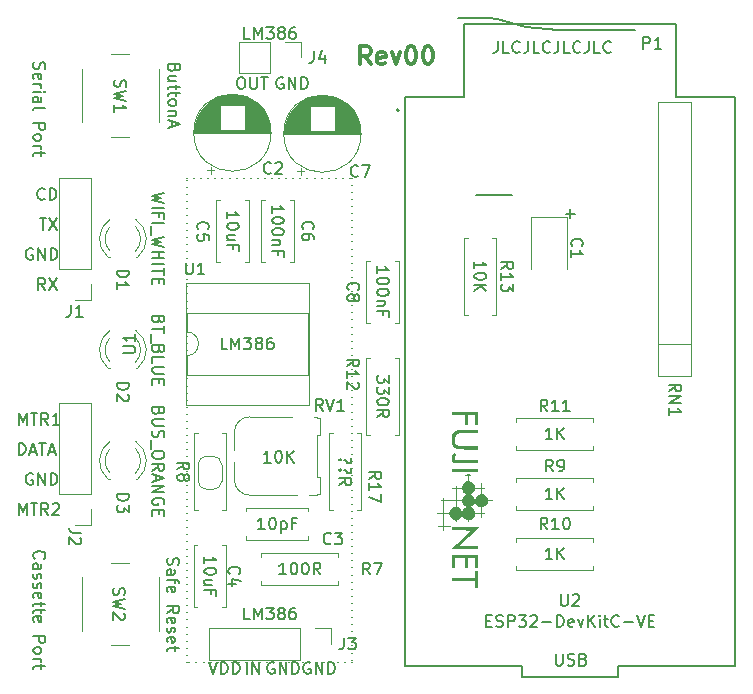
<source format=gbr>
%TF.GenerationSoftware,KiCad,Pcbnew,7.0.10*%
%TF.CreationDate,2024-01-20T13:47:53-06:00*%
%TF.ProjectId,CoCo-FujiNet-Rev00,436f436f-2d46-4756-9a69-4e65742d5265,Rev 00*%
%TF.SameCoordinates,Original*%
%TF.FileFunction,Legend,Top*%
%TF.FilePolarity,Positive*%
%FSLAX46Y46*%
G04 Gerber Fmt 4.6, Leading zero omitted, Abs format (unit mm)*
G04 Created by KiCad (PCBNEW 7.0.10) date 2024-01-20 13:47:53*
%MOMM*%
%LPD*%
G01*
G04 APERTURE LIST*
%ADD10C,0.150000*%
%ADD11C,0.300000*%
%ADD12C,0.120000*%
%ADD13C,0.127000*%
%ADD14C,0.200000*%
G04 APERTURE END LIST*
D10*
X140305000Y-66569000D02*
X140305000Y-66569000D01*
X140905000Y-66569000D02*
X140905000Y-66569000D01*
X141505000Y-66569000D02*
X141505000Y-66569000D01*
X142105000Y-66569000D02*
X142105000Y-66569000D01*
X142705000Y-66569000D02*
X142705000Y-66569000D01*
X143305000Y-66569000D02*
X143305000Y-66569000D01*
X143905000Y-66569000D02*
X143905000Y-66569000D01*
X144505000Y-66569000D02*
X144505000Y-66569000D01*
X145105000Y-66569000D02*
X145105000Y-66569000D01*
X145705000Y-66569000D02*
X145705000Y-66569000D01*
X146305000Y-66569000D02*
X146305000Y-66569000D01*
X146905000Y-66569000D02*
X146905000Y-66569000D01*
X147505000Y-66569000D02*
X147505000Y-66569000D01*
X148105000Y-66569000D02*
X148105000Y-66569000D01*
X148705000Y-66569000D02*
X148705000Y-66569000D01*
X149305000Y-66569000D02*
X149305000Y-66569000D01*
X149905000Y-66569000D02*
X149905000Y-66569000D01*
X150505000Y-66569000D02*
X150505000Y-66569000D01*
X151105000Y-66569000D02*
X151105000Y-66569000D01*
X151705000Y-66569000D02*
X151705000Y-66569000D01*
X152305000Y-66569000D02*
X152305000Y-66569000D01*
X152905000Y-66569000D02*
X152905000Y-66569000D01*
X153505000Y-66569000D02*
X153505000Y-66569000D01*
X154105000Y-66569000D02*
X154105000Y-66569000D01*
X154305000Y-66569000D02*
X154305000Y-66569000D01*
X154305000Y-67169000D02*
X154305000Y-67169000D01*
X154305000Y-67769000D02*
X154305000Y-67769000D01*
X154305000Y-68369000D02*
X154305000Y-68369000D01*
X154305000Y-68969000D02*
X154305000Y-68969000D01*
X154305000Y-69569000D02*
X154305000Y-69569000D01*
X154305000Y-70169000D02*
X154305000Y-70169000D01*
X154305000Y-70769000D02*
X154305000Y-70769000D01*
X154305000Y-71369000D02*
X154305000Y-71369000D01*
X154305000Y-71969000D02*
X154305000Y-71969000D01*
X154305000Y-72569000D02*
X154305000Y-72569000D01*
X154305000Y-73169000D02*
X154305000Y-73169000D01*
X154305000Y-73769000D02*
X154305000Y-73769000D01*
X154305000Y-74369000D02*
X154305000Y-74369000D01*
X154305000Y-74969000D02*
X154305000Y-74969000D01*
X154305000Y-75569000D02*
X154305000Y-75569000D01*
X154305000Y-76169000D02*
X154305000Y-76169000D01*
X154305000Y-76769000D02*
X154305000Y-76769000D01*
X154305000Y-77369000D02*
X154305000Y-77369000D01*
X154305000Y-77969000D02*
X154305000Y-77969000D01*
X154305000Y-78569000D02*
X154305000Y-78569000D01*
X154305000Y-79169000D02*
X154305000Y-79169000D01*
X154305000Y-79769000D02*
X154305000Y-79769000D01*
X154305000Y-80369000D02*
X154305000Y-80369000D01*
X154305000Y-80969000D02*
X154305000Y-80969000D01*
X154305000Y-81569000D02*
X154305000Y-81569000D01*
X154305000Y-82169000D02*
X154305000Y-82169000D01*
X154305000Y-82769000D02*
X154305000Y-82769000D01*
X154305000Y-83369000D02*
X154305000Y-83369000D01*
X154305000Y-83969000D02*
X154305000Y-83969000D01*
X154305000Y-84569000D02*
X154305000Y-84569000D01*
X154305000Y-85169000D02*
X154305000Y-85169000D01*
X154305000Y-85769000D02*
X154305000Y-85769000D01*
X154305000Y-86369000D02*
X154305000Y-86369000D01*
X154305000Y-86969000D02*
X154305000Y-86969000D01*
X154305000Y-87569000D02*
X154305000Y-87569000D01*
X154305000Y-88169000D02*
X154305000Y-88169000D01*
X154305000Y-88769000D02*
X154305000Y-88769000D01*
X154305000Y-89369000D02*
X154305000Y-89369000D01*
X154305000Y-89969000D02*
X154305000Y-89969000D01*
X154305000Y-90569000D02*
X154305000Y-90569000D01*
X154305000Y-91169000D02*
X154305000Y-91169000D01*
X154305000Y-91769000D02*
X154305000Y-91769000D01*
X154305000Y-92369000D02*
X154305000Y-92369000D01*
X154305000Y-92969000D02*
X154305000Y-92969000D01*
X154305000Y-93569000D02*
X154305000Y-93569000D01*
X154305000Y-94169000D02*
X154305000Y-94169000D01*
X154305000Y-94769000D02*
X154305000Y-94769000D01*
X154305000Y-95369000D02*
X154305000Y-95369000D01*
X154305000Y-95969000D02*
X154305000Y-95969000D01*
X154305000Y-96569000D02*
X154305000Y-96569000D01*
X154305000Y-97169000D02*
X154305000Y-97169000D01*
X154305000Y-97769000D02*
X154305000Y-97769000D01*
X154305000Y-98369000D02*
X154305000Y-98369000D01*
X154305000Y-98969000D02*
X154305000Y-98969000D01*
X154305000Y-99569000D02*
X154305000Y-99569000D01*
X154305000Y-100169000D02*
X154305000Y-100169000D01*
X154305000Y-100769000D02*
X154305000Y-100769000D01*
X154305000Y-101369000D02*
X154305000Y-101369000D01*
X154305000Y-101969000D02*
X154305000Y-101969000D01*
X154305000Y-102569000D02*
X154305000Y-102569000D01*
X154305000Y-103169000D02*
X154305000Y-103169000D01*
X154305000Y-103769000D02*
X154305000Y-103769000D01*
X154305000Y-104369000D02*
X154305000Y-104369000D01*
X154305000Y-104969000D02*
X154305000Y-104969000D01*
X154305000Y-105569000D02*
X154305000Y-105569000D01*
X154305000Y-106169000D02*
X154305000Y-106169000D01*
X154305000Y-106769000D02*
X154305000Y-106769000D01*
X154305000Y-107369000D02*
X154305000Y-107369000D01*
X154305000Y-107569000D02*
X154305000Y-107569000D01*
X153705000Y-107569000D02*
X153705000Y-107569000D01*
X153105000Y-107569000D02*
X153105000Y-107569000D01*
X152505000Y-107569000D02*
X152505000Y-107569000D01*
X151905000Y-107569000D02*
X151905000Y-107569000D01*
X151305000Y-107569000D02*
X151305000Y-107569000D01*
X150705000Y-107569000D02*
X150705000Y-107569000D01*
X150105000Y-107569000D02*
X150105000Y-107569000D01*
X149505000Y-107569000D02*
X149505000Y-107569000D01*
X148905000Y-107569000D02*
X148905000Y-107569000D01*
X148305000Y-107569000D02*
X148305000Y-107569000D01*
X147705000Y-107569000D02*
X147705000Y-107569000D01*
X147105000Y-107569000D02*
X147105000Y-107569000D01*
X146505000Y-107569000D02*
X146505000Y-107569000D01*
X145905000Y-107569000D02*
X145905000Y-107569000D01*
X145305000Y-107569000D02*
X145305000Y-107569000D01*
X144705000Y-107569000D02*
X144705000Y-107569000D01*
X144105000Y-107569000D02*
X144105000Y-107569000D01*
X143505000Y-107569000D02*
X143505000Y-107569000D01*
X142905000Y-107569000D02*
X142905000Y-107569000D01*
X142305000Y-107569000D02*
X142305000Y-107569000D01*
X141705000Y-107569000D02*
X141705000Y-107569000D01*
X141105000Y-107569000D02*
X141105000Y-107569000D01*
X140505000Y-107569000D02*
X140505000Y-107569000D01*
X140305000Y-107569000D02*
X140305000Y-107569000D01*
X140305000Y-106969000D02*
X140305000Y-106969000D01*
X140305000Y-106369000D02*
X140305000Y-106369000D01*
X140305000Y-105769000D02*
X140305000Y-105769000D01*
X140305000Y-105169000D02*
X140305000Y-105169000D01*
X140305000Y-104569000D02*
X140305000Y-104569000D01*
X140305000Y-103969000D02*
X140305000Y-103969000D01*
X140305000Y-103369000D02*
X140305000Y-103369000D01*
X140305000Y-102769000D02*
X140305000Y-102769000D01*
X140305000Y-102169000D02*
X140305000Y-102169000D01*
X140305000Y-101569000D02*
X140305000Y-101569000D01*
X140305000Y-100969000D02*
X140305000Y-100969000D01*
X140305000Y-100369000D02*
X140305000Y-100369000D01*
X140305000Y-99769000D02*
X140305000Y-99769000D01*
X140305000Y-99169000D02*
X140305000Y-99169000D01*
X140305000Y-98569000D02*
X140305000Y-98569000D01*
X140305000Y-97969000D02*
X140305000Y-97969000D01*
X140305000Y-97369000D02*
X140305000Y-97369000D01*
X140305000Y-96769000D02*
X140305000Y-96769000D01*
X140305000Y-96169000D02*
X140305000Y-96169000D01*
X140305000Y-95569000D02*
X140305000Y-95569000D01*
X140305000Y-94969000D02*
X140305000Y-94969000D01*
X140305000Y-94369000D02*
X140305000Y-94369000D01*
X140305000Y-93769000D02*
X140305000Y-93769000D01*
X140305000Y-93169000D02*
X140305000Y-93169000D01*
X140305000Y-92569000D02*
X140305000Y-92569000D01*
X140305000Y-91969000D02*
X140305000Y-91969000D01*
X140305000Y-91369000D02*
X140305000Y-91369000D01*
X140305000Y-90769000D02*
X140305000Y-90769000D01*
X140305000Y-90169000D02*
X140305000Y-90169000D01*
X140305000Y-89569000D02*
X140305000Y-89569000D01*
X140305000Y-88969000D02*
X140305000Y-88969000D01*
X140305000Y-88369000D02*
X140305000Y-88369000D01*
X140305000Y-87769000D02*
X140305000Y-87769000D01*
X140305000Y-87169000D02*
X140305000Y-87169000D01*
X140305000Y-86569000D02*
X140305000Y-86569000D01*
X140305000Y-85969000D02*
X140305000Y-85969000D01*
X140305000Y-85369000D02*
X140305000Y-85369000D01*
X140305000Y-84769000D02*
X140305000Y-84769000D01*
X140305000Y-84169000D02*
X140305000Y-84169000D01*
X140305000Y-83569000D02*
X140305000Y-83569000D01*
X140305000Y-82969000D02*
X140305000Y-82969000D01*
X140305000Y-82369000D02*
X140305000Y-82369000D01*
X140305000Y-81769000D02*
X140305000Y-81769000D01*
X140305000Y-81169000D02*
X140305000Y-81169000D01*
X140305000Y-80569000D02*
X140305000Y-80569000D01*
X140305000Y-79969000D02*
X140305000Y-79969000D01*
X140305000Y-79369000D02*
X140305000Y-79369000D01*
X140305000Y-78769000D02*
X140305000Y-78769000D01*
X140305000Y-78169000D02*
X140305000Y-78169000D01*
X140305000Y-77569000D02*
X140305000Y-77569000D01*
X140305000Y-76969000D02*
X140305000Y-76969000D01*
X140305000Y-76369000D02*
X140305000Y-76369000D01*
X140305000Y-75769000D02*
X140305000Y-75769000D01*
X140305000Y-75169000D02*
X140305000Y-75169000D01*
X140305000Y-74569000D02*
X140305000Y-74569000D01*
X140305000Y-73969000D02*
X140305000Y-73969000D01*
X140305000Y-73369000D02*
X140305000Y-73369000D01*
X140305000Y-72769000D02*
X140305000Y-72769000D01*
X140305000Y-72169000D02*
X140305000Y-72169000D01*
X140305000Y-71569000D02*
X140305000Y-71569000D01*
X140305000Y-70969000D02*
X140305000Y-70969000D01*
X140305000Y-70369000D02*
X140305000Y-70369000D01*
X140305000Y-69769000D02*
X140305000Y-69769000D01*
X140305000Y-69169000D02*
X140305000Y-69169000D01*
X140305000Y-68569000D02*
X140305000Y-68569000D01*
X140305000Y-67969000D02*
X140305000Y-67969000D01*
X140305000Y-67369000D02*
X140305000Y-67369000D01*
X140305000Y-66769000D02*
X140305000Y-66769000D01*
X147672588Y-107629438D02*
X147577350Y-107581819D01*
X147577350Y-107581819D02*
X147434493Y-107581819D01*
X147434493Y-107581819D02*
X147291636Y-107629438D01*
X147291636Y-107629438D02*
X147196398Y-107724676D01*
X147196398Y-107724676D02*
X147148779Y-107819914D01*
X147148779Y-107819914D02*
X147101160Y-108010390D01*
X147101160Y-108010390D02*
X147101160Y-108153247D01*
X147101160Y-108153247D02*
X147148779Y-108343723D01*
X147148779Y-108343723D02*
X147196398Y-108438961D01*
X147196398Y-108438961D02*
X147291636Y-108534200D01*
X147291636Y-108534200D02*
X147434493Y-108581819D01*
X147434493Y-108581819D02*
X147529731Y-108581819D01*
X147529731Y-108581819D02*
X147672588Y-108534200D01*
X147672588Y-108534200D02*
X147720207Y-108486580D01*
X147720207Y-108486580D02*
X147720207Y-108153247D01*
X147720207Y-108153247D02*
X147529731Y-108153247D01*
X148148779Y-108581819D02*
X148148779Y-107581819D01*
X148148779Y-107581819D02*
X148720207Y-108581819D01*
X148720207Y-108581819D02*
X148720207Y-107581819D01*
X149196398Y-108581819D02*
X149196398Y-107581819D01*
X149196398Y-107581819D02*
X149434493Y-107581819D01*
X149434493Y-107581819D02*
X149577350Y-107629438D01*
X149577350Y-107629438D02*
X149672588Y-107724676D01*
X149672588Y-107724676D02*
X149720207Y-107819914D01*
X149720207Y-107819914D02*
X149767826Y-108010390D01*
X149767826Y-108010390D02*
X149767826Y-108153247D01*
X149767826Y-108153247D02*
X149720207Y-108343723D01*
X149720207Y-108343723D02*
X149672588Y-108438961D01*
X149672588Y-108438961D02*
X149577350Y-108534200D01*
X149577350Y-108534200D02*
X149434493Y-108581819D01*
X149434493Y-108581819D02*
X149196398Y-108581819D01*
X171532779Y-106870619D02*
X171532779Y-107680142D01*
X171532779Y-107680142D02*
X171580398Y-107775380D01*
X171580398Y-107775380D02*
X171628017Y-107823000D01*
X171628017Y-107823000D02*
X171723255Y-107870619D01*
X171723255Y-107870619D02*
X171913731Y-107870619D01*
X171913731Y-107870619D02*
X172008969Y-107823000D01*
X172008969Y-107823000D02*
X172056588Y-107775380D01*
X172056588Y-107775380D02*
X172104207Y-107680142D01*
X172104207Y-107680142D02*
X172104207Y-106870619D01*
X172532779Y-107823000D02*
X172675636Y-107870619D01*
X172675636Y-107870619D02*
X172913731Y-107870619D01*
X172913731Y-107870619D02*
X173008969Y-107823000D01*
X173008969Y-107823000D02*
X173056588Y-107775380D01*
X173056588Y-107775380D02*
X173104207Y-107680142D01*
X173104207Y-107680142D02*
X173104207Y-107584904D01*
X173104207Y-107584904D02*
X173056588Y-107489666D01*
X173056588Y-107489666D02*
X173008969Y-107442047D01*
X173008969Y-107442047D02*
X172913731Y-107394428D01*
X172913731Y-107394428D02*
X172723255Y-107346809D01*
X172723255Y-107346809D02*
X172628017Y-107299190D01*
X172628017Y-107299190D02*
X172580398Y-107251571D01*
X172580398Y-107251571D02*
X172532779Y-107156333D01*
X172532779Y-107156333D02*
X172532779Y-107061095D01*
X172532779Y-107061095D02*
X172580398Y-106965857D01*
X172580398Y-106965857D02*
X172628017Y-106918238D01*
X172628017Y-106918238D02*
X172723255Y-106870619D01*
X172723255Y-106870619D02*
X172961350Y-106870619D01*
X172961350Y-106870619D02*
X173104207Y-106918238D01*
X173866112Y-107346809D02*
X174008969Y-107394428D01*
X174008969Y-107394428D02*
X174056588Y-107442047D01*
X174056588Y-107442047D02*
X174104207Y-107537285D01*
X174104207Y-107537285D02*
X174104207Y-107680142D01*
X174104207Y-107680142D02*
X174056588Y-107775380D01*
X174056588Y-107775380D02*
X174008969Y-107823000D01*
X174008969Y-107823000D02*
X173913731Y-107870619D01*
X173913731Y-107870619D02*
X173532779Y-107870619D01*
X173532779Y-107870619D02*
X173532779Y-106870619D01*
X173532779Y-106870619D02*
X173866112Y-106870619D01*
X173866112Y-106870619D02*
X173961350Y-106918238D01*
X173961350Y-106918238D02*
X174008969Y-106965857D01*
X174008969Y-106965857D02*
X174056588Y-107061095D01*
X174056588Y-107061095D02*
X174056588Y-107156333D01*
X174056588Y-107156333D02*
X174008969Y-107251571D01*
X174008969Y-107251571D02*
X173961350Y-107299190D01*
X173961350Y-107299190D02*
X173866112Y-107346809D01*
X173866112Y-107346809D02*
X173532779Y-107346809D01*
X172389848Y-69619066D02*
X173151753Y-69619066D01*
X172770800Y-70000019D02*
X172770800Y-69238114D01*
X127225588Y-91627438D02*
X127130350Y-91579819D01*
X127130350Y-91579819D02*
X126987493Y-91579819D01*
X126987493Y-91579819D02*
X126844636Y-91627438D01*
X126844636Y-91627438D02*
X126749398Y-91722676D01*
X126749398Y-91722676D02*
X126701779Y-91817914D01*
X126701779Y-91817914D02*
X126654160Y-92008390D01*
X126654160Y-92008390D02*
X126654160Y-92151247D01*
X126654160Y-92151247D02*
X126701779Y-92341723D01*
X126701779Y-92341723D02*
X126749398Y-92436961D01*
X126749398Y-92436961D02*
X126844636Y-92532200D01*
X126844636Y-92532200D02*
X126987493Y-92579819D01*
X126987493Y-92579819D02*
X127082731Y-92579819D01*
X127082731Y-92579819D02*
X127225588Y-92532200D01*
X127225588Y-92532200D02*
X127273207Y-92484580D01*
X127273207Y-92484580D02*
X127273207Y-92151247D01*
X127273207Y-92151247D02*
X127082731Y-92151247D01*
X127701779Y-92579819D02*
X127701779Y-91579819D01*
X127701779Y-91579819D02*
X128273207Y-92579819D01*
X128273207Y-92579819D02*
X128273207Y-91579819D01*
X128749398Y-92579819D02*
X128749398Y-91579819D01*
X128749398Y-91579819D02*
X128987493Y-91579819D01*
X128987493Y-91579819D02*
X129130350Y-91627438D01*
X129130350Y-91627438D02*
X129225588Y-91722676D01*
X129225588Y-91722676D02*
X129273207Y-91817914D01*
X129273207Y-91817914D02*
X129320826Y-92008390D01*
X129320826Y-92008390D02*
X129320826Y-92151247D01*
X129320826Y-92151247D02*
X129273207Y-92341723D01*
X129273207Y-92341723D02*
X129225588Y-92436961D01*
X129225588Y-92436961D02*
X129130350Y-92532200D01*
X129130350Y-92532200D02*
X128987493Y-92579819D01*
X128987493Y-92579819D02*
X128749398Y-92579819D01*
X128250839Y-68354580D02*
X128203220Y-68402200D01*
X128203220Y-68402200D02*
X128060363Y-68449819D01*
X128060363Y-68449819D02*
X127965125Y-68449819D01*
X127965125Y-68449819D02*
X127822268Y-68402200D01*
X127822268Y-68402200D02*
X127727030Y-68306961D01*
X127727030Y-68306961D02*
X127679411Y-68211723D01*
X127679411Y-68211723D02*
X127631792Y-68021247D01*
X127631792Y-68021247D02*
X127631792Y-67878390D01*
X127631792Y-67878390D02*
X127679411Y-67687914D01*
X127679411Y-67687914D02*
X127727030Y-67592676D01*
X127727030Y-67592676D02*
X127822268Y-67497438D01*
X127822268Y-67497438D02*
X127965125Y-67449819D01*
X127965125Y-67449819D02*
X128060363Y-67449819D01*
X128060363Y-67449819D02*
X128203220Y-67497438D01*
X128203220Y-67497438D02*
X128250839Y-67545057D01*
X128679411Y-68449819D02*
X128679411Y-67449819D01*
X128679411Y-67449819D02*
X128917506Y-67449819D01*
X128917506Y-67449819D02*
X129060363Y-67497438D01*
X129060363Y-67497438D02*
X129155601Y-67592676D01*
X129155601Y-67592676D02*
X129203220Y-67687914D01*
X129203220Y-67687914D02*
X129250839Y-67878390D01*
X129250839Y-67878390D02*
X129250839Y-68021247D01*
X129250839Y-68021247D02*
X129203220Y-68211723D01*
X129203220Y-68211723D02*
X129155601Y-68306961D01*
X129155601Y-68306961D02*
X129060363Y-68402200D01*
X129060363Y-68402200D02*
X128917506Y-68449819D01*
X128917506Y-68449819D02*
X128679411Y-68449819D01*
X126066779Y-87499819D02*
X126066779Y-86499819D01*
X126066779Y-86499819D02*
X126400112Y-87214104D01*
X126400112Y-87214104D02*
X126733445Y-86499819D01*
X126733445Y-86499819D02*
X126733445Y-87499819D01*
X127066779Y-86499819D02*
X127638207Y-86499819D01*
X127352493Y-87499819D02*
X127352493Y-86499819D01*
X128542969Y-87499819D02*
X128209636Y-87023628D01*
X127971541Y-87499819D02*
X127971541Y-86499819D01*
X127971541Y-86499819D02*
X128352493Y-86499819D01*
X128352493Y-86499819D02*
X128447731Y-86547438D01*
X128447731Y-86547438D02*
X128495350Y-86595057D01*
X128495350Y-86595057D02*
X128542969Y-86690295D01*
X128542969Y-86690295D02*
X128542969Y-86833152D01*
X128542969Y-86833152D02*
X128495350Y-86928390D01*
X128495350Y-86928390D02*
X128447731Y-86976009D01*
X128447731Y-86976009D02*
X128352493Y-87023628D01*
X128352493Y-87023628D02*
X127971541Y-87023628D01*
X129495350Y-87499819D02*
X128923922Y-87499819D01*
X129209636Y-87499819D02*
X129209636Y-86499819D01*
X129209636Y-86499819D02*
X129114398Y-86642676D01*
X129114398Y-86642676D02*
X129019160Y-86737914D01*
X129019160Y-86737914D02*
X128923922Y-86785533D01*
X126066779Y-90039819D02*
X126066779Y-89039819D01*
X126066779Y-89039819D02*
X126304874Y-89039819D01*
X126304874Y-89039819D02*
X126447731Y-89087438D01*
X126447731Y-89087438D02*
X126542969Y-89182676D01*
X126542969Y-89182676D02*
X126590588Y-89277914D01*
X126590588Y-89277914D02*
X126638207Y-89468390D01*
X126638207Y-89468390D02*
X126638207Y-89611247D01*
X126638207Y-89611247D02*
X126590588Y-89801723D01*
X126590588Y-89801723D02*
X126542969Y-89896961D01*
X126542969Y-89896961D02*
X126447731Y-89992200D01*
X126447731Y-89992200D02*
X126304874Y-90039819D01*
X126304874Y-90039819D02*
X126066779Y-90039819D01*
X127019160Y-89754104D02*
X127495350Y-89754104D01*
X126923922Y-90039819D02*
X127257255Y-89039819D01*
X127257255Y-89039819D02*
X127590588Y-90039819D01*
X127781065Y-89039819D02*
X128352493Y-89039819D01*
X128066779Y-90039819D02*
X128066779Y-89039819D01*
X128638208Y-89754104D02*
X129114398Y-89754104D01*
X128542970Y-90039819D02*
X128876303Y-89039819D01*
X128876303Y-89039819D02*
X129209636Y-90039819D01*
X148434588Y-58099438D02*
X148339350Y-58051819D01*
X148339350Y-58051819D02*
X148196493Y-58051819D01*
X148196493Y-58051819D02*
X148053636Y-58099438D01*
X148053636Y-58099438D02*
X147958398Y-58194676D01*
X147958398Y-58194676D02*
X147910779Y-58289914D01*
X147910779Y-58289914D02*
X147863160Y-58480390D01*
X147863160Y-58480390D02*
X147863160Y-58623247D01*
X147863160Y-58623247D02*
X147910779Y-58813723D01*
X147910779Y-58813723D02*
X147958398Y-58908961D01*
X147958398Y-58908961D02*
X148053636Y-59004200D01*
X148053636Y-59004200D02*
X148196493Y-59051819D01*
X148196493Y-59051819D02*
X148291731Y-59051819D01*
X148291731Y-59051819D02*
X148434588Y-59004200D01*
X148434588Y-59004200D02*
X148482207Y-58956580D01*
X148482207Y-58956580D02*
X148482207Y-58623247D01*
X148482207Y-58623247D02*
X148291731Y-58623247D01*
X148910779Y-59051819D02*
X148910779Y-58051819D01*
X148910779Y-58051819D02*
X149482207Y-59051819D01*
X149482207Y-59051819D02*
X149482207Y-58051819D01*
X149958398Y-59051819D02*
X149958398Y-58051819D01*
X149958398Y-58051819D02*
X150196493Y-58051819D01*
X150196493Y-58051819D02*
X150339350Y-58099438D01*
X150339350Y-58099438D02*
X150434588Y-58194676D01*
X150434588Y-58194676D02*
X150482207Y-58289914D01*
X150482207Y-58289914D02*
X150529826Y-58480390D01*
X150529826Y-58480390D02*
X150529826Y-58623247D01*
X150529826Y-58623247D02*
X150482207Y-58813723D01*
X150482207Y-58813723D02*
X150434588Y-58908961D01*
X150434588Y-58908961D02*
X150339350Y-59004200D01*
X150339350Y-59004200D02*
X150196493Y-59051819D01*
X150196493Y-59051819D02*
X149958398Y-59051819D01*
X126066779Y-95119819D02*
X126066779Y-94119819D01*
X126066779Y-94119819D02*
X126400112Y-94834104D01*
X126400112Y-94834104D02*
X126733445Y-94119819D01*
X126733445Y-94119819D02*
X126733445Y-95119819D01*
X127066779Y-94119819D02*
X127638207Y-94119819D01*
X127352493Y-95119819D02*
X127352493Y-94119819D01*
X128542969Y-95119819D02*
X128209636Y-94643628D01*
X127971541Y-95119819D02*
X127971541Y-94119819D01*
X127971541Y-94119819D02*
X128352493Y-94119819D01*
X128352493Y-94119819D02*
X128447731Y-94167438D01*
X128447731Y-94167438D02*
X128495350Y-94215057D01*
X128495350Y-94215057D02*
X128542969Y-94310295D01*
X128542969Y-94310295D02*
X128542969Y-94453152D01*
X128542969Y-94453152D02*
X128495350Y-94548390D01*
X128495350Y-94548390D02*
X128447731Y-94596009D01*
X128447731Y-94596009D02*
X128352493Y-94643628D01*
X128352493Y-94643628D02*
X127971541Y-94643628D01*
X128923922Y-94215057D02*
X128971541Y-94167438D01*
X128971541Y-94167438D02*
X129066779Y-94119819D01*
X129066779Y-94119819D02*
X129304874Y-94119819D01*
X129304874Y-94119819D02*
X129400112Y-94167438D01*
X129400112Y-94167438D02*
X129447731Y-94215057D01*
X129447731Y-94215057D02*
X129495350Y-94310295D01*
X129495350Y-94310295D02*
X129495350Y-94405533D01*
X129495350Y-94405533D02*
X129447731Y-94548390D01*
X129447731Y-94548390D02*
X128876303Y-95119819D01*
X128876303Y-95119819D02*
X129495350Y-95119819D01*
X142179922Y-107581819D02*
X142513255Y-108581819D01*
X142513255Y-108581819D02*
X142846588Y-107581819D01*
X143179922Y-108581819D02*
X143179922Y-107581819D01*
X143179922Y-107581819D02*
X143418017Y-107581819D01*
X143418017Y-107581819D02*
X143560874Y-107629438D01*
X143560874Y-107629438D02*
X143656112Y-107724676D01*
X143656112Y-107724676D02*
X143703731Y-107819914D01*
X143703731Y-107819914D02*
X143751350Y-108010390D01*
X143751350Y-108010390D02*
X143751350Y-108153247D01*
X143751350Y-108153247D02*
X143703731Y-108343723D01*
X143703731Y-108343723D02*
X143656112Y-108438961D01*
X143656112Y-108438961D02*
X143560874Y-108534200D01*
X143560874Y-108534200D02*
X143418017Y-108581819D01*
X143418017Y-108581819D02*
X143179922Y-108581819D01*
X144179922Y-108581819D02*
X144179922Y-107581819D01*
X144179922Y-107581819D02*
X144418017Y-107581819D01*
X144418017Y-107581819D02*
X144560874Y-107629438D01*
X144560874Y-107629438D02*
X144656112Y-107724676D01*
X144656112Y-107724676D02*
X144703731Y-107819914D01*
X144703731Y-107819914D02*
X144751350Y-108010390D01*
X144751350Y-108010390D02*
X144751350Y-108153247D01*
X144751350Y-108153247D02*
X144703731Y-108343723D01*
X144703731Y-108343723D02*
X144656112Y-108438961D01*
X144656112Y-108438961D02*
X144560874Y-108534200D01*
X144560874Y-108534200D02*
X144418017Y-108581819D01*
X144418017Y-108581819D02*
X144179922Y-108581819D01*
X127225588Y-72577438D02*
X127130350Y-72529819D01*
X127130350Y-72529819D02*
X126987493Y-72529819D01*
X126987493Y-72529819D02*
X126844636Y-72577438D01*
X126844636Y-72577438D02*
X126749398Y-72672676D01*
X126749398Y-72672676D02*
X126701779Y-72767914D01*
X126701779Y-72767914D02*
X126654160Y-72958390D01*
X126654160Y-72958390D02*
X126654160Y-73101247D01*
X126654160Y-73101247D02*
X126701779Y-73291723D01*
X126701779Y-73291723D02*
X126749398Y-73386961D01*
X126749398Y-73386961D02*
X126844636Y-73482200D01*
X126844636Y-73482200D02*
X126987493Y-73529819D01*
X126987493Y-73529819D02*
X127082731Y-73529819D01*
X127082731Y-73529819D02*
X127225588Y-73482200D01*
X127225588Y-73482200D02*
X127273207Y-73434580D01*
X127273207Y-73434580D02*
X127273207Y-73101247D01*
X127273207Y-73101247D02*
X127082731Y-73101247D01*
X127701779Y-73529819D02*
X127701779Y-72529819D01*
X127701779Y-72529819D02*
X128273207Y-73529819D01*
X128273207Y-73529819D02*
X128273207Y-72529819D01*
X128749398Y-73529819D02*
X128749398Y-72529819D01*
X128749398Y-72529819D02*
X128987493Y-72529819D01*
X128987493Y-72529819D02*
X129130350Y-72577438D01*
X129130350Y-72577438D02*
X129225588Y-72672676D01*
X129225588Y-72672676D02*
X129273207Y-72767914D01*
X129273207Y-72767914D02*
X129320826Y-72958390D01*
X129320826Y-72958390D02*
X129320826Y-73101247D01*
X129320826Y-73101247D02*
X129273207Y-73291723D01*
X129273207Y-73291723D02*
X129225588Y-73386961D01*
X129225588Y-73386961D02*
X129130350Y-73482200D01*
X129130350Y-73482200D02*
X128987493Y-73529819D01*
X128987493Y-73529819D02*
X128749398Y-73529819D01*
X128298458Y-76069819D02*
X127965125Y-75593628D01*
X127727030Y-76069819D02*
X127727030Y-75069819D01*
X127727030Y-75069819D02*
X128107982Y-75069819D01*
X128107982Y-75069819D02*
X128203220Y-75117438D01*
X128203220Y-75117438D02*
X128250839Y-75165057D01*
X128250839Y-75165057D02*
X128298458Y-75260295D01*
X128298458Y-75260295D02*
X128298458Y-75403152D01*
X128298458Y-75403152D02*
X128250839Y-75498390D01*
X128250839Y-75498390D02*
X128203220Y-75546009D01*
X128203220Y-75546009D02*
X128107982Y-75593628D01*
X128107982Y-75593628D02*
X127727030Y-75593628D01*
X128631792Y-75069819D02*
X129298458Y-76069819D01*
X129298458Y-75069819D02*
X128631792Y-76069819D01*
X166611493Y-55003819D02*
X166611493Y-55718104D01*
X166611493Y-55718104D02*
X166563874Y-55860961D01*
X166563874Y-55860961D02*
X166468636Y-55956200D01*
X166468636Y-55956200D02*
X166325779Y-56003819D01*
X166325779Y-56003819D02*
X166230541Y-56003819D01*
X167563874Y-56003819D02*
X167087684Y-56003819D01*
X167087684Y-56003819D02*
X167087684Y-55003819D01*
X168468636Y-55908580D02*
X168421017Y-55956200D01*
X168421017Y-55956200D02*
X168278160Y-56003819D01*
X168278160Y-56003819D02*
X168182922Y-56003819D01*
X168182922Y-56003819D02*
X168040065Y-55956200D01*
X168040065Y-55956200D02*
X167944827Y-55860961D01*
X167944827Y-55860961D02*
X167897208Y-55765723D01*
X167897208Y-55765723D02*
X167849589Y-55575247D01*
X167849589Y-55575247D02*
X167849589Y-55432390D01*
X167849589Y-55432390D02*
X167897208Y-55241914D01*
X167897208Y-55241914D02*
X167944827Y-55146676D01*
X167944827Y-55146676D02*
X168040065Y-55051438D01*
X168040065Y-55051438D02*
X168182922Y-55003819D01*
X168182922Y-55003819D02*
X168278160Y-55003819D01*
X168278160Y-55003819D02*
X168421017Y-55051438D01*
X168421017Y-55051438D02*
X168468636Y-55099057D01*
X169182922Y-55003819D02*
X169182922Y-55718104D01*
X169182922Y-55718104D02*
X169135303Y-55860961D01*
X169135303Y-55860961D02*
X169040065Y-55956200D01*
X169040065Y-55956200D02*
X168897208Y-56003819D01*
X168897208Y-56003819D02*
X168801970Y-56003819D01*
X170135303Y-56003819D02*
X169659113Y-56003819D01*
X169659113Y-56003819D02*
X169659113Y-55003819D01*
X171040065Y-55908580D02*
X170992446Y-55956200D01*
X170992446Y-55956200D02*
X170849589Y-56003819D01*
X170849589Y-56003819D02*
X170754351Y-56003819D01*
X170754351Y-56003819D02*
X170611494Y-55956200D01*
X170611494Y-55956200D02*
X170516256Y-55860961D01*
X170516256Y-55860961D02*
X170468637Y-55765723D01*
X170468637Y-55765723D02*
X170421018Y-55575247D01*
X170421018Y-55575247D02*
X170421018Y-55432390D01*
X170421018Y-55432390D02*
X170468637Y-55241914D01*
X170468637Y-55241914D02*
X170516256Y-55146676D01*
X170516256Y-55146676D02*
X170611494Y-55051438D01*
X170611494Y-55051438D02*
X170754351Y-55003819D01*
X170754351Y-55003819D02*
X170849589Y-55003819D01*
X170849589Y-55003819D02*
X170992446Y-55051438D01*
X170992446Y-55051438D02*
X171040065Y-55099057D01*
X171754351Y-55003819D02*
X171754351Y-55718104D01*
X171754351Y-55718104D02*
X171706732Y-55860961D01*
X171706732Y-55860961D02*
X171611494Y-55956200D01*
X171611494Y-55956200D02*
X171468637Y-56003819D01*
X171468637Y-56003819D02*
X171373399Y-56003819D01*
X172706732Y-56003819D02*
X172230542Y-56003819D01*
X172230542Y-56003819D02*
X172230542Y-55003819D01*
X173611494Y-55908580D02*
X173563875Y-55956200D01*
X173563875Y-55956200D02*
X173421018Y-56003819D01*
X173421018Y-56003819D02*
X173325780Y-56003819D01*
X173325780Y-56003819D02*
X173182923Y-55956200D01*
X173182923Y-55956200D02*
X173087685Y-55860961D01*
X173087685Y-55860961D02*
X173040066Y-55765723D01*
X173040066Y-55765723D02*
X172992447Y-55575247D01*
X172992447Y-55575247D02*
X172992447Y-55432390D01*
X172992447Y-55432390D02*
X173040066Y-55241914D01*
X173040066Y-55241914D02*
X173087685Y-55146676D01*
X173087685Y-55146676D02*
X173182923Y-55051438D01*
X173182923Y-55051438D02*
X173325780Y-55003819D01*
X173325780Y-55003819D02*
X173421018Y-55003819D01*
X173421018Y-55003819D02*
X173563875Y-55051438D01*
X173563875Y-55051438D02*
X173611494Y-55099057D01*
X174325780Y-55003819D02*
X174325780Y-55718104D01*
X174325780Y-55718104D02*
X174278161Y-55860961D01*
X174278161Y-55860961D02*
X174182923Y-55956200D01*
X174182923Y-55956200D02*
X174040066Y-56003819D01*
X174040066Y-56003819D02*
X173944828Y-56003819D01*
X175278161Y-56003819D02*
X174801971Y-56003819D01*
X174801971Y-56003819D02*
X174801971Y-55003819D01*
X176182923Y-55908580D02*
X176135304Y-55956200D01*
X176135304Y-55956200D02*
X175992447Y-56003819D01*
X175992447Y-56003819D02*
X175897209Y-56003819D01*
X175897209Y-56003819D02*
X175754352Y-55956200D01*
X175754352Y-55956200D02*
X175659114Y-55860961D01*
X175659114Y-55860961D02*
X175611495Y-55765723D01*
X175611495Y-55765723D02*
X175563876Y-55575247D01*
X175563876Y-55575247D02*
X175563876Y-55432390D01*
X175563876Y-55432390D02*
X175611495Y-55241914D01*
X175611495Y-55241914D02*
X175659114Y-55146676D01*
X175659114Y-55146676D02*
X175754352Y-55051438D01*
X175754352Y-55051438D02*
X175897209Y-55003819D01*
X175897209Y-55003819D02*
X175992447Y-55003819D01*
X175992447Y-55003819D02*
X176135304Y-55051438D01*
X176135304Y-55051438D02*
X176182923Y-55099057D01*
D11*
X155843653Y-56950828D02*
X155343653Y-56236542D01*
X154986510Y-56950828D02*
X154986510Y-55450828D01*
X154986510Y-55450828D02*
X155557939Y-55450828D01*
X155557939Y-55450828D02*
X155700796Y-55522257D01*
X155700796Y-55522257D02*
X155772225Y-55593685D01*
X155772225Y-55593685D02*
X155843653Y-55736542D01*
X155843653Y-55736542D02*
X155843653Y-55950828D01*
X155843653Y-55950828D02*
X155772225Y-56093685D01*
X155772225Y-56093685D02*
X155700796Y-56165114D01*
X155700796Y-56165114D02*
X155557939Y-56236542D01*
X155557939Y-56236542D02*
X154986510Y-56236542D01*
X157057939Y-56879400D02*
X156915082Y-56950828D01*
X156915082Y-56950828D02*
X156629368Y-56950828D01*
X156629368Y-56950828D02*
X156486510Y-56879400D01*
X156486510Y-56879400D02*
X156415082Y-56736542D01*
X156415082Y-56736542D02*
X156415082Y-56165114D01*
X156415082Y-56165114D02*
X156486510Y-56022257D01*
X156486510Y-56022257D02*
X156629368Y-55950828D01*
X156629368Y-55950828D02*
X156915082Y-55950828D01*
X156915082Y-55950828D02*
X157057939Y-56022257D01*
X157057939Y-56022257D02*
X157129368Y-56165114D01*
X157129368Y-56165114D02*
X157129368Y-56307971D01*
X157129368Y-56307971D02*
X156415082Y-56450828D01*
X157629367Y-55950828D02*
X157986510Y-56950828D01*
X157986510Y-56950828D02*
X158343653Y-55950828D01*
X159200796Y-55450828D02*
X159343653Y-55450828D01*
X159343653Y-55450828D02*
X159486510Y-55522257D01*
X159486510Y-55522257D02*
X159557939Y-55593685D01*
X159557939Y-55593685D02*
X159629367Y-55736542D01*
X159629367Y-55736542D02*
X159700796Y-56022257D01*
X159700796Y-56022257D02*
X159700796Y-56379400D01*
X159700796Y-56379400D02*
X159629367Y-56665114D01*
X159629367Y-56665114D02*
X159557939Y-56807971D01*
X159557939Y-56807971D02*
X159486510Y-56879400D01*
X159486510Y-56879400D02*
X159343653Y-56950828D01*
X159343653Y-56950828D02*
X159200796Y-56950828D01*
X159200796Y-56950828D02*
X159057939Y-56879400D01*
X159057939Y-56879400D02*
X158986510Y-56807971D01*
X158986510Y-56807971D02*
X158915081Y-56665114D01*
X158915081Y-56665114D02*
X158843653Y-56379400D01*
X158843653Y-56379400D02*
X158843653Y-56022257D01*
X158843653Y-56022257D02*
X158915081Y-55736542D01*
X158915081Y-55736542D02*
X158986510Y-55593685D01*
X158986510Y-55593685D02*
X159057939Y-55522257D01*
X159057939Y-55522257D02*
X159200796Y-55450828D01*
X160629367Y-55450828D02*
X160772224Y-55450828D01*
X160772224Y-55450828D02*
X160915081Y-55522257D01*
X160915081Y-55522257D02*
X160986510Y-55593685D01*
X160986510Y-55593685D02*
X161057938Y-55736542D01*
X161057938Y-55736542D02*
X161129367Y-56022257D01*
X161129367Y-56022257D02*
X161129367Y-56379400D01*
X161129367Y-56379400D02*
X161057938Y-56665114D01*
X161057938Y-56665114D02*
X160986510Y-56807971D01*
X160986510Y-56807971D02*
X160915081Y-56879400D01*
X160915081Y-56879400D02*
X160772224Y-56950828D01*
X160772224Y-56950828D02*
X160629367Y-56950828D01*
X160629367Y-56950828D02*
X160486510Y-56879400D01*
X160486510Y-56879400D02*
X160415081Y-56807971D01*
X160415081Y-56807971D02*
X160343652Y-56665114D01*
X160343652Y-56665114D02*
X160272224Y-56379400D01*
X160272224Y-56379400D02*
X160272224Y-56022257D01*
X160272224Y-56022257D02*
X160343652Y-55736542D01*
X160343652Y-55736542D02*
X160415081Y-55593685D01*
X160415081Y-55593685D02*
X160486510Y-55522257D01*
X160486510Y-55522257D02*
X160629367Y-55450828D01*
D10*
X145370779Y-108581819D02*
X145370779Y-107581819D01*
X145846969Y-108581819D02*
X145846969Y-107581819D01*
X145846969Y-107581819D02*
X146418397Y-108581819D01*
X146418397Y-108581819D02*
X146418397Y-107581819D01*
X144799255Y-58051819D02*
X144989731Y-58051819D01*
X144989731Y-58051819D02*
X145084969Y-58099438D01*
X145084969Y-58099438D02*
X145180207Y-58194676D01*
X145180207Y-58194676D02*
X145227826Y-58385152D01*
X145227826Y-58385152D02*
X145227826Y-58718485D01*
X145227826Y-58718485D02*
X145180207Y-58908961D01*
X145180207Y-58908961D02*
X145084969Y-59004200D01*
X145084969Y-59004200D02*
X144989731Y-59051819D01*
X144989731Y-59051819D02*
X144799255Y-59051819D01*
X144799255Y-59051819D02*
X144704017Y-59004200D01*
X144704017Y-59004200D02*
X144608779Y-58908961D01*
X144608779Y-58908961D02*
X144561160Y-58718485D01*
X144561160Y-58718485D02*
X144561160Y-58385152D01*
X144561160Y-58385152D02*
X144608779Y-58194676D01*
X144608779Y-58194676D02*
X144704017Y-58099438D01*
X144704017Y-58099438D02*
X144799255Y-58051819D01*
X145656398Y-58051819D02*
X145656398Y-58861342D01*
X145656398Y-58861342D02*
X145704017Y-58956580D01*
X145704017Y-58956580D02*
X145751636Y-59004200D01*
X145751636Y-59004200D02*
X145846874Y-59051819D01*
X145846874Y-59051819D02*
X146037350Y-59051819D01*
X146037350Y-59051819D02*
X146132588Y-59004200D01*
X146132588Y-59004200D02*
X146180207Y-58956580D01*
X146180207Y-58956580D02*
X146227826Y-58861342D01*
X146227826Y-58861342D02*
X146227826Y-58051819D01*
X146561160Y-58051819D02*
X147132588Y-58051819D01*
X146846874Y-59051819D02*
X146846874Y-58051819D01*
X150720588Y-107629438D02*
X150625350Y-107581819D01*
X150625350Y-107581819D02*
X150482493Y-107581819D01*
X150482493Y-107581819D02*
X150339636Y-107629438D01*
X150339636Y-107629438D02*
X150244398Y-107724676D01*
X150244398Y-107724676D02*
X150196779Y-107819914D01*
X150196779Y-107819914D02*
X150149160Y-108010390D01*
X150149160Y-108010390D02*
X150149160Y-108153247D01*
X150149160Y-108153247D02*
X150196779Y-108343723D01*
X150196779Y-108343723D02*
X150244398Y-108438961D01*
X150244398Y-108438961D02*
X150339636Y-108534200D01*
X150339636Y-108534200D02*
X150482493Y-108581819D01*
X150482493Y-108581819D02*
X150577731Y-108581819D01*
X150577731Y-108581819D02*
X150720588Y-108534200D01*
X150720588Y-108534200D02*
X150768207Y-108486580D01*
X150768207Y-108486580D02*
X150768207Y-108153247D01*
X150768207Y-108153247D02*
X150577731Y-108153247D01*
X151196779Y-108581819D02*
X151196779Y-107581819D01*
X151196779Y-107581819D02*
X151768207Y-108581819D01*
X151768207Y-108581819D02*
X151768207Y-107581819D01*
X152244398Y-108581819D02*
X152244398Y-107581819D01*
X152244398Y-107581819D02*
X152482493Y-107581819D01*
X152482493Y-107581819D02*
X152625350Y-107629438D01*
X152625350Y-107629438D02*
X152720588Y-107724676D01*
X152720588Y-107724676D02*
X152768207Y-107819914D01*
X152768207Y-107819914D02*
X152815826Y-108010390D01*
X152815826Y-108010390D02*
X152815826Y-108153247D01*
X152815826Y-108153247D02*
X152768207Y-108343723D01*
X152768207Y-108343723D02*
X152720588Y-108438961D01*
X152720588Y-108438961D02*
X152625350Y-108534200D01*
X152625350Y-108534200D02*
X152482493Y-108581819D01*
X152482493Y-108581819D02*
X152244398Y-108581819D01*
X127822268Y-69989819D02*
X128393696Y-69989819D01*
X128107982Y-70989819D02*
X128107982Y-69989819D01*
X128631792Y-69989819D02*
X129298458Y-70989819D01*
X129298458Y-69989819D02*
X128631792Y-70989819D01*
X134383180Y-74445905D02*
X135383180Y-74445905D01*
X135383180Y-74445905D02*
X135383180Y-74684000D01*
X135383180Y-74684000D02*
X135335561Y-74826857D01*
X135335561Y-74826857D02*
X135240323Y-74922095D01*
X135240323Y-74922095D02*
X135145085Y-74969714D01*
X135145085Y-74969714D02*
X134954609Y-75017333D01*
X134954609Y-75017333D02*
X134811752Y-75017333D01*
X134811752Y-75017333D02*
X134621276Y-74969714D01*
X134621276Y-74969714D02*
X134526038Y-74922095D01*
X134526038Y-74922095D02*
X134430800Y-74826857D01*
X134430800Y-74826857D02*
X134383180Y-74684000D01*
X134383180Y-74684000D02*
X134383180Y-74445905D01*
X134383180Y-75969714D02*
X134383180Y-75398286D01*
X134383180Y-75684000D02*
X135383180Y-75684000D01*
X135383180Y-75684000D02*
X135240323Y-75588762D01*
X135240323Y-75588762D02*
X135145085Y-75493524D01*
X135145085Y-75493524D02*
X135097466Y-75398286D01*
X138379180Y-67874048D02*
X137379180Y-68112143D01*
X137379180Y-68112143D02*
X138093466Y-68302619D01*
X138093466Y-68302619D02*
X137379180Y-68493095D01*
X137379180Y-68493095D02*
X138379180Y-68731191D01*
X137379180Y-69112143D02*
X138379180Y-69112143D01*
X137902990Y-69921666D02*
X137902990Y-69588333D01*
X137379180Y-69588333D02*
X138379180Y-69588333D01*
X138379180Y-69588333D02*
X138379180Y-70064523D01*
X137379180Y-70445476D02*
X138379180Y-70445476D01*
X137283942Y-70683571D02*
X137283942Y-71445475D01*
X138379180Y-71588333D02*
X137379180Y-71826428D01*
X137379180Y-71826428D02*
X138093466Y-72016904D01*
X138093466Y-72016904D02*
X137379180Y-72207380D01*
X137379180Y-72207380D02*
X138379180Y-72445476D01*
X137379180Y-72826428D02*
X138379180Y-72826428D01*
X137902990Y-72826428D02*
X137902990Y-73397856D01*
X137379180Y-73397856D02*
X138379180Y-73397856D01*
X137379180Y-73874047D02*
X138379180Y-73874047D01*
X138379180Y-74207380D02*
X138379180Y-74778808D01*
X137379180Y-74493094D02*
X138379180Y-74493094D01*
X137902990Y-75112142D02*
X137902990Y-75445475D01*
X137379180Y-75588332D02*
X137379180Y-75112142D01*
X137379180Y-75112142D02*
X138379180Y-75112142D01*
X138379180Y-75112142D02*
X138379180Y-75588332D01*
X134212800Y-58304667D02*
X134165180Y-58447524D01*
X134165180Y-58447524D02*
X134165180Y-58685619D01*
X134165180Y-58685619D02*
X134212800Y-58780857D01*
X134212800Y-58780857D02*
X134260419Y-58828476D01*
X134260419Y-58828476D02*
X134355657Y-58876095D01*
X134355657Y-58876095D02*
X134450895Y-58876095D01*
X134450895Y-58876095D02*
X134546133Y-58828476D01*
X134546133Y-58828476D02*
X134593752Y-58780857D01*
X134593752Y-58780857D02*
X134641371Y-58685619D01*
X134641371Y-58685619D02*
X134688990Y-58495143D01*
X134688990Y-58495143D02*
X134736609Y-58399905D01*
X134736609Y-58399905D02*
X134784228Y-58352286D01*
X134784228Y-58352286D02*
X134879466Y-58304667D01*
X134879466Y-58304667D02*
X134974704Y-58304667D01*
X134974704Y-58304667D02*
X135069942Y-58352286D01*
X135069942Y-58352286D02*
X135117561Y-58399905D01*
X135117561Y-58399905D02*
X135165180Y-58495143D01*
X135165180Y-58495143D02*
X135165180Y-58733238D01*
X135165180Y-58733238D02*
X135117561Y-58876095D01*
X135165180Y-59209429D02*
X134165180Y-59447524D01*
X134165180Y-59447524D02*
X134879466Y-59638000D01*
X134879466Y-59638000D02*
X134165180Y-59828476D01*
X134165180Y-59828476D02*
X135165180Y-60066572D01*
X134165180Y-60971333D02*
X134165180Y-60399905D01*
X134165180Y-60685619D02*
X135165180Y-60685619D01*
X135165180Y-60685619D02*
X135022323Y-60590381D01*
X135022323Y-60590381D02*
X134927085Y-60495143D01*
X134927085Y-60495143D02*
X134879466Y-60399905D01*
X139260990Y-57277285D02*
X139213371Y-57420142D01*
X139213371Y-57420142D02*
X139165752Y-57467761D01*
X139165752Y-57467761D02*
X139070514Y-57515380D01*
X139070514Y-57515380D02*
X138927657Y-57515380D01*
X138927657Y-57515380D02*
X138832419Y-57467761D01*
X138832419Y-57467761D02*
X138784800Y-57420142D01*
X138784800Y-57420142D02*
X138737180Y-57324904D01*
X138737180Y-57324904D02*
X138737180Y-56943952D01*
X138737180Y-56943952D02*
X139737180Y-56943952D01*
X139737180Y-56943952D02*
X139737180Y-57277285D01*
X139737180Y-57277285D02*
X139689561Y-57372523D01*
X139689561Y-57372523D02*
X139641942Y-57420142D01*
X139641942Y-57420142D02*
X139546704Y-57467761D01*
X139546704Y-57467761D02*
X139451466Y-57467761D01*
X139451466Y-57467761D02*
X139356228Y-57420142D01*
X139356228Y-57420142D02*
X139308609Y-57372523D01*
X139308609Y-57372523D02*
X139260990Y-57277285D01*
X139260990Y-57277285D02*
X139260990Y-56943952D01*
X139403847Y-58372523D02*
X138737180Y-58372523D01*
X139403847Y-57943952D02*
X138880038Y-57943952D01*
X138880038Y-57943952D02*
X138784800Y-57991571D01*
X138784800Y-57991571D02*
X138737180Y-58086809D01*
X138737180Y-58086809D02*
X138737180Y-58229666D01*
X138737180Y-58229666D02*
X138784800Y-58324904D01*
X138784800Y-58324904D02*
X138832419Y-58372523D01*
X139403847Y-58705857D02*
X139403847Y-59086809D01*
X139737180Y-58848714D02*
X138880038Y-58848714D01*
X138880038Y-58848714D02*
X138784800Y-58896333D01*
X138784800Y-58896333D02*
X138737180Y-58991571D01*
X138737180Y-58991571D02*
X138737180Y-59086809D01*
X139403847Y-59277286D02*
X139403847Y-59658238D01*
X139737180Y-59420143D02*
X138880038Y-59420143D01*
X138880038Y-59420143D02*
X138784800Y-59467762D01*
X138784800Y-59467762D02*
X138737180Y-59563000D01*
X138737180Y-59563000D02*
X138737180Y-59658238D01*
X138737180Y-60134429D02*
X138784800Y-60039191D01*
X138784800Y-60039191D02*
X138832419Y-59991572D01*
X138832419Y-59991572D02*
X138927657Y-59943953D01*
X138927657Y-59943953D02*
X139213371Y-59943953D01*
X139213371Y-59943953D02*
X139308609Y-59991572D01*
X139308609Y-59991572D02*
X139356228Y-60039191D01*
X139356228Y-60039191D02*
X139403847Y-60134429D01*
X139403847Y-60134429D02*
X139403847Y-60277286D01*
X139403847Y-60277286D02*
X139356228Y-60372524D01*
X139356228Y-60372524D02*
X139308609Y-60420143D01*
X139308609Y-60420143D02*
X139213371Y-60467762D01*
X139213371Y-60467762D02*
X138927657Y-60467762D01*
X138927657Y-60467762D02*
X138832419Y-60420143D01*
X138832419Y-60420143D02*
X138784800Y-60372524D01*
X138784800Y-60372524D02*
X138737180Y-60277286D01*
X138737180Y-60277286D02*
X138737180Y-60134429D01*
X139403847Y-60896334D02*
X138737180Y-60896334D01*
X139308609Y-60896334D02*
X139356228Y-60943953D01*
X139356228Y-60943953D02*
X139403847Y-61039191D01*
X139403847Y-61039191D02*
X139403847Y-61182048D01*
X139403847Y-61182048D02*
X139356228Y-61277286D01*
X139356228Y-61277286D02*
X139260990Y-61324905D01*
X139260990Y-61324905D02*
X138737180Y-61324905D01*
X139022895Y-61753477D02*
X139022895Y-62229667D01*
X138737180Y-61658239D02*
X139737180Y-61991572D01*
X139737180Y-61991572D02*
X138737180Y-62324905D01*
X130476666Y-77349819D02*
X130476666Y-78064104D01*
X130476666Y-78064104D02*
X130429047Y-78206961D01*
X130429047Y-78206961D02*
X130333809Y-78302200D01*
X130333809Y-78302200D02*
X130190952Y-78349819D01*
X130190952Y-78349819D02*
X130095714Y-78349819D01*
X131476666Y-78349819D02*
X130905238Y-78349819D01*
X131190952Y-78349819D02*
X131190952Y-77349819D01*
X131190952Y-77349819D02*
X131095714Y-77492676D01*
X131095714Y-77492676D02*
X131000476Y-77587914D01*
X131000476Y-77587914D02*
X130905238Y-77635533D01*
X127354800Y-56801237D02*
X127307180Y-56944094D01*
X127307180Y-56944094D02*
X127307180Y-57182189D01*
X127307180Y-57182189D02*
X127354800Y-57277427D01*
X127354800Y-57277427D02*
X127402419Y-57325046D01*
X127402419Y-57325046D02*
X127497657Y-57372665D01*
X127497657Y-57372665D02*
X127592895Y-57372665D01*
X127592895Y-57372665D02*
X127688133Y-57325046D01*
X127688133Y-57325046D02*
X127735752Y-57277427D01*
X127735752Y-57277427D02*
X127783371Y-57182189D01*
X127783371Y-57182189D02*
X127830990Y-56991713D01*
X127830990Y-56991713D02*
X127878609Y-56896475D01*
X127878609Y-56896475D02*
X127926228Y-56848856D01*
X127926228Y-56848856D02*
X128021466Y-56801237D01*
X128021466Y-56801237D02*
X128116704Y-56801237D01*
X128116704Y-56801237D02*
X128211942Y-56848856D01*
X128211942Y-56848856D02*
X128259561Y-56896475D01*
X128259561Y-56896475D02*
X128307180Y-56991713D01*
X128307180Y-56991713D02*
X128307180Y-57229808D01*
X128307180Y-57229808D02*
X128259561Y-57372665D01*
X127354800Y-58182189D02*
X127307180Y-58086951D01*
X127307180Y-58086951D02*
X127307180Y-57896475D01*
X127307180Y-57896475D02*
X127354800Y-57801237D01*
X127354800Y-57801237D02*
X127450038Y-57753618D01*
X127450038Y-57753618D02*
X127830990Y-57753618D01*
X127830990Y-57753618D02*
X127926228Y-57801237D01*
X127926228Y-57801237D02*
X127973847Y-57896475D01*
X127973847Y-57896475D02*
X127973847Y-58086951D01*
X127973847Y-58086951D02*
X127926228Y-58182189D01*
X127926228Y-58182189D02*
X127830990Y-58229808D01*
X127830990Y-58229808D02*
X127735752Y-58229808D01*
X127735752Y-58229808D02*
X127640514Y-57753618D01*
X127307180Y-58658380D02*
X127973847Y-58658380D01*
X127783371Y-58658380D02*
X127878609Y-58705999D01*
X127878609Y-58705999D02*
X127926228Y-58753618D01*
X127926228Y-58753618D02*
X127973847Y-58848856D01*
X127973847Y-58848856D02*
X127973847Y-58944094D01*
X127307180Y-59277428D02*
X127973847Y-59277428D01*
X128307180Y-59277428D02*
X128259561Y-59229809D01*
X128259561Y-59229809D02*
X128211942Y-59277428D01*
X128211942Y-59277428D02*
X128259561Y-59325047D01*
X128259561Y-59325047D02*
X128307180Y-59277428D01*
X128307180Y-59277428D02*
X128211942Y-59277428D01*
X127307180Y-60182189D02*
X127830990Y-60182189D01*
X127830990Y-60182189D02*
X127926228Y-60134570D01*
X127926228Y-60134570D02*
X127973847Y-60039332D01*
X127973847Y-60039332D02*
X127973847Y-59848856D01*
X127973847Y-59848856D02*
X127926228Y-59753618D01*
X127354800Y-60182189D02*
X127307180Y-60086951D01*
X127307180Y-60086951D02*
X127307180Y-59848856D01*
X127307180Y-59848856D02*
X127354800Y-59753618D01*
X127354800Y-59753618D02*
X127450038Y-59705999D01*
X127450038Y-59705999D02*
X127545276Y-59705999D01*
X127545276Y-59705999D02*
X127640514Y-59753618D01*
X127640514Y-59753618D02*
X127688133Y-59848856D01*
X127688133Y-59848856D02*
X127688133Y-60086951D01*
X127688133Y-60086951D02*
X127735752Y-60182189D01*
X127307180Y-60801237D02*
X127354800Y-60705999D01*
X127354800Y-60705999D02*
X127450038Y-60658380D01*
X127450038Y-60658380D02*
X128307180Y-60658380D01*
X127307180Y-61944095D02*
X128307180Y-61944095D01*
X128307180Y-61944095D02*
X128307180Y-62325047D01*
X128307180Y-62325047D02*
X128259561Y-62420285D01*
X128259561Y-62420285D02*
X128211942Y-62467904D01*
X128211942Y-62467904D02*
X128116704Y-62515523D01*
X128116704Y-62515523D02*
X127973847Y-62515523D01*
X127973847Y-62515523D02*
X127878609Y-62467904D01*
X127878609Y-62467904D02*
X127830990Y-62420285D01*
X127830990Y-62420285D02*
X127783371Y-62325047D01*
X127783371Y-62325047D02*
X127783371Y-61944095D01*
X127307180Y-63086952D02*
X127354800Y-62991714D01*
X127354800Y-62991714D02*
X127402419Y-62944095D01*
X127402419Y-62944095D02*
X127497657Y-62896476D01*
X127497657Y-62896476D02*
X127783371Y-62896476D01*
X127783371Y-62896476D02*
X127878609Y-62944095D01*
X127878609Y-62944095D02*
X127926228Y-62991714D01*
X127926228Y-62991714D02*
X127973847Y-63086952D01*
X127973847Y-63086952D02*
X127973847Y-63229809D01*
X127973847Y-63229809D02*
X127926228Y-63325047D01*
X127926228Y-63325047D02*
X127878609Y-63372666D01*
X127878609Y-63372666D02*
X127783371Y-63420285D01*
X127783371Y-63420285D02*
X127497657Y-63420285D01*
X127497657Y-63420285D02*
X127402419Y-63372666D01*
X127402419Y-63372666D02*
X127354800Y-63325047D01*
X127354800Y-63325047D02*
X127307180Y-63229809D01*
X127307180Y-63229809D02*
X127307180Y-63086952D01*
X127307180Y-63848857D02*
X127973847Y-63848857D01*
X127783371Y-63848857D02*
X127878609Y-63896476D01*
X127878609Y-63896476D02*
X127926228Y-63944095D01*
X127926228Y-63944095D02*
X127973847Y-64039333D01*
X127973847Y-64039333D02*
X127973847Y-64134571D01*
X127973847Y-64325048D02*
X127973847Y-64706000D01*
X128307180Y-64467905D02*
X127450038Y-64467905D01*
X127450038Y-64467905D02*
X127354800Y-64515524D01*
X127354800Y-64515524D02*
X127307180Y-64610762D01*
X127307180Y-64610762D02*
X127307180Y-64706000D01*
X131355180Y-96611666D02*
X130640895Y-96611666D01*
X130640895Y-96611666D02*
X130498038Y-96564047D01*
X130498038Y-96564047D02*
X130402800Y-96468809D01*
X130402800Y-96468809D02*
X130355180Y-96325952D01*
X130355180Y-96325952D02*
X130355180Y-96230714D01*
X131259942Y-97040238D02*
X131307561Y-97087857D01*
X131307561Y-97087857D02*
X131355180Y-97183095D01*
X131355180Y-97183095D02*
X131355180Y-97421190D01*
X131355180Y-97421190D02*
X131307561Y-97516428D01*
X131307561Y-97516428D02*
X131259942Y-97564047D01*
X131259942Y-97564047D02*
X131164704Y-97611666D01*
X131164704Y-97611666D02*
X131069466Y-97611666D01*
X131069466Y-97611666D02*
X130926609Y-97564047D01*
X130926609Y-97564047D02*
X130355180Y-96992619D01*
X130355180Y-96992619D02*
X130355180Y-97611666D01*
X127402419Y-98814474D02*
X127354800Y-98766855D01*
X127354800Y-98766855D02*
X127307180Y-98623998D01*
X127307180Y-98623998D02*
X127307180Y-98528760D01*
X127307180Y-98528760D02*
X127354800Y-98385903D01*
X127354800Y-98385903D02*
X127450038Y-98290665D01*
X127450038Y-98290665D02*
X127545276Y-98243046D01*
X127545276Y-98243046D02*
X127735752Y-98195427D01*
X127735752Y-98195427D02*
X127878609Y-98195427D01*
X127878609Y-98195427D02*
X128069085Y-98243046D01*
X128069085Y-98243046D02*
X128164323Y-98290665D01*
X128164323Y-98290665D02*
X128259561Y-98385903D01*
X128259561Y-98385903D02*
X128307180Y-98528760D01*
X128307180Y-98528760D02*
X128307180Y-98623998D01*
X128307180Y-98623998D02*
X128259561Y-98766855D01*
X128259561Y-98766855D02*
X128211942Y-98814474D01*
X127307180Y-99671617D02*
X127830990Y-99671617D01*
X127830990Y-99671617D02*
X127926228Y-99623998D01*
X127926228Y-99623998D02*
X127973847Y-99528760D01*
X127973847Y-99528760D02*
X127973847Y-99338284D01*
X127973847Y-99338284D02*
X127926228Y-99243046D01*
X127354800Y-99671617D02*
X127307180Y-99576379D01*
X127307180Y-99576379D02*
X127307180Y-99338284D01*
X127307180Y-99338284D02*
X127354800Y-99243046D01*
X127354800Y-99243046D02*
X127450038Y-99195427D01*
X127450038Y-99195427D02*
X127545276Y-99195427D01*
X127545276Y-99195427D02*
X127640514Y-99243046D01*
X127640514Y-99243046D02*
X127688133Y-99338284D01*
X127688133Y-99338284D02*
X127688133Y-99576379D01*
X127688133Y-99576379D02*
X127735752Y-99671617D01*
X127354800Y-100100189D02*
X127307180Y-100195427D01*
X127307180Y-100195427D02*
X127307180Y-100385903D01*
X127307180Y-100385903D02*
X127354800Y-100481141D01*
X127354800Y-100481141D02*
X127450038Y-100528760D01*
X127450038Y-100528760D02*
X127497657Y-100528760D01*
X127497657Y-100528760D02*
X127592895Y-100481141D01*
X127592895Y-100481141D02*
X127640514Y-100385903D01*
X127640514Y-100385903D02*
X127640514Y-100243046D01*
X127640514Y-100243046D02*
X127688133Y-100147808D01*
X127688133Y-100147808D02*
X127783371Y-100100189D01*
X127783371Y-100100189D02*
X127830990Y-100100189D01*
X127830990Y-100100189D02*
X127926228Y-100147808D01*
X127926228Y-100147808D02*
X127973847Y-100243046D01*
X127973847Y-100243046D02*
X127973847Y-100385903D01*
X127973847Y-100385903D02*
X127926228Y-100481141D01*
X127354800Y-100909713D02*
X127307180Y-101004951D01*
X127307180Y-101004951D02*
X127307180Y-101195427D01*
X127307180Y-101195427D02*
X127354800Y-101290665D01*
X127354800Y-101290665D02*
X127450038Y-101338284D01*
X127450038Y-101338284D02*
X127497657Y-101338284D01*
X127497657Y-101338284D02*
X127592895Y-101290665D01*
X127592895Y-101290665D02*
X127640514Y-101195427D01*
X127640514Y-101195427D02*
X127640514Y-101052570D01*
X127640514Y-101052570D02*
X127688133Y-100957332D01*
X127688133Y-100957332D02*
X127783371Y-100909713D01*
X127783371Y-100909713D02*
X127830990Y-100909713D01*
X127830990Y-100909713D02*
X127926228Y-100957332D01*
X127926228Y-100957332D02*
X127973847Y-101052570D01*
X127973847Y-101052570D02*
X127973847Y-101195427D01*
X127973847Y-101195427D02*
X127926228Y-101290665D01*
X127354800Y-102147808D02*
X127307180Y-102052570D01*
X127307180Y-102052570D02*
X127307180Y-101862094D01*
X127307180Y-101862094D02*
X127354800Y-101766856D01*
X127354800Y-101766856D02*
X127450038Y-101719237D01*
X127450038Y-101719237D02*
X127830990Y-101719237D01*
X127830990Y-101719237D02*
X127926228Y-101766856D01*
X127926228Y-101766856D02*
X127973847Y-101862094D01*
X127973847Y-101862094D02*
X127973847Y-102052570D01*
X127973847Y-102052570D02*
X127926228Y-102147808D01*
X127926228Y-102147808D02*
X127830990Y-102195427D01*
X127830990Y-102195427D02*
X127735752Y-102195427D01*
X127735752Y-102195427D02*
X127640514Y-101719237D01*
X127973847Y-102481142D02*
X127973847Y-102862094D01*
X128307180Y-102623999D02*
X127450038Y-102623999D01*
X127450038Y-102623999D02*
X127354800Y-102671618D01*
X127354800Y-102671618D02*
X127307180Y-102766856D01*
X127307180Y-102766856D02*
X127307180Y-102862094D01*
X127973847Y-103052571D02*
X127973847Y-103433523D01*
X128307180Y-103195428D02*
X127450038Y-103195428D01*
X127450038Y-103195428D02*
X127354800Y-103243047D01*
X127354800Y-103243047D02*
X127307180Y-103338285D01*
X127307180Y-103338285D02*
X127307180Y-103433523D01*
X127354800Y-104147809D02*
X127307180Y-104052571D01*
X127307180Y-104052571D02*
X127307180Y-103862095D01*
X127307180Y-103862095D02*
X127354800Y-103766857D01*
X127354800Y-103766857D02*
X127450038Y-103719238D01*
X127450038Y-103719238D02*
X127830990Y-103719238D01*
X127830990Y-103719238D02*
X127926228Y-103766857D01*
X127926228Y-103766857D02*
X127973847Y-103862095D01*
X127973847Y-103862095D02*
X127973847Y-104052571D01*
X127973847Y-104052571D02*
X127926228Y-104147809D01*
X127926228Y-104147809D02*
X127830990Y-104195428D01*
X127830990Y-104195428D02*
X127735752Y-104195428D01*
X127735752Y-104195428D02*
X127640514Y-103719238D01*
X127307180Y-105385905D02*
X128307180Y-105385905D01*
X128307180Y-105385905D02*
X128307180Y-105766857D01*
X128307180Y-105766857D02*
X128259561Y-105862095D01*
X128259561Y-105862095D02*
X128211942Y-105909714D01*
X128211942Y-105909714D02*
X128116704Y-105957333D01*
X128116704Y-105957333D02*
X127973847Y-105957333D01*
X127973847Y-105957333D02*
X127878609Y-105909714D01*
X127878609Y-105909714D02*
X127830990Y-105862095D01*
X127830990Y-105862095D02*
X127783371Y-105766857D01*
X127783371Y-105766857D02*
X127783371Y-105385905D01*
X127307180Y-106528762D02*
X127354800Y-106433524D01*
X127354800Y-106433524D02*
X127402419Y-106385905D01*
X127402419Y-106385905D02*
X127497657Y-106338286D01*
X127497657Y-106338286D02*
X127783371Y-106338286D01*
X127783371Y-106338286D02*
X127878609Y-106385905D01*
X127878609Y-106385905D02*
X127926228Y-106433524D01*
X127926228Y-106433524D02*
X127973847Y-106528762D01*
X127973847Y-106528762D02*
X127973847Y-106671619D01*
X127973847Y-106671619D02*
X127926228Y-106766857D01*
X127926228Y-106766857D02*
X127878609Y-106814476D01*
X127878609Y-106814476D02*
X127783371Y-106862095D01*
X127783371Y-106862095D02*
X127497657Y-106862095D01*
X127497657Y-106862095D02*
X127402419Y-106814476D01*
X127402419Y-106814476D02*
X127354800Y-106766857D01*
X127354800Y-106766857D02*
X127307180Y-106671619D01*
X127307180Y-106671619D02*
X127307180Y-106528762D01*
X127307180Y-107290667D02*
X127973847Y-107290667D01*
X127783371Y-107290667D02*
X127878609Y-107338286D01*
X127878609Y-107338286D02*
X127926228Y-107385905D01*
X127926228Y-107385905D02*
X127973847Y-107481143D01*
X127973847Y-107481143D02*
X127973847Y-107576381D01*
X127973847Y-107766858D02*
X127973847Y-108147810D01*
X128307180Y-107909715D02*
X127450038Y-107909715D01*
X127450038Y-107909715D02*
X127354800Y-107957334D01*
X127354800Y-107957334D02*
X127307180Y-108052572D01*
X127307180Y-108052572D02*
X127307180Y-108147810D01*
X155755180Y-92067142D02*
X156231371Y-91733809D01*
X155755180Y-91495714D02*
X156755180Y-91495714D01*
X156755180Y-91495714D02*
X156755180Y-91876666D01*
X156755180Y-91876666D02*
X156707561Y-91971904D01*
X156707561Y-91971904D02*
X156659942Y-92019523D01*
X156659942Y-92019523D02*
X156564704Y-92067142D01*
X156564704Y-92067142D02*
X156421847Y-92067142D01*
X156421847Y-92067142D02*
X156326609Y-92019523D01*
X156326609Y-92019523D02*
X156278990Y-91971904D01*
X156278990Y-91971904D02*
X156231371Y-91876666D01*
X156231371Y-91876666D02*
X156231371Y-91495714D01*
X155755180Y-93019523D02*
X155755180Y-92448095D01*
X155755180Y-92733809D02*
X156755180Y-92733809D01*
X156755180Y-92733809D02*
X156612323Y-92638571D01*
X156612323Y-92638571D02*
X156517085Y-92543333D01*
X156517085Y-92543333D02*
X156469466Y-92448095D01*
X156755180Y-93352857D02*
X156755180Y-94019523D01*
X156755180Y-94019523D02*
X155755180Y-93590952D01*
X153310419Y-90463809D02*
X153262800Y-90511428D01*
X153262800Y-90511428D02*
X153215180Y-90463809D01*
X153215180Y-90463809D02*
X153262800Y-90416190D01*
X153262800Y-90416190D02*
X153310419Y-90463809D01*
X153310419Y-90463809D02*
X153215180Y-90463809D01*
X154167561Y-90273333D02*
X154215180Y-90368571D01*
X154215180Y-90368571D02*
X154215180Y-90606666D01*
X154215180Y-90606666D02*
X154167561Y-90701904D01*
X154167561Y-90701904D02*
X154072323Y-90749523D01*
X154072323Y-90749523D02*
X153977085Y-90749523D01*
X153977085Y-90749523D02*
X153881847Y-90701904D01*
X153881847Y-90701904D02*
X153834228Y-90654285D01*
X153834228Y-90654285D02*
X153786609Y-90559047D01*
X153786609Y-90559047D02*
X153738990Y-90511428D01*
X153738990Y-90511428D02*
X153643752Y-90463809D01*
X153643752Y-90463809D02*
X153596133Y-90463809D01*
X153310419Y-91320952D02*
X153262800Y-91368571D01*
X153262800Y-91368571D02*
X153215180Y-91320952D01*
X153215180Y-91320952D02*
X153262800Y-91273333D01*
X153262800Y-91273333D02*
X153310419Y-91320952D01*
X153310419Y-91320952D02*
X153215180Y-91320952D01*
X154167561Y-91130476D02*
X154215180Y-91225714D01*
X154215180Y-91225714D02*
X154215180Y-91463809D01*
X154215180Y-91463809D02*
X154167561Y-91559047D01*
X154167561Y-91559047D02*
X154072323Y-91606666D01*
X154072323Y-91606666D02*
X153977085Y-91606666D01*
X153977085Y-91606666D02*
X153881847Y-91559047D01*
X153881847Y-91559047D02*
X153834228Y-91511428D01*
X153834228Y-91511428D02*
X153786609Y-91416190D01*
X153786609Y-91416190D02*
X153738990Y-91368571D01*
X153738990Y-91368571D02*
X153643752Y-91320952D01*
X153643752Y-91320952D02*
X153596133Y-91320952D01*
X153215180Y-92606666D02*
X153691371Y-92273333D01*
X153215180Y-92035238D02*
X154215180Y-92035238D01*
X154215180Y-92035238D02*
X154215180Y-92416190D01*
X154215180Y-92416190D02*
X154167561Y-92511428D01*
X154167561Y-92511428D02*
X154119942Y-92559047D01*
X154119942Y-92559047D02*
X154024704Y-92606666D01*
X154024704Y-92606666D02*
X153881847Y-92606666D01*
X153881847Y-92606666D02*
X153786609Y-92559047D01*
X153786609Y-92559047D02*
X153738990Y-92511428D01*
X153738990Y-92511428D02*
X153691371Y-92416190D01*
X153691371Y-92416190D02*
X153691371Y-92035238D01*
X155755180Y-92067142D02*
X156231371Y-91733809D01*
X155755180Y-91495714D02*
X156755180Y-91495714D01*
X156755180Y-91495714D02*
X156755180Y-91876666D01*
X156755180Y-91876666D02*
X156707561Y-91971904D01*
X156707561Y-91971904D02*
X156659942Y-92019523D01*
X156659942Y-92019523D02*
X156564704Y-92067142D01*
X156564704Y-92067142D02*
X156421847Y-92067142D01*
X156421847Y-92067142D02*
X156326609Y-92019523D01*
X156326609Y-92019523D02*
X156278990Y-91971904D01*
X156278990Y-91971904D02*
X156231371Y-91876666D01*
X156231371Y-91876666D02*
X156231371Y-91495714D01*
X155755180Y-93019523D02*
X155755180Y-92448095D01*
X155755180Y-92733809D02*
X156755180Y-92733809D01*
X156755180Y-92733809D02*
X156612323Y-92638571D01*
X156612323Y-92638571D02*
X156517085Y-92543333D01*
X156517085Y-92543333D02*
X156469466Y-92448095D01*
X156755180Y-93352857D02*
X156755180Y-94019523D01*
X156755180Y-94019523D02*
X155755180Y-93590952D01*
X151050666Y-55842819D02*
X151050666Y-56557104D01*
X151050666Y-56557104D02*
X151003047Y-56699961D01*
X151003047Y-56699961D02*
X150907809Y-56795200D01*
X150907809Y-56795200D02*
X150764952Y-56842819D01*
X150764952Y-56842819D02*
X150669714Y-56842819D01*
X151955428Y-56176152D02*
X151955428Y-56842819D01*
X151717333Y-55795200D02*
X151479238Y-56509485D01*
X151479238Y-56509485D02*
X152098285Y-56509485D01*
X145629523Y-54810819D02*
X145153333Y-54810819D01*
X145153333Y-54810819D02*
X145153333Y-53810819D01*
X145962857Y-54810819D02*
X145962857Y-53810819D01*
X145962857Y-53810819D02*
X146296190Y-54525104D01*
X146296190Y-54525104D02*
X146629523Y-53810819D01*
X146629523Y-53810819D02*
X146629523Y-54810819D01*
X147010476Y-53810819D02*
X147629523Y-53810819D01*
X147629523Y-53810819D02*
X147296190Y-54191771D01*
X147296190Y-54191771D02*
X147439047Y-54191771D01*
X147439047Y-54191771D02*
X147534285Y-54239390D01*
X147534285Y-54239390D02*
X147581904Y-54287009D01*
X147581904Y-54287009D02*
X147629523Y-54382247D01*
X147629523Y-54382247D02*
X147629523Y-54620342D01*
X147629523Y-54620342D02*
X147581904Y-54715580D01*
X147581904Y-54715580D02*
X147534285Y-54763200D01*
X147534285Y-54763200D02*
X147439047Y-54810819D01*
X147439047Y-54810819D02*
X147153333Y-54810819D01*
X147153333Y-54810819D02*
X147058095Y-54763200D01*
X147058095Y-54763200D02*
X147010476Y-54715580D01*
X148200952Y-54239390D02*
X148105714Y-54191771D01*
X148105714Y-54191771D02*
X148058095Y-54144152D01*
X148058095Y-54144152D02*
X148010476Y-54048914D01*
X148010476Y-54048914D02*
X148010476Y-54001295D01*
X148010476Y-54001295D02*
X148058095Y-53906057D01*
X148058095Y-53906057D02*
X148105714Y-53858438D01*
X148105714Y-53858438D02*
X148200952Y-53810819D01*
X148200952Y-53810819D02*
X148391428Y-53810819D01*
X148391428Y-53810819D02*
X148486666Y-53858438D01*
X148486666Y-53858438D02*
X148534285Y-53906057D01*
X148534285Y-53906057D02*
X148581904Y-54001295D01*
X148581904Y-54001295D02*
X148581904Y-54048914D01*
X148581904Y-54048914D02*
X148534285Y-54144152D01*
X148534285Y-54144152D02*
X148486666Y-54191771D01*
X148486666Y-54191771D02*
X148391428Y-54239390D01*
X148391428Y-54239390D02*
X148200952Y-54239390D01*
X148200952Y-54239390D02*
X148105714Y-54287009D01*
X148105714Y-54287009D02*
X148058095Y-54334628D01*
X148058095Y-54334628D02*
X148010476Y-54429866D01*
X148010476Y-54429866D02*
X148010476Y-54620342D01*
X148010476Y-54620342D02*
X148058095Y-54715580D01*
X148058095Y-54715580D02*
X148105714Y-54763200D01*
X148105714Y-54763200D02*
X148200952Y-54810819D01*
X148200952Y-54810819D02*
X148391428Y-54810819D01*
X148391428Y-54810819D02*
X148486666Y-54763200D01*
X148486666Y-54763200D02*
X148534285Y-54715580D01*
X148534285Y-54715580D02*
X148581904Y-54620342D01*
X148581904Y-54620342D02*
X148581904Y-54429866D01*
X148581904Y-54429866D02*
X148534285Y-54334628D01*
X148534285Y-54334628D02*
X148486666Y-54287009D01*
X148486666Y-54287009D02*
X148391428Y-54239390D01*
X149439047Y-53810819D02*
X149248571Y-53810819D01*
X149248571Y-53810819D02*
X149153333Y-53858438D01*
X149153333Y-53858438D02*
X149105714Y-53906057D01*
X149105714Y-53906057D02*
X149010476Y-54048914D01*
X149010476Y-54048914D02*
X148962857Y-54239390D01*
X148962857Y-54239390D02*
X148962857Y-54620342D01*
X148962857Y-54620342D02*
X149010476Y-54715580D01*
X149010476Y-54715580D02*
X149058095Y-54763200D01*
X149058095Y-54763200D02*
X149153333Y-54810819D01*
X149153333Y-54810819D02*
X149343809Y-54810819D01*
X149343809Y-54810819D02*
X149439047Y-54763200D01*
X149439047Y-54763200D02*
X149486666Y-54715580D01*
X149486666Y-54715580D02*
X149534285Y-54620342D01*
X149534285Y-54620342D02*
X149534285Y-54382247D01*
X149534285Y-54382247D02*
X149486666Y-54287009D01*
X149486666Y-54287009D02*
X149439047Y-54239390D01*
X149439047Y-54239390D02*
X149343809Y-54191771D01*
X149343809Y-54191771D02*
X149153333Y-54191771D01*
X149153333Y-54191771D02*
X149058095Y-54239390D01*
X149058095Y-54239390D02*
X149010476Y-54287009D01*
X149010476Y-54287009D02*
X148962857Y-54382247D01*
X134383180Y-93368905D02*
X135383180Y-93368905D01*
X135383180Y-93368905D02*
X135383180Y-93607000D01*
X135383180Y-93607000D02*
X135335561Y-93749857D01*
X135335561Y-93749857D02*
X135240323Y-93845095D01*
X135240323Y-93845095D02*
X135145085Y-93892714D01*
X135145085Y-93892714D02*
X134954609Y-93940333D01*
X134954609Y-93940333D02*
X134811752Y-93940333D01*
X134811752Y-93940333D02*
X134621276Y-93892714D01*
X134621276Y-93892714D02*
X134526038Y-93845095D01*
X134526038Y-93845095D02*
X134430800Y-93749857D01*
X134430800Y-93749857D02*
X134383180Y-93607000D01*
X134383180Y-93607000D02*
X134383180Y-93368905D01*
X135383180Y-94273667D02*
X135383180Y-94892714D01*
X135383180Y-94892714D02*
X135002228Y-94559381D01*
X135002228Y-94559381D02*
X135002228Y-94702238D01*
X135002228Y-94702238D02*
X134954609Y-94797476D01*
X134954609Y-94797476D02*
X134906990Y-94845095D01*
X134906990Y-94845095D02*
X134811752Y-94892714D01*
X134811752Y-94892714D02*
X134573657Y-94892714D01*
X134573657Y-94892714D02*
X134478419Y-94845095D01*
X134478419Y-94845095D02*
X134430800Y-94797476D01*
X134430800Y-94797476D02*
X134383180Y-94702238D01*
X134383180Y-94702238D02*
X134383180Y-94416524D01*
X134383180Y-94416524D02*
X134430800Y-94321286D01*
X134430800Y-94321286D02*
X134478419Y-94273667D01*
X137902990Y-86312904D02*
X137855371Y-86455761D01*
X137855371Y-86455761D02*
X137807752Y-86503380D01*
X137807752Y-86503380D02*
X137712514Y-86550999D01*
X137712514Y-86550999D02*
X137569657Y-86550999D01*
X137569657Y-86550999D02*
X137474419Y-86503380D01*
X137474419Y-86503380D02*
X137426800Y-86455761D01*
X137426800Y-86455761D02*
X137379180Y-86360523D01*
X137379180Y-86360523D02*
X137379180Y-85979571D01*
X137379180Y-85979571D02*
X138379180Y-85979571D01*
X138379180Y-85979571D02*
X138379180Y-86312904D01*
X138379180Y-86312904D02*
X138331561Y-86408142D01*
X138331561Y-86408142D02*
X138283942Y-86455761D01*
X138283942Y-86455761D02*
X138188704Y-86503380D01*
X138188704Y-86503380D02*
X138093466Y-86503380D01*
X138093466Y-86503380D02*
X137998228Y-86455761D01*
X137998228Y-86455761D02*
X137950609Y-86408142D01*
X137950609Y-86408142D02*
X137902990Y-86312904D01*
X137902990Y-86312904D02*
X137902990Y-85979571D01*
X138379180Y-86979571D02*
X137569657Y-86979571D01*
X137569657Y-86979571D02*
X137474419Y-87027190D01*
X137474419Y-87027190D02*
X137426800Y-87074809D01*
X137426800Y-87074809D02*
X137379180Y-87170047D01*
X137379180Y-87170047D02*
X137379180Y-87360523D01*
X137379180Y-87360523D02*
X137426800Y-87455761D01*
X137426800Y-87455761D02*
X137474419Y-87503380D01*
X137474419Y-87503380D02*
X137569657Y-87550999D01*
X137569657Y-87550999D02*
X138379180Y-87550999D01*
X137426800Y-87979571D02*
X137379180Y-88122428D01*
X137379180Y-88122428D02*
X137379180Y-88360523D01*
X137379180Y-88360523D02*
X137426800Y-88455761D01*
X137426800Y-88455761D02*
X137474419Y-88503380D01*
X137474419Y-88503380D02*
X137569657Y-88550999D01*
X137569657Y-88550999D02*
X137664895Y-88550999D01*
X137664895Y-88550999D02*
X137760133Y-88503380D01*
X137760133Y-88503380D02*
X137807752Y-88455761D01*
X137807752Y-88455761D02*
X137855371Y-88360523D01*
X137855371Y-88360523D02*
X137902990Y-88170047D01*
X137902990Y-88170047D02*
X137950609Y-88074809D01*
X137950609Y-88074809D02*
X137998228Y-88027190D01*
X137998228Y-88027190D02*
X138093466Y-87979571D01*
X138093466Y-87979571D02*
X138188704Y-87979571D01*
X138188704Y-87979571D02*
X138283942Y-88027190D01*
X138283942Y-88027190D02*
X138331561Y-88074809D01*
X138331561Y-88074809D02*
X138379180Y-88170047D01*
X138379180Y-88170047D02*
X138379180Y-88408142D01*
X138379180Y-88408142D02*
X138331561Y-88550999D01*
X137283942Y-88741476D02*
X137283942Y-89503380D01*
X138379180Y-89931952D02*
X138379180Y-90122428D01*
X138379180Y-90122428D02*
X138331561Y-90217666D01*
X138331561Y-90217666D02*
X138236323Y-90312904D01*
X138236323Y-90312904D02*
X138045847Y-90360523D01*
X138045847Y-90360523D02*
X137712514Y-90360523D01*
X137712514Y-90360523D02*
X137522038Y-90312904D01*
X137522038Y-90312904D02*
X137426800Y-90217666D01*
X137426800Y-90217666D02*
X137379180Y-90122428D01*
X137379180Y-90122428D02*
X137379180Y-89931952D01*
X137379180Y-89931952D02*
X137426800Y-89836714D01*
X137426800Y-89836714D02*
X137522038Y-89741476D01*
X137522038Y-89741476D02*
X137712514Y-89693857D01*
X137712514Y-89693857D02*
X138045847Y-89693857D01*
X138045847Y-89693857D02*
X138236323Y-89741476D01*
X138236323Y-89741476D02*
X138331561Y-89836714D01*
X138331561Y-89836714D02*
X138379180Y-89931952D01*
X137379180Y-91360523D02*
X137855371Y-91027190D01*
X137379180Y-90789095D02*
X138379180Y-90789095D01*
X138379180Y-90789095D02*
X138379180Y-91170047D01*
X138379180Y-91170047D02*
X138331561Y-91265285D01*
X138331561Y-91265285D02*
X138283942Y-91312904D01*
X138283942Y-91312904D02*
X138188704Y-91360523D01*
X138188704Y-91360523D02*
X138045847Y-91360523D01*
X138045847Y-91360523D02*
X137950609Y-91312904D01*
X137950609Y-91312904D02*
X137902990Y-91265285D01*
X137902990Y-91265285D02*
X137855371Y-91170047D01*
X137855371Y-91170047D02*
X137855371Y-90789095D01*
X137664895Y-91741476D02*
X137664895Y-92217666D01*
X137379180Y-91646238D02*
X138379180Y-91979571D01*
X138379180Y-91979571D02*
X137379180Y-92312904D01*
X137379180Y-92646238D02*
X138379180Y-92646238D01*
X138379180Y-92646238D02*
X137379180Y-93217666D01*
X137379180Y-93217666D02*
X138379180Y-93217666D01*
X138331561Y-94217666D02*
X138379180Y-94122428D01*
X138379180Y-94122428D02*
X138379180Y-93979571D01*
X138379180Y-93979571D02*
X138331561Y-93836714D01*
X138331561Y-93836714D02*
X138236323Y-93741476D01*
X138236323Y-93741476D02*
X138141085Y-93693857D01*
X138141085Y-93693857D02*
X137950609Y-93646238D01*
X137950609Y-93646238D02*
X137807752Y-93646238D01*
X137807752Y-93646238D02*
X137617276Y-93693857D01*
X137617276Y-93693857D02*
X137522038Y-93741476D01*
X137522038Y-93741476D02*
X137426800Y-93836714D01*
X137426800Y-93836714D02*
X137379180Y-93979571D01*
X137379180Y-93979571D02*
X137379180Y-94074809D01*
X137379180Y-94074809D02*
X137426800Y-94217666D01*
X137426800Y-94217666D02*
X137474419Y-94265285D01*
X137474419Y-94265285D02*
X137807752Y-94265285D01*
X137807752Y-94265285D02*
X137807752Y-94074809D01*
X137902990Y-94693857D02*
X137902990Y-95027190D01*
X137379180Y-95170047D02*
X137379180Y-94693857D01*
X137379180Y-94693857D02*
X138379180Y-94693857D01*
X138379180Y-94693857D02*
X138379180Y-95170047D01*
X150135419Y-70913333D02*
X150087800Y-70865714D01*
X150087800Y-70865714D02*
X150040180Y-70722857D01*
X150040180Y-70722857D02*
X150040180Y-70627619D01*
X150040180Y-70627619D02*
X150087800Y-70484762D01*
X150087800Y-70484762D02*
X150183038Y-70389524D01*
X150183038Y-70389524D02*
X150278276Y-70341905D01*
X150278276Y-70341905D02*
X150468752Y-70294286D01*
X150468752Y-70294286D02*
X150611609Y-70294286D01*
X150611609Y-70294286D02*
X150802085Y-70341905D01*
X150802085Y-70341905D02*
X150897323Y-70389524D01*
X150897323Y-70389524D02*
X150992561Y-70484762D01*
X150992561Y-70484762D02*
X151040180Y-70627619D01*
X151040180Y-70627619D02*
X151040180Y-70722857D01*
X151040180Y-70722857D02*
X150992561Y-70865714D01*
X150992561Y-70865714D02*
X150944942Y-70913333D01*
X151040180Y-71770476D02*
X151040180Y-71580000D01*
X151040180Y-71580000D02*
X150992561Y-71484762D01*
X150992561Y-71484762D02*
X150944942Y-71437143D01*
X150944942Y-71437143D02*
X150802085Y-71341905D01*
X150802085Y-71341905D02*
X150611609Y-71294286D01*
X150611609Y-71294286D02*
X150230657Y-71294286D01*
X150230657Y-71294286D02*
X150135419Y-71341905D01*
X150135419Y-71341905D02*
X150087800Y-71389524D01*
X150087800Y-71389524D02*
X150040180Y-71484762D01*
X150040180Y-71484762D02*
X150040180Y-71675238D01*
X150040180Y-71675238D02*
X150087800Y-71770476D01*
X150087800Y-71770476D02*
X150135419Y-71818095D01*
X150135419Y-71818095D02*
X150230657Y-71865714D01*
X150230657Y-71865714D02*
X150468752Y-71865714D01*
X150468752Y-71865714D02*
X150563990Y-71818095D01*
X150563990Y-71818095D02*
X150611609Y-71770476D01*
X150611609Y-71770476D02*
X150659228Y-71675238D01*
X150659228Y-71675238D02*
X150659228Y-71484762D01*
X150659228Y-71484762D02*
X150611609Y-71389524D01*
X150611609Y-71389524D02*
X150563990Y-71341905D01*
X150563990Y-71341905D02*
X150468752Y-71294286D01*
X147500180Y-69532380D02*
X147500180Y-68960952D01*
X147500180Y-69246666D02*
X148500180Y-69246666D01*
X148500180Y-69246666D02*
X148357323Y-69151428D01*
X148357323Y-69151428D02*
X148262085Y-69056190D01*
X148262085Y-69056190D02*
X148214466Y-68960952D01*
X148500180Y-70151428D02*
X148500180Y-70246666D01*
X148500180Y-70246666D02*
X148452561Y-70341904D01*
X148452561Y-70341904D02*
X148404942Y-70389523D01*
X148404942Y-70389523D02*
X148309704Y-70437142D01*
X148309704Y-70437142D02*
X148119228Y-70484761D01*
X148119228Y-70484761D02*
X147881133Y-70484761D01*
X147881133Y-70484761D02*
X147690657Y-70437142D01*
X147690657Y-70437142D02*
X147595419Y-70389523D01*
X147595419Y-70389523D02*
X147547800Y-70341904D01*
X147547800Y-70341904D02*
X147500180Y-70246666D01*
X147500180Y-70246666D02*
X147500180Y-70151428D01*
X147500180Y-70151428D02*
X147547800Y-70056190D01*
X147547800Y-70056190D02*
X147595419Y-70008571D01*
X147595419Y-70008571D02*
X147690657Y-69960952D01*
X147690657Y-69960952D02*
X147881133Y-69913333D01*
X147881133Y-69913333D02*
X148119228Y-69913333D01*
X148119228Y-69913333D02*
X148309704Y-69960952D01*
X148309704Y-69960952D02*
X148404942Y-70008571D01*
X148404942Y-70008571D02*
X148452561Y-70056190D01*
X148452561Y-70056190D02*
X148500180Y-70151428D01*
X148500180Y-71103809D02*
X148500180Y-71199047D01*
X148500180Y-71199047D02*
X148452561Y-71294285D01*
X148452561Y-71294285D02*
X148404942Y-71341904D01*
X148404942Y-71341904D02*
X148309704Y-71389523D01*
X148309704Y-71389523D02*
X148119228Y-71437142D01*
X148119228Y-71437142D02*
X147881133Y-71437142D01*
X147881133Y-71437142D02*
X147690657Y-71389523D01*
X147690657Y-71389523D02*
X147595419Y-71341904D01*
X147595419Y-71341904D02*
X147547800Y-71294285D01*
X147547800Y-71294285D02*
X147500180Y-71199047D01*
X147500180Y-71199047D02*
X147500180Y-71103809D01*
X147500180Y-71103809D02*
X147547800Y-71008571D01*
X147547800Y-71008571D02*
X147595419Y-70960952D01*
X147595419Y-70960952D02*
X147690657Y-70913333D01*
X147690657Y-70913333D02*
X147881133Y-70865714D01*
X147881133Y-70865714D02*
X148119228Y-70865714D01*
X148119228Y-70865714D02*
X148309704Y-70913333D01*
X148309704Y-70913333D02*
X148404942Y-70960952D01*
X148404942Y-70960952D02*
X148452561Y-71008571D01*
X148452561Y-71008571D02*
X148500180Y-71103809D01*
X148166847Y-71865714D02*
X147500180Y-71865714D01*
X148071609Y-71865714D02*
X148119228Y-71913333D01*
X148119228Y-71913333D02*
X148166847Y-72008571D01*
X148166847Y-72008571D02*
X148166847Y-72151428D01*
X148166847Y-72151428D02*
X148119228Y-72246666D01*
X148119228Y-72246666D02*
X148023990Y-72294285D01*
X148023990Y-72294285D02*
X147500180Y-72294285D01*
X148023990Y-73103809D02*
X148023990Y-72770476D01*
X147500180Y-72770476D02*
X148500180Y-72770476D01*
X148500180Y-72770476D02*
X148500180Y-73246666D01*
X171958095Y-101816819D02*
X171958095Y-102626342D01*
X171958095Y-102626342D02*
X172005714Y-102721580D01*
X172005714Y-102721580D02*
X172053333Y-102769200D01*
X172053333Y-102769200D02*
X172148571Y-102816819D01*
X172148571Y-102816819D02*
X172339047Y-102816819D01*
X172339047Y-102816819D02*
X172434285Y-102769200D01*
X172434285Y-102769200D02*
X172481904Y-102721580D01*
X172481904Y-102721580D02*
X172529523Y-102626342D01*
X172529523Y-102626342D02*
X172529523Y-101816819D01*
X172958095Y-101912057D02*
X173005714Y-101864438D01*
X173005714Y-101864438D02*
X173100952Y-101816819D01*
X173100952Y-101816819D02*
X173339047Y-101816819D01*
X173339047Y-101816819D02*
X173434285Y-101864438D01*
X173434285Y-101864438D02*
X173481904Y-101912057D01*
X173481904Y-101912057D02*
X173529523Y-102007295D01*
X173529523Y-102007295D02*
X173529523Y-102102533D01*
X173529523Y-102102533D02*
X173481904Y-102245390D01*
X173481904Y-102245390D02*
X172910476Y-102816819D01*
X172910476Y-102816819D02*
X173529523Y-102816819D01*
X165624762Y-104071009D02*
X165958095Y-104071009D01*
X166100952Y-104594819D02*
X165624762Y-104594819D01*
X165624762Y-104594819D02*
X165624762Y-103594819D01*
X165624762Y-103594819D02*
X166100952Y-103594819D01*
X166481905Y-104547200D02*
X166624762Y-104594819D01*
X166624762Y-104594819D02*
X166862857Y-104594819D01*
X166862857Y-104594819D02*
X166958095Y-104547200D01*
X166958095Y-104547200D02*
X167005714Y-104499580D01*
X167005714Y-104499580D02*
X167053333Y-104404342D01*
X167053333Y-104404342D02*
X167053333Y-104309104D01*
X167053333Y-104309104D02*
X167005714Y-104213866D01*
X167005714Y-104213866D02*
X166958095Y-104166247D01*
X166958095Y-104166247D02*
X166862857Y-104118628D01*
X166862857Y-104118628D02*
X166672381Y-104071009D01*
X166672381Y-104071009D02*
X166577143Y-104023390D01*
X166577143Y-104023390D02*
X166529524Y-103975771D01*
X166529524Y-103975771D02*
X166481905Y-103880533D01*
X166481905Y-103880533D02*
X166481905Y-103785295D01*
X166481905Y-103785295D02*
X166529524Y-103690057D01*
X166529524Y-103690057D02*
X166577143Y-103642438D01*
X166577143Y-103642438D02*
X166672381Y-103594819D01*
X166672381Y-103594819D02*
X166910476Y-103594819D01*
X166910476Y-103594819D02*
X167053333Y-103642438D01*
X167481905Y-104594819D02*
X167481905Y-103594819D01*
X167481905Y-103594819D02*
X167862857Y-103594819D01*
X167862857Y-103594819D02*
X167958095Y-103642438D01*
X167958095Y-103642438D02*
X168005714Y-103690057D01*
X168005714Y-103690057D02*
X168053333Y-103785295D01*
X168053333Y-103785295D02*
X168053333Y-103928152D01*
X168053333Y-103928152D02*
X168005714Y-104023390D01*
X168005714Y-104023390D02*
X167958095Y-104071009D01*
X167958095Y-104071009D02*
X167862857Y-104118628D01*
X167862857Y-104118628D02*
X167481905Y-104118628D01*
X168386667Y-103594819D02*
X169005714Y-103594819D01*
X169005714Y-103594819D02*
X168672381Y-103975771D01*
X168672381Y-103975771D02*
X168815238Y-103975771D01*
X168815238Y-103975771D02*
X168910476Y-104023390D01*
X168910476Y-104023390D02*
X168958095Y-104071009D01*
X168958095Y-104071009D02*
X169005714Y-104166247D01*
X169005714Y-104166247D02*
X169005714Y-104404342D01*
X169005714Y-104404342D02*
X168958095Y-104499580D01*
X168958095Y-104499580D02*
X168910476Y-104547200D01*
X168910476Y-104547200D02*
X168815238Y-104594819D01*
X168815238Y-104594819D02*
X168529524Y-104594819D01*
X168529524Y-104594819D02*
X168434286Y-104547200D01*
X168434286Y-104547200D02*
X168386667Y-104499580D01*
X169386667Y-103690057D02*
X169434286Y-103642438D01*
X169434286Y-103642438D02*
X169529524Y-103594819D01*
X169529524Y-103594819D02*
X169767619Y-103594819D01*
X169767619Y-103594819D02*
X169862857Y-103642438D01*
X169862857Y-103642438D02*
X169910476Y-103690057D01*
X169910476Y-103690057D02*
X169958095Y-103785295D01*
X169958095Y-103785295D02*
X169958095Y-103880533D01*
X169958095Y-103880533D02*
X169910476Y-104023390D01*
X169910476Y-104023390D02*
X169339048Y-104594819D01*
X169339048Y-104594819D02*
X169958095Y-104594819D01*
X170386667Y-104213866D02*
X171148572Y-104213866D01*
X171624762Y-104594819D02*
X171624762Y-103594819D01*
X171624762Y-103594819D02*
X171862857Y-103594819D01*
X171862857Y-103594819D02*
X172005714Y-103642438D01*
X172005714Y-103642438D02*
X172100952Y-103737676D01*
X172100952Y-103737676D02*
X172148571Y-103832914D01*
X172148571Y-103832914D02*
X172196190Y-104023390D01*
X172196190Y-104023390D02*
X172196190Y-104166247D01*
X172196190Y-104166247D02*
X172148571Y-104356723D01*
X172148571Y-104356723D02*
X172100952Y-104451961D01*
X172100952Y-104451961D02*
X172005714Y-104547200D01*
X172005714Y-104547200D02*
X171862857Y-104594819D01*
X171862857Y-104594819D02*
X171624762Y-104594819D01*
X173005714Y-104547200D02*
X172910476Y-104594819D01*
X172910476Y-104594819D02*
X172720000Y-104594819D01*
X172720000Y-104594819D02*
X172624762Y-104547200D01*
X172624762Y-104547200D02*
X172577143Y-104451961D01*
X172577143Y-104451961D02*
X172577143Y-104071009D01*
X172577143Y-104071009D02*
X172624762Y-103975771D01*
X172624762Y-103975771D02*
X172720000Y-103928152D01*
X172720000Y-103928152D02*
X172910476Y-103928152D01*
X172910476Y-103928152D02*
X173005714Y-103975771D01*
X173005714Y-103975771D02*
X173053333Y-104071009D01*
X173053333Y-104071009D02*
X173053333Y-104166247D01*
X173053333Y-104166247D02*
X172577143Y-104261485D01*
X173386667Y-103928152D02*
X173624762Y-104594819D01*
X173624762Y-104594819D02*
X173862857Y-103928152D01*
X174243810Y-104594819D02*
X174243810Y-103594819D01*
X174815238Y-104594819D02*
X174386667Y-104023390D01*
X174815238Y-103594819D02*
X174243810Y-104166247D01*
X175243810Y-104594819D02*
X175243810Y-103928152D01*
X175243810Y-103594819D02*
X175196191Y-103642438D01*
X175196191Y-103642438D02*
X175243810Y-103690057D01*
X175243810Y-103690057D02*
X175291429Y-103642438D01*
X175291429Y-103642438D02*
X175243810Y-103594819D01*
X175243810Y-103594819D02*
X175243810Y-103690057D01*
X175577143Y-103928152D02*
X175958095Y-103928152D01*
X175720000Y-103594819D02*
X175720000Y-104451961D01*
X175720000Y-104451961D02*
X175767619Y-104547200D01*
X175767619Y-104547200D02*
X175862857Y-104594819D01*
X175862857Y-104594819D02*
X175958095Y-104594819D01*
X176862857Y-104499580D02*
X176815238Y-104547200D01*
X176815238Y-104547200D02*
X176672381Y-104594819D01*
X176672381Y-104594819D02*
X176577143Y-104594819D01*
X176577143Y-104594819D02*
X176434286Y-104547200D01*
X176434286Y-104547200D02*
X176339048Y-104451961D01*
X176339048Y-104451961D02*
X176291429Y-104356723D01*
X176291429Y-104356723D02*
X176243810Y-104166247D01*
X176243810Y-104166247D02*
X176243810Y-104023390D01*
X176243810Y-104023390D02*
X176291429Y-103832914D01*
X176291429Y-103832914D02*
X176339048Y-103737676D01*
X176339048Y-103737676D02*
X176434286Y-103642438D01*
X176434286Y-103642438D02*
X176577143Y-103594819D01*
X176577143Y-103594819D02*
X176672381Y-103594819D01*
X176672381Y-103594819D02*
X176815238Y-103642438D01*
X176815238Y-103642438D02*
X176862857Y-103690057D01*
X177291429Y-104213866D02*
X178053334Y-104213866D01*
X178386667Y-103594819D02*
X178720000Y-104594819D01*
X178720000Y-104594819D02*
X179053333Y-103594819D01*
X179386667Y-104071009D02*
X179720000Y-104071009D01*
X179862857Y-104594819D02*
X179386667Y-104594819D01*
X179386667Y-104594819D02*
X179386667Y-103594819D01*
X179386667Y-103594819D02*
X179862857Y-103594819D01*
X171283333Y-91429819D02*
X170950000Y-90953628D01*
X170711905Y-91429819D02*
X170711905Y-90429819D01*
X170711905Y-90429819D02*
X171092857Y-90429819D01*
X171092857Y-90429819D02*
X171188095Y-90477438D01*
X171188095Y-90477438D02*
X171235714Y-90525057D01*
X171235714Y-90525057D02*
X171283333Y-90620295D01*
X171283333Y-90620295D02*
X171283333Y-90763152D01*
X171283333Y-90763152D02*
X171235714Y-90858390D01*
X171235714Y-90858390D02*
X171188095Y-90906009D01*
X171188095Y-90906009D02*
X171092857Y-90953628D01*
X171092857Y-90953628D02*
X170711905Y-90953628D01*
X171759524Y-91429819D02*
X171950000Y-91429819D01*
X171950000Y-91429819D02*
X172045238Y-91382200D01*
X172045238Y-91382200D02*
X172092857Y-91334580D01*
X172092857Y-91334580D02*
X172188095Y-91191723D01*
X172188095Y-91191723D02*
X172235714Y-91001247D01*
X172235714Y-91001247D02*
X172235714Y-90620295D01*
X172235714Y-90620295D02*
X172188095Y-90525057D01*
X172188095Y-90525057D02*
X172140476Y-90477438D01*
X172140476Y-90477438D02*
X172045238Y-90429819D01*
X172045238Y-90429819D02*
X171854762Y-90429819D01*
X171854762Y-90429819D02*
X171759524Y-90477438D01*
X171759524Y-90477438D02*
X171711905Y-90525057D01*
X171711905Y-90525057D02*
X171664286Y-90620295D01*
X171664286Y-90620295D02*
X171664286Y-90858390D01*
X171664286Y-90858390D02*
X171711905Y-90953628D01*
X171711905Y-90953628D02*
X171759524Y-91001247D01*
X171759524Y-91001247D02*
X171854762Y-91048866D01*
X171854762Y-91048866D02*
X172045238Y-91048866D01*
X172045238Y-91048866D02*
X172140476Y-91001247D01*
X172140476Y-91001247D02*
X172188095Y-90953628D01*
X172188095Y-90953628D02*
X172235714Y-90858390D01*
X171235714Y-93799819D02*
X170664286Y-93799819D01*
X170950000Y-93799819D02*
X170950000Y-92799819D01*
X170950000Y-92799819D02*
X170854762Y-92942676D01*
X170854762Y-92942676D02*
X170759524Y-93037914D01*
X170759524Y-93037914D02*
X170664286Y-93085533D01*
X171664286Y-93799819D02*
X171664286Y-92799819D01*
X172235714Y-93799819D02*
X171807143Y-93228390D01*
X172235714Y-92799819D02*
X171664286Y-93371247D01*
X153590666Y-105499819D02*
X153590666Y-106214104D01*
X153590666Y-106214104D02*
X153543047Y-106356961D01*
X153543047Y-106356961D02*
X153447809Y-106452200D01*
X153447809Y-106452200D02*
X153304952Y-106499819D01*
X153304952Y-106499819D02*
X153209714Y-106499819D01*
X153971619Y-105499819D02*
X154590666Y-105499819D01*
X154590666Y-105499819D02*
X154257333Y-105880771D01*
X154257333Y-105880771D02*
X154400190Y-105880771D01*
X154400190Y-105880771D02*
X154495428Y-105928390D01*
X154495428Y-105928390D02*
X154543047Y-105976009D01*
X154543047Y-105976009D02*
X154590666Y-106071247D01*
X154590666Y-106071247D02*
X154590666Y-106309342D01*
X154590666Y-106309342D02*
X154543047Y-106404580D01*
X154543047Y-106404580D02*
X154495428Y-106452200D01*
X154495428Y-106452200D02*
X154400190Y-106499819D01*
X154400190Y-106499819D02*
X154114476Y-106499819D01*
X154114476Y-106499819D02*
X154019238Y-106452200D01*
X154019238Y-106452200D02*
X153971619Y-106404580D01*
X145629523Y-103959819D02*
X145153333Y-103959819D01*
X145153333Y-103959819D02*
X145153333Y-102959819D01*
X145962857Y-103959819D02*
X145962857Y-102959819D01*
X145962857Y-102959819D02*
X146296190Y-103674104D01*
X146296190Y-103674104D02*
X146629523Y-102959819D01*
X146629523Y-102959819D02*
X146629523Y-103959819D01*
X147010476Y-102959819D02*
X147629523Y-102959819D01*
X147629523Y-102959819D02*
X147296190Y-103340771D01*
X147296190Y-103340771D02*
X147439047Y-103340771D01*
X147439047Y-103340771D02*
X147534285Y-103388390D01*
X147534285Y-103388390D02*
X147581904Y-103436009D01*
X147581904Y-103436009D02*
X147629523Y-103531247D01*
X147629523Y-103531247D02*
X147629523Y-103769342D01*
X147629523Y-103769342D02*
X147581904Y-103864580D01*
X147581904Y-103864580D02*
X147534285Y-103912200D01*
X147534285Y-103912200D02*
X147439047Y-103959819D01*
X147439047Y-103959819D02*
X147153333Y-103959819D01*
X147153333Y-103959819D02*
X147058095Y-103912200D01*
X147058095Y-103912200D02*
X147010476Y-103864580D01*
X148200952Y-103388390D02*
X148105714Y-103340771D01*
X148105714Y-103340771D02*
X148058095Y-103293152D01*
X148058095Y-103293152D02*
X148010476Y-103197914D01*
X148010476Y-103197914D02*
X148010476Y-103150295D01*
X148010476Y-103150295D02*
X148058095Y-103055057D01*
X148058095Y-103055057D02*
X148105714Y-103007438D01*
X148105714Y-103007438D02*
X148200952Y-102959819D01*
X148200952Y-102959819D02*
X148391428Y-102959819D01*
X148391428Y-102959819D02*
X148486666Y-103007438D01*
X148486666Y-103007438D02*
X148534285Y-103055057D01*
X148534285Y-103055057D02*
X148581904Y-103150295D01*
X148581904Y-103150295D02*
X148581904Y-103197914D01*
X148581904Y-103197914D02*
X148534285Y-103293152D01*
X148534285Y-103293152D02*
X148486666Y-103340771D01*
X148486666Y-103340771D02*
X148391428Y-103388390D01*
X148391428Y-103388390D02*
X148200952Y-103388390D01*
X148200952Y-103388390D02*
X148105714Y-103436009D01*
X148105714Y-103436009D02*
X148058095Y-103483628D01*
X148058095Y-103483628D02*
X148010476Y-103578866D01*
X148010476Y-103578866D02*
X148010476Y-103769342D01*
X148010476Y-103769342D02*
X148058095Y-103864580D01*
X148058095Y-103864580D02*
X148105714Y-103912200D01*
X148105714Y-103912200D02*
X148200952Y-103959819D01*
X148200952Y-103959819D02*
X148391428Y-103959819D01*
X148391428Y-103959819D02*
X148486666Y-103912200D01*
X148486666Y-103912200D02*
X148534285Y-103864580D01*
X148534285Y-103864580D02*
X148581904Y-103769342D01*
X148581904Y-103769342D02*
X148581904Y-103578866D01*
X148581904Y-103578866D02*
X148534285Y-103483628D01*
X148534285Y-103483628D02*
X148486666Y-103436009D01*
X148486666Y-103436009D02*
X148391428Y-103388390D01*
X149439047Y-102959819D02*
X149248571Y-102959819D01*
X149248571Y-102959819D02*
X149153333Y-103007438D01*
X149153333Y-103007438D02*
X149105714Y-103055057D01*
X149105714Y-103055057D02*
X149010476Y-103197914D01*
X149010476Y-103197914D02*
X148962857Y-103388390D01*
X148962857Y-103388390D02*
X148962857Y-103769342D01*
X148962857Y-103769342D02*
X149010476Y-103864580D01*
X149010476Y-103864580D02*
X149058095Y-103912200D01*
X149058095Y-103912200D02*
X149153333Y-103959819D01*
X149153333Y-103959819D02*
X149343809Y-103959819D01*
X149343809Y-103959819D02*
X149439047Y-103912200D01*
X149439047Y-103912200D02*
X149486666Y-103864580D01*
X149486666Y-103864580D02*
X149534285Y-103769342D01*
X149534285Y-103769342D02*
X149534285Y-103531247D01*
X149534285Y-103531247D02*
X149486666Y-103436009D01*
X149486666Y-103436009D02*
X149439047Y-103388390D01*
X149439047Y-103388390D02*
X149343809Y-103340771D01*
X149343809Y-103340771D02*
X149153333Y-103340771D01*
X149153333Y-103340771D02*
X149058095Y-103388390D01*
X149058095Y-103388390D02*
X149010476Y-103436009D01*
X149010476Y-103436009D02*
X148962857Y-103531247D01*
X155789333Y-100149819D02*
X155456000Y-99673628D01*
X155217905Y-100149819D02*
X155217905Y-99149819D01*
X155217905Y-99149819D02*
X155598857Y-99149819D01*
X155598857Y-99149819D02*
X155694095Y-99197438D01*
X155694095Y-99197438D02*
X155741714Y-99245057D01*
X155741714Y-99245057D02*
X155789333Y-99340295D01*
X155789333Y-99340295D02*
X155789333Y-99483152D01*
X155789333Y-99483152D02*
X155741714Y-99578390D01*
X155741714Y-99578390D02*
X155694095Y-99626009D01*
X155694095Y-99626009D02*
X155598857Y-99673628D01*
X155598857Y-99673628D02*
X155217905Y-99673628D01*
X156122667Y-99149819D02*
X156789333Y-99149819D01*
X156789333Y-99149819D02*
X156360762Y-100149819D01*
X148693333Y-100149819D02*
X148121905Y-100149819D01*
X148407619Y-100149819D02*
X148407619Y-99149819D01*
X148407619Y-99149819D02*
X148312381Y-99292676D01*
X148312381Y-99292676D02*
X148217143Y-99387914D01*
X148217143Y-99387914D02*
X148121905Y-99435533D01*
X149312381Y-99149819D02*
X149407619Y-99149819D01*
X149407619Y-99149819D02*
X149502857Y-99197438D01*
X149502857Y-99197438D02*
X149550476Y-99245057D01*
X149550476Y-99245057D02*
X149598095Y-99340295D01*
X149598095Y-99340295D02*
X149645714Y-99530771D01*
X149645714Y-99530771D02*
X149645714Y-99768866D01*
X149645714Y-99768866D02*
X149598095Y-99959342D01*
X149598095Y-99959342D02*
X149550476Y-100054580D01*
X149550476Y-100054580D02*
X149502857Y-100102200D01*
X149502857Y-100102200D02*
X149407619Y-100149819D01*
X149407619Y-100149819D02*
X149312381Y-100149819D01*
X149312381Y-100149819D02*
X149217143Y-100102200D01*
X149217143Y-100102200D02*
X149169524Y-100054580D01*
X149169524Y-100054580D02*
X149121905Y-99959342D01*
X149121905Y-99959342D02*
X149074286Y-99768866D01*
X149074286Y-99768866D02*
X149074286Y-99530771D01*
X149074286Y-99530771D02*
X149121905Y-99340295D01*
X149121905Y-99340295D02*
X149169524Y-99245057D01*
X149169524Y-99245057D02*
X149217143Y-99197438D01*
X149217143Y-99197438D02*
X149312381Y-99149819D01*
X150264762Y-99149819D02*
X150360000Y-99149819D01*
X150360000Y-99149819D02*
X150455238Y-99197438D01*
X150455238Y-99197438D02*
X150502857Y-99245057D01*
X150502857Y-99245057D02*
X150550476Y-99340295D01*
X150550476Y-99340295D02*
X150598095Y-99530771D01*
X150598095Y-99530771D02*
X150598095Y-99768866D01*
X150598095Y-99768866D02*
X150550476Y-99959342D01*
X150550476Y-99959342D02*
X150502857Y-100054580D01*
X150502857Y-100054580D02*
X150455238Y-100102200D01*
X150455238Y-100102200D02*
X150360000Y-100149819D01*
X150360000Y-100149819D02*
X150264762Y-100149819D01*
X150264762Y-100149819D02*
X150169524Y-100102200D01*
X150169524Y-100102200D02*
X150121905Y-100054580D01*
X150121905Y-100054580D02*
X150074286Y-99959342D01*
X150074286Y-99959342D02*
X150026667Y-99768866D01*
X150026667Y-99768866D02*
X150026667Y-99530771D01*
X150026667Y-99530771D02*
X150074286Y-99340295D01*
X150074286Y-99340295D02*
X150121905Y-99245057D01*
X150121905Y-99245057D02*
X150169524Y-99197438D01*
X150169524Y-99197438D02*
X150264762Y-99149819D01*
X151598095Y-100149819D02*
X151264762Y-99673628D01*
X151026667Y-100149819D02*
X151026667Y-99149819D01*
X151026667Y-99149819D02*
X151407619Y-99149819D01*
X151407619Y-99149819D02*
X151502857Y-99197438D01*
X151502857Y-99197438D02*
X151550476Y-99245057D01*
X151550476Y-99245057D02*
X151598095Y-99340295D01*
X151598095Y-99340295D02*
X151598095Y-99483152D01*
X151598095Y-99483152D02*
X151550476Y-99578390D01*
X151550476Y-99578390D02*
X151502857Y-99626009D01*
X151502857Y-99626009D02*
X151407619Y-99673628D01*
X151407619Y-99673628D02*
X151026667Y-99673628D01*
X172932419Y-72350333D02*
X172884800Y-72302714D01*
X172884800Y-72302714D02*
X172837180Y-72159857D01*
X172837180Y-72159857D02*
X172837180Y-72064619D01*
X172837180Y-72064619D02*
X172884800Y-71921762D01*
X172884800Y-71921762D02*
X172980038Y-71826524D01*
X172980038Y-71826524D02*
X173075276Y-71778905D01*
X173075276Y-71778905D02*
X173265752Y-71731286D01*
X173265752Y-71731286D02*
X173408609Y-71731286D01*
X173408609Y-71731286D02*
X173599085Y-71778905D01*
X173599085Y-71778905D02*
X173694323Y-71826524D01*
X173694323Y-71826524D02*
X173789561Y-71921762D01*
X173789561Y-71921762D02*
X173837180Y-72064619D01*
X173837180Y-72064619D02*
X173837180Y-72159857D01*
X173837180Y-72159857D02*
X173789561Y-72302714D01*
X173789561Y-72302714D02*
X173741942Y-72350333D01*
X172837180Y-73302714D02*
X172837180Y-72731286D01*
X172837180Y-73017000D02*
X173837180Y-73017000D01*
X173837180Y-73017000D02*
X173694323Y-72921762D01*
X173694323Y-72921762D02*
X173599085Y-72826524D01*
X173599085Y-72826524D02*
X173551466Y-72731286D01*
X170807142Y-86349819D02*
X170473809Y-85873628D01*
X170235714Y-86349819D02*
X170235714Y-85349819D01*
X170235714Y-85349819D02*
X170616666Y-85349819D01*
X170616666Y-85349819D02*
X170711904Y-85397438D01*
X170711904Y-85397438D02*
X170759523Y-85445057D01*
X170759523Y-85445057D02*
X170807142Y-85540295D01*
X170807142Y-85540295D02*
X170807142Y-85683152D01*
X170807142Y-85683152D02*
X170759523Y-85778390D01*
X170759523Y-85778390D02*
X170711904Y-85826009D01*
X170711904Y-85826009D02*
X170616666Y-85873628D01*
X170616666Y-85873628D02*
X170235714Y-85873628D01*
X171759523Y-86349819D02*
X171188095Y-86349819D01*
X171473809Y-86349819D02*
X171473809Y-85349819D01*
X171473809Y-85349819D02*
X171378571Y-85492676D01*
X171378571Y-85492676D02*
X171283333Y-85587914D01*
X171283333Y-85587914D02*
X171188095Y-85635533D01*
X172711904Y-86349819D02*
X172140476Y-86349819D01*
X172426190Y-86349819D02*
X172426190Y-85349819D01*
X172426190Y-85349819D02*
X172330952Y-85492676D01*
X172330952Y-85492676D02*
X172235714Y-85587914D01*
X172235714Y-85587914D02*
X172140476Y-85635533D01*
X171235714Y-88719819D02*
X170664286Y-88719819D01*
X170950000Y-88719819D02*
X170950000Y-87719819D01*
X170950000Y-87719819D02*
X170854762Y-87862676D01*
X170854762Y-87862676D02*
X170759524Y-87957914D01*
X170759524Y-87957914D02*
X170664286Y-88005533D01*
X171664286Y-88719819D02*
X171664286Y-87719819D01*
X172235714Y-88719819D02*
X171807143Y-88148390D01*
X172235714Y-87719819D02*
X171664286Y-88291247D01*
X154773333Y-66399580D02*
X154725714Y-66447200D01*
X154725714Y-66447200D02*
X154582857Y-66494819D01*
X154582857Y-66494819D02*
X154487619Y-66494819D01*
X154487619Y-66494819D02*
X154344762Y-66447200D01*
X154344762Y-66447200D02*
X154249524Y-66351961D01*
X154249524Y-66351961D02*
X154201905Y-66256723D01*
X154201905Y-66256723D02*
X154154286Y-66066247D01*
X154154286Y-66066247D02*
X154154286Y-65923390D01*
X154154286Y-65923390D02*
X154201905Y-65732914D01*
X154201905Y-65732914D02*
X154249524Y-65637676D01*
X154249524Y-65637676D02*
X154344762Y-65542438D01*
X154344762Y-65542438D02*
X154487619Y-65494819D01*
X154487619Y-65494819D02*
X154582857Y-65494819D01*
X154582857Y-65494819D02*
X154725714Y-65542438D01*
X154725714Y-65542438D02*
X154773333Y-65590057D01*
X155106667Y-65494819D02*
X155773333Y-65494819D01*
X155773333Y-65494819D02*
X155344762Y-66494819D01*
X134085800Y-101334667D02*
X134038180Y-101477524D01*
X134038180Y-101477524D02*
X134038180Y-101715619D01*
X134038180Y-101715619D02*
X134085800Y-101810857D01*
X134085800Y-101810857D02*
X134133419Y-101858476D01*
X134133419Y-101858476D02*
X134228657Y-101906095D01*
X134228657Y-101906095D02*
X134323895Y-101906095D01*
X134323895Y-101906095D02*
X134419133Y-101858476D01*
X134419133Y-101858476D02*
X134466752Y-101810857D01*
X134466752Y-101810857D02*
X134514371Y-101715619D01*
X134514371Y-101715619D02*
X134561990Y-101525143D01*
X134561990Y-101525143D02*
X134609609Y-101429905D01*
X134609609Y-101429905D02*
X134657228Y-101382286D01*
X134657228Y-101382286D02*
X134752466Y-101334667D01*
X134752466Y-101334667D02*
X134847704Y-101334667D01*
X134847704Y-101334667D02*
X134942942Y-101382286D01*
X134942942Y-101382286D02*
X134990561Y-101429905D01*
X134990561Y-101429905D02*
X135038180Y-101525143D01*
X135038180Y-101525143D02*
X135038180Y-101763238D01*
X135038180Y-101763238D02*
X134990561Y-101906095D01*
X135038180Y-102239429D02*
X134038180Y-102477524D01*
X134038180Y-102477524D02*
X134752466Y-102668000D01*
X134752466Y-102668000D02*
X134038180Y-102858476D01*
X134038180Y-102858476D02*
X135038180Y-103096572D01*
X134942942Y-103429905D02*
X134990561Y-103477524D01*
X134990561Y-103477524D02*
X135038180Y-103572762D01*
X135038180Y-103572762D02*
X135038180Y-103810857D01*
X135038180Y-103810857D02*
X134990561Y-103906095D01*
X134990561Y-103906095D02*
X134942942Y-103953714D01*
X134942942Y-103953714D02*
X134847704Y-104001333D01*
X134847704Y-104001333D02*
X134752466Y-104001333D01*
X134752466Y-104001333D02*
X134609609Y-103953714D01*
X134609609Y-103953714D02*
X134038180Y-103382286D01*
X134038180Y-103382286D02*
X134038180Y-104001333D01*
X138657800Y-98767047D02*
X138610180Y-98909904D01*
X138610180Y-98909904D02*
X138610180Y-99147999D01*
X138610180Y-99147999D02*
X138657800Y-99243237D01*
X138657800Y-99243237D02*
X138705419Y-99290856D01*
X138705419Y-99290856D02*
X138800657Y-99338475D01*
X138800657Y-99338475D02*
X138895895Y-99338475D01*
X138895895Y-99338475D02*
X138991133Y-99290856D01*
X138991133Y-99290856D02*
X139038752Y-99243237D01*
X139038752Y-99243237D02*
X139086371Y-99147999D01*
X139086371Y-99147999D02*
X139133990Y-98957523D01*
X139133990Y-98957523D02*
X139181609Y-98862285D01*
X139181609Y-98862285D02*
X139229228Y-98814666D01*
X139229228Y-98814666D02*
X139324466Y-98767047D01*
X139324466Y-98767047D02*
X139419704Y-98767047D01*
X139419704Y-98767047D02*
X139514942Y-98814666D01*
X139514942Y-98814666D02*
X139562561Y-98862285D01*
X139562561Y-98862285D02*
X139610180Y-98957523D01*
X139610180Y-98957523D02*
X139610180Y-99195618D01*
X139610180Y-99195618D02*
X139562561Y-99338475D01*
X138610180Y-100195618D02*
X139133990Y-100195618D01*
X139133990Y-100195618D02*
X139229228Y-100147999D01*
X139229228Y-100147999D02*
X139276847Y-100052761D01*
X139276847Y-100052761D02*
X139276847Y-99862285D01*
X139276847Y-99862285D02*
X139229228Y-99767047D01*
X138657800Y-100195618D02*
X138610180Y-100100380D01*
X138610180Y-100100380D02*
X138610180Y-99862285D01*
X138610180Y-99862285D02*
X138657800Y-99767047D01*
X138657800Y-99767047D02*
X138753038Y-99719428D01*
X138753038Y-99719428D02*
X138848276Y-99719428D01*
X138848276Y-99719428D02*
X138943514Y-99767047D01*
X138943514Y-99767047D02*
X138991133Y-99862285D01*
X138991133Y-99862285D02*
X138991133Y-100100380D01*
X138991133Y-100100380D02*
X139038752Y-100195618D01*
X139276847Y-100528952D02*
X139276847Y-100909904D01*
X138610180Y-100671809D02*
X139467323Y-100671809D01*
X139467323Y-100671809D02*
X139562561Y-100719428D01*
X139562561Y-100719428D02*
X139610180Y-100814666D01*
X139610180Y-100814666D02*
X139610180Y-100909904D01*
X138657800Y-101624190D02*
X138610180Y-101528952D01*
X138610180Y-101528952D02*
X138610180Y-101338476D01*
X138610180Y-101338476D02*
X138657800Y-101243238D01*
X138657800Y-101243238D02*
X138753038Y-101195619D01*
X138753038Y-101195619D02*
X139133990Y-101195619D01*
X139133990Y-101195619D02*
X139229228Y-101243238D01*
X139229228Y-101243238D02*
X139276847Y-101338476D01*
X139276847Y-101338476D02*
X139276847Y-101528952D01*
X139276847Y-101528952D02*
X139229228Y-101624190D01*
X139229228Y-101624190D02*
X139133990Y-101671809D01*
X139133990Y-101671809D02*
X139038752Y-101671809D01*
X139038752Y-101671809D02*
X138943514Y-101195619D01*
X138610180Y-103433714D02*
X139086371Y-103100381D01*
X138610180Y-102862286D02*
X139610180Y-102862286D01*
X139610180Y-102862286D02*
X139610180Y-103243238D01*
X139610180Y-103243238D02*
X139562561Y-103338476D01*
X139562561Y-103338476D02*
X139514942Y-103386095D01*
X139514942Y-103386095D02*
X139419704Y-103433714D01*
X139419704Y-103433714D02*
X139276847Y-103433714D01*
X139276847Y-103433714D02*
X139181609Y-103386095D01*
X139181609Y-103386095D02*
X139133990Y-103338476D01*
X139133990Y-103338476D02*
X139086371Y-103243238D01*
X139086371Y-103243238D02*
X139086371Y-102862286D01*
X138657800Y-104243238D02*
X138610180Y-104148000D01*
X138610180Y-104148000D02*
X138610180Y-103957524D01*
X138610180Y-103957524D02*
X138657800Y-103862286D01*
X138657800Y-103862286D02*
X138753038Y-103814667D01*
X138753038Y-103814667D02*
X139133990Y-103814667D01*
X139133990Y-103814667D02*
X139229228Y-103862286D01*
X139229228Y-103862286D02*
X139276847Y-103957524D01*
X139276847Y-103957524D02*
X139276847Y-104148000D01*
X139276847Y-104148000D02*
X139229228Y-104243238D01*
X139229228Y-104243238D02*
X139133990Y-104290857D01*
X139133990Y-104290857D02*
X139038752Y-104290857D01*
X139038752Y-104290857D02*
X138943514Y-103814667D01*
X138657800Y-104671810D02*
X138610180Y-104767048D01*
X138610180Y-104767048D02*
X138610180Y-104957524D01*
X138610180Y-104957524D02*
X138657800Y-105052762D01*
X138657800Y-105052762D02*
X138753038Y-105100381D01*
X138753038Y-105100381D02*
X138800657Y-105100381D01*
X138800657Y-105100381D02*
X138895895Y-105052762D01*
X138895895Y-105052762D02*
X138943514Y-104957524D01*
X138943514Y-104957524D02*
X138943514Y-104814667D01*
X138943514Y-104814667D02*
X138991133Y-104719429D01*
X138991133Y-104719429D02*
X139086371Y-104671810D01*
X139086371Y-104671810D02*
X139133990Y-104671810D01*
X139133990Y-104671810D02*
X139229228Y-104719429D01*
X139229228Y-104719429D02*
X139276847Y-104814667D01*
X139276847Y-104814667D02*
X139276847Y-104957524D01*
X139276847Y-104957524D02*
X139229228Y-105052762D01*
X138657800Y-105909905D02*
X138610180Y-105814667D01*
X138610180Y-105814667D02*
X138610180Y-105624191D01*
X138610180Y-105624191D02*
X138657800Y-105528953D01*
X138657800Y-105528953D02*
X138753038Y-105481334D01*
X138753038Y-105481334D02*
X139133990Y-105481334D01*
X139133990Y-105481334D02*
X139229228Y-105528953D01*
X139229228Y-105528953D02*
X139276847Y-105624191D01*
X139276847Y-105624191D02*
X139276847Y-105814667D01*
X139276847Y-105814667D02*
X139229228Y-105909905D01*
X139229228Y-105909905D02*
X139133990Y-105957524D01*
X139133990Y-105957524D02*
X139038752Y-105957524D01*
X139038752Y-105957524D02*
X138943514Y-105481334D01*
X139276847Y-106243239D02*
X139276847Y-106624191D01*
X139610180Y-106386096D02*
X138753038Y-106386096D01*
X138753038Y-106386096D02*
X138657800Y-106433715D01*
X138657800Y-106433715D02*
X138610180Y-106528953D01*
X138610180Y-106528953D02*
X138610180Y-106624191D01*
X181155180Y-84653523D02*
X181631371Y-84320190D01*
X181155180Y-84082095D02*
X182155180Y-84082095D01*
X182155180Y-84082095D02*
X182155180Y-84463047D01*
X182155180Y-84463047D02*
X182107561Y-84558285D01*
X182107561Y-84558285D02*
X182059942Y-84605904D01*
X182059942Y-84605904D02*
X181964704Y-84653523D01*
X181964704Y-84653523D02*
X181821847Y-84653523D01*
X181821847Y-84653523D02*
X181726609Y-84605904D01*
X181726609Y-84605904D02*
X181678990Y-84558285D01*
X181678990Y-84558285D02*
X181631371Y-84463047D01*
X181631371Y-84463047D02*
X181631371Y-84082095D01*
X181155180Y-85082095D02*
X182155180Y-85082095D01*
X182155180Y-85082095D02*
X181155180Y-85653523D01*
X181155180Y-85653523D02*
X182155180Y-85653523D01*
X181155180Y-86653523D02*
X181155180Y-86082095D01*
X181155180Y-86367809D02*
X182155180Y-86367809D01*
X182155180Y-86367809D02*
X182012323Y-86272571D01*
X182012323Y-86272571D02*
X181917085Y-86177333D01*
X181917085Y-86177333D02*
X181869466Y-86082095D01*
X166931180Y-74287142D02*
X167407371Y-73953809D01*
X166931180Y-73715714D02*
X167931180Y-73715714D01*
X167931180Y-73715714D02*
X167931180Y-74096666D01*
X167931180Y-74096666D02*
X167883561Y-74191904D01*
X167883561Y-74191904D02*
X167835942Y-74239523D01*
X167835942Y-74239523D02*
X167740704Y-74287142D01*
X167740704Y-74287142D02*
X167597847Y-74287142D01*
X167597847Y-74287142D02*
X167502609Y-74239523D01*
X167502609Y-74239523D02*
X167454990Y-74191904D01*
X167454990Y-74191904D02*
X167407371Y-74096666D01*
X167407371Y-74096666D02*
X167407371Y-73715714D01*
X166931180Y-75239523D02*
X166931180Y-74668095D01*
X166931180Y-74953809D02*
X167931180Y-74953809D01*
X167931180Y-74953809D02*
X167788323Y-74858571D01*
X167788323Y-74858571D02*
X167693085Y-74763333D01*
X167693085Y-74763333D02*
X167645466Y-74668095D01*
X167931180Y-75572857D02*
X167931180Y-76191904D01*
X167931180Y-76191904D02*
X167550228Y-75858571D01*
X167550228Y-75858571D02*
X167550228Y-76001428D01*
X167550228Y-76001428D02*
X167502609Y-76096666D01*
X167502609Y-76096666D02*
X167454990Y-76144285D01*
X167454990Y-76144285D02*
X167359752Y-76191904D01*
X167359752Y-76191904D02*
X167121657Y-76191904D01*
X167121657Y-76191904D02*
X167026419Y-76144285D01*
X167026419Y-76144285D02*
X166978800Y-76096666D01*
X166978800Y-76096666D02*
X166931180Y-76001428D01*
X166931180Y-76001428D02*
X166931180Y-75715714D01*
X166931180Y-75715714D02*
X166978800Y-75620476D01*
X166978800Y-75620476D02*
X167026419Y-75572857D01*
X164645180Y-74239523D02*
X164645180Y-73668095D01*
X164645180Y-73953809D02*
X165645180Y-73953809D01*
X165645180Y-73953809D02*
X165502323Y-73858571D01*
X165502323Y-73858571D02*
X165407085Y-73763333D01*
X165407085Y-73763333D02*
X165359466Y-73668095D01*
X165645180Y-74858571D02*
X165645180Y-74953809D01*
X165645180Y-74953809D02*
X165597561Y-75049047D01*
X165597561Y-75049047D02*
X165549942Y-75096666D01*
X165549942Y-75096666D02*
X165454704Y-75144285D01*
X165454704Y-75144285D02*
X165264228Y-75191904D01*
X165264228Y-75191904D02*
X165026133Y-75191904D01*
X165026133Y-75191904D02*
X164835657Y-75144285D01*
X164835657Y-75144285D02*
X164740419Y-75096666D01*
X164740419Y-75096666D02*
X164692800Y-75049047D01*
X164692800Y-75049047D02*
X164645180Y-74953809D01*
X164645180Y-74953809D02*
X164645180Y-74858571D01*
X164645180Y-74858571D02*
X164692800Y-74763333D01*
X164692800Y-74763333D02*
X164740419Y-74715714D01*
X164740419Y-74715714D02*
X164835657Y-74668095D01*
X164835657Y-74668095D02*
X165026133Y-74620476D01*
X165026133Y-74620476D02*
X165264228Y-74620476D01*
X165264228Y-74620476D02*
X165454704Y-74668095D01*
X165454704Y-74668095D02*
X165549942Y-74715714D01*
X165549942Y-74715714D02*
X165597561Y-74763333D01*
X165597561Y-74763333D02*
X165645180Y-74858571D01*
X164645180Y-75620476D02*
X165645180Y-75620476D01*
X164645180Y-76191904D02*
X165216609Y-75763333D01*
X165645180Y-76191904D02*
X165073752Y-75620476D01*
X143912419Y-100123333D02*
X143864800Y-100075714D01*
X143864800Y-100075714D02*
X143817180Y-99932857D01*
X143817180Y-99932857D02*
X143817180Y-99837619D01*
X143817180Y-99837619D02*
X143864800Y-99694762D01*
X143864800Y-99694762D02*
X143960038Y-99599524D01*
X143960038Y-99599524D02*
X144055276Y-99551905D01*
X144055276Y-99551905D02*
X144245752Y-99504286D01*
X144245752Y-99504286D02*
X144388609Y-99504286D01*
X144388609Y-99504286D02*
X144579085Y-99551905D01*
X144579085Y-99551905D02*
X144674323Y-99599524D01*
X144674323Y-99599524D02*
X144769561Y-99694762D01*
X144769561Y-99694762D02*
X144817180Y-99837619D01*
X144817180Y-99837619D02*
X144817180Y-99932857D01*
X144817180Y-99932857D02*
X144769561Y-100075714D01*
X144769561Y-100075714D02*
X144721942Y-100123333D01*
X144483847Y-100980476D02*
X143817180Y-100980476D01*
X144864800Y-100742381D02*
X144150514Y-100504286D01*
X144150514Y-100504286D02*
X144150514Y-101123333D01*
X141785180Y-99218571D02*
X141785180Y-98647143D01*
X141785180Y-98932857D02*
X142785180Y-98932857D01*
X142785180Y-98932857D02*
X142642323Y-98837619D01*
X142642323Y-98837619D02*
X142547085Y-98742381D01*
X142547085Y-98742381D02*
X142499466Y-98647143D01*
X142785180Y-99837619D02*
X142785180Y-99932857D01*
X142785180Y-99932857D02*
X142737561Y-100028095D01*
X142737561Y-100028095D02*
X142689942Y-100075714D01*
X142689942Y-100075714D02*
X142594704Y-100123333D01*
X142594704Y-100123333D02*
X142404228Y-100170952D01*
X142404228Y-100170952D02*
X142166133Y-100170952D01*
X142166133Y-100170952D02*
X141975657Y-100123333D01*
X141975657Y-100123333D02*
X141880419Y-100075714D01*
X141880419Y-100075714D02*
X141832800Y-100028095D01*
X141832800Y-100028095D02*
X141785180Y-99932857D01*
X141785180Y-99932857D02*
X141785180Y-99837619D01*
X141785180Y-99837619D02*
X141832800Y-99742381D01*
X141832800Y-99742381D02*
X141880419Y-99694762D01*
X141880419Y-99694762D02*
X141975657Y-99647143D01*
X141975657Y-99647143D02*
X142166133Y-99599524D01*
X142166133Y-99599524D02*
X142404228Y-99599524D01*
X142404228Y-99599524D02*
X142594704Y-99647143D01*
X142594704Y-99647143D02*
X142689942Y-99694762D01*
X142689942Y-99694762D02*
X142737561Y-99742381D01*
X142737561Y-99742381D02*
X142785180Y-99837619D01*
X142451847Y-101028095D02*
X141785180Y-101028095D01*
X142451847Y-100599524D02*
X141928038Y-100599524D01*
X141928038Y-100599524D02*
X141832800Y-100647143D01*
X141832800Y-100647143D02*
X141785180Y-100742381D01*
X141785180Y-100742381D02*
X141785180Y-100885238D01*
X141785180Y-100885238D02*
X141832800Y-100980476D01*
X141832800Y-100980476D02*
X141880419Y-101028095D01*
X142308990Y-101837619D02*
X142308990Y-101504286D01*
X141785180Y-101504286D02*
X142785180Y-101504286D01*
X142785180Y-101504286D02*
X142785180Y-101980476D01*
X134383180Y-83965905D02*
X135383180Y-83965905D01*
X135383180Y-83965905D02*
X135383180Y-84204000D01*
X135383180Y-84204000D02*
X135335561Y-84346857D01*
X135335561Y-84346857D02*
X135240323Y-84442095D01*
X135240323Y-84442095D02*
X135145085Y-84489714D01*
X135145085Y-84489714D02*
X134954609Y-84537333D01*
X134954609Y-84537333D02*
X134811752Y-84537333D01*
X134811752Y-84537333D02*
X134621276Y-84489714D01*
X134621276Y-84489714D02*
X134526038Y-84442095D01*
X134526038Y-84442095D02*
X134430800Y-84346857D01*
X134430800Y-84346857D02*
X134383180Y-84204000D01*
X134383180Y-84204000D02*
X134383180Y-83965905D01*
X135287942Y-84918286D02*
X135335561Y-84965905D01*
X135335561Y-84965905D02*
X135383180Y-85061143D01*
X135383180Y-85061143D02*
X135383180Y-85299238D01*
X135383180Y-85299238D02*
X135335561Y-85394476D01*
X135335561Y-85394476D02*
X135287942Y-85442095D01*
X135287942Y-85442095D02*
X135192704Y-85489714D01*
X135192704Y-85489714D02*
X135097466Y-85489714D01*
X135097466Y-85489714D02*
X134954609Y-85442095D01*
X134954609Y-85442095D02*
X134383180Y-84870667D01*
X134383180Y-84870667D02*
X134383180Y-85489714D01*
X137902990Y-78581571D02*
X137855371Y-78724428D01*
X137855371Y-78724428D02*
X137807752Y-78772047D01*
X137807752Y-78772047D02*
X137712514Y-78819666D01*
X137712514Y-78819666D02*
X137569657Y-78819666D01*
X137569657Y-78819666D02*
X137474419Y-78772047D01*
X137474419Y-78772047D02*
X137426800Y-78724428D01*
X137426800Y-78724428D02*
X137379180Y-78629190D01*
X137379180Y-78629190D02*
X137379180Y-78248238D01*
X137379180Y-78248238D02*
X138379180Y-78248238D01*
X138379180Y-78248238D02*
X138379180Y-78581571D01*
X138379180Y-78581571D02*
X138331561Y-78676809D01*
X138331561Y-78676809D02*
X138283942Y-78724428D01*
X138283942Y-78724428D02*
X138188704Y-78772047D01*
X138188704Y-78772047D02*
X138093466Y-78772047D01*
X138093466Y-78772047D02*
X137998228Y-78724428D01*
X137998228Y-78724428D02*
X137950609Y-78676809D01*
X137950609Y-78676809D02*
X137902990Y-78581571D01*
X137902990Y-78581571D02*
X137902990Y-78248238D01*
X138379180Y-79105381D02*
X138379180Y-79676809D01*
X137379180Y-79391095D02*
X138379180Y-79391095D01*
X137283942Y-79772048D02*
X137283942Y-80533952D01*
X137902990Y-81105381D02*
X137855371Y-81248238D01*
X137855371Y-81248238D02*
X137807752Y-81295857D01*
X137807752Y-81295857D02*
X137712514Y-81343476D01*
X137712514Y-81343476D02*
X137569657Y-81343476D01*
X137569657Y-81343476D02*
X137474419Y-81295857D01*
X137474419Y-81295857D02*
X137426800Y-81248238D01*
X137426800Y-81248238D02*
X137379180Y-81153000D01*
X137379180Y-81153000D02*
X137379180Y-80772048D01*
X137379180Y-80772048D02*
X138379180Y-80772048D01*
X138379180Y-80772048D02*
X138379180Y-81105381D01*
X138379180Y-81105381D02*
X138331561Y-81200619D01*
X138331561Y-81200619D02*
X138283942Y-81248238D01*
X138283942Y-81248238D02*
X138188704Y-81295857D01*
X138188704Y-81295857D02*
X138093466Y-81295857D01*
X138093466Y-81295857D02*
X137998228Y-81248238D01*
X137998228Y-81248238D02*
X137950609Y-81200619D01*
X137950609Y-81200619D02*
X137902990Y-81105381D01*
X137902990Y-81105381D02*
X137902990Y-80772048D01*
X137379180Y-82248238D02*
X137379180Y-81772048D01*
X137379180Y-81772048D02*
X138379180Y-81772048D01*
X138379180Y-82581572D02*
X137569657Y-82581572D01*
X137569657Y-82581572D02*
X137474419Y-82629191D01*
X137474419Y-82629191D02*
X137426800Y-82676810D01*
X137426800Y-82676810D02*
X137379180Y-82772048D01*
X137379180Y-82772048D02*
X137379180Y-82962524D01*
X137379180Y-82962524D02*
X137426800Y-83057762D01*
X137426800Y-83057762D02*
X137474419Y-83105381D01*
X137474419Y-83105381D02*
X137569657Y-83153000D01*
X137569657Y-83153000D02*
X138379180Y-83153000D01*
X137902990Y-83629191D02*
X137902990Y-83962524D01*
X137379180Y-84105381D02*
X137379180Y-83629191D01*
X137379180Y-83629191D02*
X138379180Y-83629191D01*
X138379180Y-83629191D02*
X138379180Y-84105381D01*
X147407333Y-66145580D02*
X147359714Y-66193200D01*
X147359714Y-66193200D02*
X147216857Y-66240819D01*
X147216857Y-66240819D02*
X147121619Y-66240819D01*
X147121619Y-66240819D02*
X146978762Y-66193200D01*
X146978762Y-66193200D02*
X146883524Y-66097961D01*
X146883524Y-66097961D02*
X146835905Y-66002723D01*
X146835905Y-66002723D02*
X146788286Y-65812247D01*
X146788286Y-65812247D02*
X146788286Y-65669390D01*
X146788286Y-65669390D02*
X146835905Y-65478914D01*
X146835905Y-65478914D02*
X146883524Y-65383676D01*
X146883524Y-65383676D02*
X146978762Y-65288438D01*
X146978762Y-65288438D02*
X147121619Y-65240819D01*
X147121619Y-65240819D02*
X147216857Y-65240819D01*
X147216857Y-65240819D02*
X147359714Y-65288438D01*
X147359714Y-65288438D02*
X147407333Y-65336057D01*
X147788286Y-65336057D02*
X147835905Y-65288438D01*
X147835905Y-65288438D02*
X147931143Y-65240819D01*
X147931143Y-65240819D02*
X148169238Y-65240819D01*
X148169238Y-65240819D02*
X148264476Y-65288438D01*
X148264476Y-65288438D02*
X148312095Y-65336057D01*
X148312095Y-65336057D02*
X148359714Y-65431295D01*
X148359714Y-65431295D02*
X148359714Y-65526533D01*
X148359714Y-65526533D02*
X148312095Y-65669390D01*
X148312095Y-65669390D02*
X147740667Y-66240819D01*
X147740667Y-66240819D02*
X148359714Y-66240819D01*
X141245419Y-70953333D02*
X141197800Y-70905714D01*
X141197800Y-70905714D02*
X141150180Y-70762857D01*
X141150180Y-70762857D02*
X141150180Y-70667619D01*
X141150180Y-70667619D02*
X141197800Y-70524762D01*
X141197800Y-70524762D02*
X141293038Y-70429524D01*
X141293038Y-70429524D02*
X141388276Y-70381905D01*
X141388276Y-70381905D02*
X141578752Y-70334286D01*
X141578752Y-70334286D02*
X141721609Y-70334286D01*
X141721609Y-70334286D02*
X141912085Y-70381905D01*
X141912085Y-70381905D02*
X142007323Y-70429524D01*
X142007323Y-70429524D02*
X142102561Y-70524762D01*
X142102561Y-70524762D02*
X142150180Y-70667619D01*
X142150180Y-70667619D02*
X142150180Y-70762857D01*
X142150180Y-70762857D02*
X142102561Y-70905714D01*
X142102561Y-70905714D02*
X142054942Y-70953333D01*
X142150180Y-71858095D02*
X142150180Y-71381905D01*
X142150180Y-71381905D02*
X141673990Y-71334286D01*
X141673990Y-71334286D02*
X141721609Y-71381905D01*
X141721609Y-71381905D02*
X141769228Y-71477143D01*
X141769228Y-71477143D02*
X141769228Y-71715238D01*
X141769228Y-71715238D02*
X141721609Y-71810476D01*
X141721609Y-71810476D02*
X141673990Y-71858095D01*
X141673990Y-71858095D02*
X141578752Y-71905714D01*
X141578752Y-71905714D02*
X141340657Y-71905714D01*
X141340657Y-71905714D02*
X141245419Y-71858095D01*
X141245419Y-71858095D02*
X141197800Y-71810476D01*
X141197800Y-71810476D02*
X141150180Y-71715238D01*
X141150180Y-71715238D02*
X141150180Y-71477143D01*
X141150180Y-71477143D02*
X141197800Y-71381905D01*
X141197800Y-71381905D02*
X141245419Y-71334286D01*
X143690180Y-70008571D02*
X143690180Y-69437143D01*
X143690180Y-69722857D02*
X144690180Y-69722857D01*
X144690180Y-69722857D02*
X144547323Y-69627619D01*
X144547323Y-69627619D02*
X144452085Y-69532381D01*
X144452085Y-69532381D02*
X144404466Y-69437143D01*
X144690180Y-70627619D02*
X144690180Y-70722857D01*
X144690180Y-70722857D02*
X144642561Y-70818095D01*
X144642561Y-70818095D02*
X144594942Y-70865714D01*
X144594942Y-70865714D02*
X144499704Y-70913333D01*
X144499704Y-70913333D02*
X144309228Y-70960952D01*
X144309228Y-70960952D02*
X144071133Y-70960952D01*
X144071133Y-70960952D02*
X143880657Y-70913333D01*
X143880657Y-70913333D02*
X143785419Y-70865714D01*
X143785419Y-70865714D02*
X143737800Y-70818095D01*
X143737800Y-70818095D02*
X143690180Y-70722857D01*
X143690180Y-70722857D02*
X143690180Y-70627619D01*
X143690180Y-70627619D02*
X143737800Y-70532381D01*
X143737800Y-70532381D02*
X143785419Y-70484762D01*
X143785419Y-70484762D02*
X143880657Y-70437143D01*
X143880657Y-70437143D02*
X144071133Y-70389524D01*
X144071133Y-70389524D02*
X144309228Y-70389524D01*
X144309228Y-70389524D02*
X144499704Y-70437143D01*
X144499704Y-70437143D02*
X144594942Y-70484762D01*
X144594942Y-70484762D02*
X144642561Y-70532381D01*
X144642561Y-70532381D02*
X144690180Y-70627619D01*
X144356847Y-71818095D02*
X143690180Y-71818095D01*
X144356847Y-71389524D02*
X143833038Y-71389524D01*
X143833038Y-71389524D02*
X143737800Y-71437143D01*
X143737800Y-71437143D02*
X143690180Y-71532381D01*
X143690180Y-71532381D02*
X143690180Y-71675238D01*
X143690180Y-71675238D02*
X143737800Y-71770476D01*
X143737800Y-71770476D02*
X143785419Y-71818095D01*
X144213990Y-72627619D02*
X144213990Y-72294286D01*
X143690180Y-72294286D02*
X144690180Y-72294286D01*
X144690180Y-72294286D02*
X144690180Y-72770476D01*
X153985419Y-76073333D02*
X153937800Y-76025714D01*
X153937800Y-76025714D02*
X153890180Y-75882857D01*
X153890180Y-75882857D02*
X153890180Y-75787619D01*
X153890180Y-75787619D02*
X153937800Y-75644762D01*
X153937800Y-75644762D02*
X154033038Y-75549524D01*
X154033038Y-75549524D02*
X154128276Y-75501905D01*
X154128276Y-75501905D02*
X154318752Y-75454286D01*
X154318752Y-75454286D02*
X154461609Y-75454286D01*
X154461609Y-75454286D02*
X154652085Y-75501905D01*
X154652085Y-75501905D02*
X154747323Y-75549524D01*
X154747323Y-75549524D02*
X154842561Y-75644762D01*
X154842561Y-75644762D02*
X154890180Y-75787619D01*
X154890180Y-75787619D02*
X154890180Y-75882857D01*
X154890180Y-75882857D02*
X154842561Y-76025714D01*
X154842561Y-76025714D02*
X154794942Y-76073333D01*
X154461609Y-76644762D02*
X154509228Y-76549524D01*
X154509228Y-76549524D02*
X154556847Y-76501905D01*
X154556847Y-76501905D02*
X154652085Y-76454286D01*
X154652085Y-76454286D02*
X154699704Y-76454286D01*
X154699704Y-76454286D02*
X154794942Y-76501905D01*
X154794942Y-76501905D02*
X154842561Y-76549524D01*
X154842561Y-76549524D02*
X154890180Y-76644762D01*
X154890180Y-76644762D02*
X154890180Y-76835238D01*
X154890180Y-76835238D02*
X154842561Y-76930476D01*
X154842561Y-76930476D02*
X154794942Y-76978095D01*
X154794942Y-76978095D02*
X154699704Y-77025714D01*
X154699704Y-77025714D02*
X154652085Y-77025714D01*
X154652085Y-77025714D02*
X154556847Y-76978095D01*
X154556847Y-76978095D02*
X154509228Y-76930476D01*
X154509228Y-76930476D02*
X154461609Y-76835238D01*
X154461609Y-76835238D02*
X154461609Y-76644762D01*
X154461609Y-76644762D02*
X154413990Y-76549524D01*
X154413990Y-76549524D02*
X154366371Y-76501905D01*
X154366371Y-76501905D02*
X154271133Y-76454286D01*
X154271133Y-76454286D02*
X154080657Y-76454286D01*
X154080657Y-76454286D02*
X153985419Y-76501905D01*
X153985419Y-76501905D02*
X153937800Y-76549524D01*
X153937800Y-76549524D02*
X153890180Y-76644762D01*
X153890180Y-76644762D02*
X153890180Y-76835238D01*
X153890180Y-76835238D02*
X153937800Y-76930476D01*
X153937800Y-76930476D02*
X153985419Y-76978095D01*
X153985419Y-76978095D02*
X154080657Y-77025714D01*
X154080657Y-77025714D02*
X154271133Y-77025714D01*
X154271133Y-77025714D02*
X154366371Y-76978095D01*
X154366371Y-76978095D02*
X154413990Y-76930476D01*
X154413990Y-76930476D02*
X154461609Y-76835238D01*
X156390180Y-74652380D02*
X156390180Y-74080952D01*
X156390180Y-74366666D02*
X157390180Y-74366666D01*
X157390180Y-74366666D02*
X157247323Y-74271428D01*
X157247323Y-74271428D02*
X157152085Y-74176190D01*
X157152085Y-74176190D02*
X157104466Y-74080952D01*
X157390180Y-75271428D02*
X157390180Y-75366666D01*
X157390180Y-75366666D02*
X157342561Y-75461904D01*
X157342561Y-75461904D02*
X157294942Y-75509523D01*
X157294942Y-75509523D02*
X157199704Y-75557142D01*
X157199704Y-75557142D02*
X157009228Y-75604761D01*
X157009228Y-75604761D02*
X156771133Y-75604761D01*
X156771133Y-75604761D02*
X156580657Y-75557142D01*
X156580657Y-75557142D02*
X156485419Y-75509523D01*
X156485419Y-75509523D02*
X156437800Y-75461904D01*
X156437800Y-75461904D02*
X156390180Y-75366666D01*
X156390180Y-75366666D02*
X156390180Y-75271428D01*
X156390180Y-75271428D02*
X156437800Y-75176190D01*
X156437800Y-75176190D02*
X156485419Y-75128571D01*
X156485419Y-75128571D02*
X156580657Y-75080952D01*
X156580657Y-75080952D02*
X156771133Y-75033333D01*
X156771133Y-75033333D02*
X157009228Y-75033333D01*
X157009228Y-75033333D02*
X157199704Y-75080952D01*
X157199704Y-75080952D02*
X157294942Y-75128571D01*
X157294942Y-75128571D02*
X157342561Y-75176190D01*
X157342561Y-75176190D02*
X157390180Y-75271428D01*
X157390180Y-76223809D02*
X157390180Y-76319047D01*
X157390180Y-76319047D02*
X157342561Y-76414285D01*
X157342561Y-76414285D02*
X157294942Y-76461904D01*
X157294942Y-76461904D02*
X157199704Y-76509523D01*
X157199704Y-76509523D02*
X157009228Y-76557142D01*
X157009228Y-76557142D02*
X156771133Y-76557142D01*
X156771133Y-76557142D02*
X156580657Y-76509523D01*
X156580657Y-76509523D02*
X156485419Y-76461904D01*
X156485419Y-76461904D02*
X156437800Y-76414285D01*
X156437800Y-76414285D02*
X156390180Y-76319047D01*
X156390180Y-76319047D02*
X156390180Y-76223809D01*
X156390180Y-76223809D02*
X156437800Y-76128571D01*
X156437800Y-76128571D02*
X156485419Y-76080952D01*
X156485419Y-76080952D02*
X156580657Y-76033333D01*
X156580657Y-76033333D02*
X156771133Y-75985714D01*
X156771133Y-75985714D02*
X157009228Y-75985714D01*
X157009228Y-75985714D02*
X157199704Y-76033333D01*
X157199704Y-76033333D02*
X157294942Y-76080952D01*
X157294942Y-76080952D02*
X157342561Y-76128571D01*
X157342561Y-76128571D02*
X157390180Y-76223809D01*
X157056847Y-76985714D02*
X156390180Y-76985714D01*
X156961609Y-76985714D02*
X157009228Y-77033333D01*
X157009228Y-77033333D02*
X157056847Y-77128571D01*
X157056847Y-77128571D02*
X157056847Y-77271428D01*
X157056847Y-77271428D02*
X157009228Y-77366666D01*
X157009228Y-77366666D02*
X156913990Y-77414285D01*
X156913990Y-77414285D02*
X156390180Y-77414285D01*
X156913990Y-78223809D02*
X156913990Y-77890476D01*
X156390180Y-77890476D02*
X157390180Y-77890476D01*
X157390180Y-77890476D02*
X157390180Y-78366666D01*
X178939505Y-55660619D02*
X178939505Y-54660619D01*
X178939505Y-54660619D02*
X179320457Y-54660619D01*
X179320457Y-54660619D02*
X179415695Y-54708238D01*
X179415695Y-54708238D02*
X179463314Y-54755857D01*
X179463314Y-54755857D02*
X179510933Y-54851095D01*
X179510933Y-54851095D02*
X179510933Y-54993952D01*
X179510933Y-54993952D02*
X179463314Y-55089190D01*
X179463314Y-55089190D02*
X179415695Y-55136809D01*
X179415695Y-55136809D02*
X179320457Y-55184428D01*
X179320457Y-55184428D02*
X178939505Y-55184428D01*
X180463314Y-55660619D02*
X179891886Y-55660619D01*
X180177600Y-55660619D02*
X180177600Y-54660619D01*
X180177600Y-54660619D02*
X180082362Y-54803476D01*
X180082362Y-54803476D02*
X179987124Y-54898714D01*
X179987124Y-54898714D02*
X179891886Y-54946333D01*
X151804761Y-86306819D02*
X151471428Y-85830628D01*
X151233333Y-86306819D02*
X151233333Y-85306819D01*
X151233333Y-85306819D02*
X151614285Y-85306819D01*
X151614285Y-85306819D02*
X151709523Y-85354438D01*
X151709523Y-85354438D02*
X151757142Y-85402057D01*
X151757142Y-85402057D02*
X151804761Y-85497295D01*
X151804761Y-85497295D02*
X151804761Y-85640152D01*
X151804761Y-85640152D02*
X151757142Y-85735390D01*
X151757142Y-85735390D02*
X151709523Y-85783009D01*
X151709523Y-85783009D02*
X151614285Y-85830628D01*
X151614285Y-85830628D02*
X151233333Y-85830628D01*
X152090476Y-85306819D02*
X152423809Y-86306819D01*
X152423809Y-86306819D02*
X152757142Y-85306819D01*
X153614285Y-86306819D02*
X153042857Y-86306819D01*
X153328571Y-86306819D02*
X153328571Y-85306819D01*
X153328571Y-85306819D02*
X153233333Y-85449676D01*
X153233333Y-85449676D02*
X153138095Y-85544914D01*
X153138095Y-85544914D02*
X153042857Y-85592533D01*
X147391523Y-90684819D02*
X146820095Y-90684819D01*
X147105809Y-90684819D02*
X147105809Y-89684819D01*
X147105809Y-89684819D02*
X147010571Y-89827676D01*
X147010571Y-89827676D02*
X146915333Y-89922914D01*
X146915333Y-89922914D02*
X146820095Y-89970533D01*
X148010571Y-89684819D02*
X148105809Y-89684819D01*
X148105809Y-89684819D02*
X148201047Y-89732438D01*
X148201047Y-89732438D02*
X148248666Y-89780057D01*
X148248666Y-89780057D02*
X148296285Y-89875295D01*
X148296285Y-89875295D02*
X148343904Y-90065771D01*
X148343904Y-90065771D02*
X148343904Y-90303866D01*
X148343904Y-90303866D02*
X148296285Y-90494342D01*
X148296285Y-90494342D02*
X148248666Y-90589580D01*
X148248666Y-90589580D02*
X148201047Y-90637200D01*
X148201047Y-90637200D02*
X148105809Y-90684819D01*
X148105809Y-90684819D02*
X148010571Y-90684819D01*
X148010571Y-90684819D02*
X147915333Y-90637200D01*
X147915333Y-90637200D02*
X147867714Y-90589580D01*
X147867714Y-90589580D02*
X147820095Y-90494342D01*
X147820095Y-90494342D02*
X147772476Y-90303866D01*
X147772476Y-90303866D02*
X147772476Y-90065771D01*
X147772476Y-90065771D02*
X147820095Y-89875295D01*
X147820095Y-89875295D02*
X147867714Y-89780057D01*
X147867714Y-89780057D02*
X147915333Y-89732438D01*
X147915333Y-89732438D02*
X148010571Y-89684819D01*
X148772476Y-90684819D02*
X148772476Y-89684819D01*
X149343904Y-90684819D02*
X148915333Y-90113390D01*
X149343904Y-89684819D02*
X148772476Y-90256247D01*
X153850180Y-82542142D02*
X154326371Y-82208809D01*
X153850180Y-81970714D02*
X154850180Y-81970714D01*
X154850180Y-81970714D02*
X154850180Y-82351666D01*
X154850180Y-82351666D02*
X154802561Y-82446904D01*
X154802561Y-82446904D02*
X154754942Y-82494523D01*
X154754942Y-82494523D02*
X154659704Y-82542142D01*
X154659704Y-82542142D02*
X154516847Y-82542142D01*
X154516847Y-82542142D02*
X154421609Y-82494523D01*
X154421609Y-82494523D02*
X154373990Y-82446904D01*
X154373990Y-82446904D02*
X154326371Y-82351666D01*
X154326371Y-82351666D02*
X154326371Y-81970714D01*
X153850180Y-83494523D02*
X153850180Y-82923095D01*
X153850180Y-83208809D02*
X154850180Y-83208809D01*
X154850180Y-83208809D02*
X154707323Y-83113571D01*
X154707323Y-83113571D02*
X154612085Y-83018333D01*
X154612085Y-83018333D02*
X154564466Y-82923095D01*
X154754942Y-83875476D02*
X154802561Y-83923095D01*
X154802561Y-83923095D02*
X154850180Y-84018333D01*
X154850180Y-84018333D02*
X154850180Y-84256428D01*
X154850180Y-84256428D02*
X154802561Y-84351666D01*
X154802561Y-84351666D02*
X154754942Y-84399285D01*
X154754942Y-84399285D02*
X154659704Y-84446904D01*
X154659704Y-84446904D02*
X154564466Y-84446904D01*
X154564466Y-84446904D02*
X154421609Y-84399285D01*
X154421609Y-84399285D02*
X153850180Y-83827857D01*
X153850180Y-83827857D02*
X153850180Y-84446904D01*
X157390180Y-83304286D02*
X157390180Y-83923333D01*
X157390180Y-83923333D02*
X157009228Y-83590000D01*
X157009228Y-83590000D02*
X157009228Y-83732857D01*
X157009228Y-83732857D02*
X156961609Y-83828095D01*
X156961609Y-83828095D02*
X156913990Y-83875714D01*
X156913990Y-83875714D02*
X156818752Y-83923333D01*
X156818752Y-83923333D02*
X156580657Y-83923333D01*
X156580657Y-83923333D02*
X156485419Y-83875714D01*
X156485419Y-83875714D02*
X156437800Y-83828095D01*
X156437800Y-83828095D02*
X156390180Y-83732857D01*
X156390180Y-83732857D02*
X156390180Y-83447143D01*
X156390180Y-83447143D02*
X156437800Y-83351905D01*
X156437800Y-83351905D02*
X156485419Y-83304286D01*
X157390180Y-84256667D02*
X157390180Y-84875714D01*
X157390180Y-84875714D02*
X157009228Y-84542381D01*
X157009228Y-84542381D02*
X157009228Y-84685238D01*
X157009228Y-84685238D02*
X156961609Y-84780476D01*
X156961609Y-84780476D02*
X156913990Y-84828095D01*
X156913990Y-84828095D02*
X156818752Y-84875714D01*
X156818752Y-84875714D02*
X156580657Y-84875714D01*
X156580657Y-84875714D02*
X156485419Y-84828095D01*
X156485419Y-84828095D02*
X156437800Y-84780476D01*
X156437800Y-84780476D02*
X156390180Y-84685238D01*
X156390180Y-84685238D02*
X156390180Y-84399524D01*
X156390180Y-84399524D02*
X156437800Y-84304286D01*
X156437800Y-84304286D02*
X156485419Y-84256667D01*
X157390180Y-85494762D02*
X157390180Y-85590000D01*
X157390180Y-85590000D02*
X157342561Y-85685238D01*
X157342561Y-85685238D02*
X157294942Y-85732857D01*
X157294942Y-85732857D02*
X157199704Y-85780476D01*
X157199704Y-85780476D02*
X157009228Y-85828095D01*
X157009228Y-85828095D02*
X156771133Y-85828095D01*
X156771133Y-85828095D02*
X156580657Y-85780476D01*
X156580657Y-85780476D02*
X156485419Y-85732857D01*
X156485419Y-85732857D02*
X156437800Y-85685238D01*
X156437800Y-85685238D02*
X156390180Y-85590000D01*
X156390180Y-85590000D02*
X156390180Y-85494762D01*
X156390180Y-85494762D02*
X156437800Y-85399524D01*
X156437800Y-85399524D02*
X156485419Y-85351905D01*
X156485419Y-85351905D02*
X156580657Y-85304286D01*
X156580657Y-85304286D02*
X156771133Y-85256667D01*
X156771133Y-85256667D02*
X157009228Y-85256667D01*
X157009228Y-85256667D02*
X157199704Y-85304286D01*
X157199704Y-85304286D02*
X157294942Y-85351905D01*
X157294942Y-85351905D02*
X157342561Y-85399524D01*
X157342561Y-85399524D02*
X157390180Y-85494762D01*
X156390180Y-86828095D02*
X156866371Y-86494762D01*
X156390180Y-86256667D02*
X157390180Y-86256667D01*
X157390180Y-86256667D02*
X157390180Y-86637619D01*
X157390180Y-86637619D02*
X157342561Y-86732857D01*
X157342561Y-86732857D02*
X157294942Y-86780476D01*
X157294942Y-86780476D02*
X157199704Y-86828095D01*
X157199704Y-86828095D02*
X157056847Y-86828095D01*
X157056847Y-86828095D02*
X156961609Y-86780476D01*
X156961609Y-86780476D02*
X156913990Y-86732857D01*
X156913990Y-86732857D02*
X156866371Y-86637619D01*
X156866371Y-86637619D02*
X156866371Y-86256667D01*
X139499180Y-91273333D02*
X139975371Y-90940000D01*
X139499180Y-90701905D02*
X140499180Y-90701905D01*
X140499180Y-90701905D02*
X140499180Y-91082857D01*
X140499180Y-91082857D02*
X140451561Y-91178095D01*
X140451561Y-91178095D02*
X140403942Y-91225714D01*
X140403942Y-91225714D02*
X140308704Y-91273333D01*
X140308704Y-91273333D02*
X140165847Y-91273333D01*
X140165847Y-91273333D02*
X140070609Y-91225714D01*
X140070609Y-91225714D02*
X140022990Y-91178095D01*
X140022990Y-91178095D02*
X139975371Y-91082857D01*
X139975371Y-91082857D02*
X139975371Y-90701905D01*
X140070609Y-91844762D02*
X140118228Y-91749524D01*
X140118228Y-91749524D02*
X140165847Y-91701905D01*
X140165847Y-91701905D02*
X140261085Y-91654286D01*
X140261085Y-91654286D02*
X140308704Y-91654286D01*
X140308704Y-91654286D02*
X140403942Y-91701905D01*
X140403942Y-91701905D02*
X140451561Y-91749524D01*
X140451561Y-91749524D02*
X140499180Y-91844762D01*
X140499180Y-91844762D02*
X140499180Y-92035238D01*
X140499180Y-92035238D02*
X140451561Y-92130476D01*
X140451561Y-92130476D02*
X140403942Y-92178095D01*
X140403942Y-92178095D02*
X140308704Y-92225714D01*
X140308704Y-92225714D02*
X140261085Y-92225714D01*
X140261085Y-92225714D02*
X140165847Y-92178095D01*
X140165847Y-92178095D02*
X140118228Y-92130476D01*
X140118228Y-92130476D02*
X140070609Y-92035238D01*
X140070609Y-92035238D02*
X140070609Y-91844762D01*
X140070609Y-91844762D02*
X140022990Y-91749524D01*
X140022990Y-91749524D02*
X139975371Y-91701905D01*
X139975371Y-91701905D02*
X139880133Y-91654286D01*
X139880133Y-91654286D02*
X139689657Y-91654286D01*
X139689657Y-91654286D02*
X139594419Y-91701905D01*
X139594419Y-91701905D02*
X139546800Y-91749524D01*
X139546800Y-91749524D02*
X139499180Y-91844762D01*
X139499180Y-91844762D02*
X139499180Y-92035238D01*
X139499180Y-92035238D02*
X139546800Y-92130476D01*
X139546800Y-92130476D02*
X139594419Y-92178095D01*
X139594419Y-92178095D02*
X139689657Y-92225714D01*
X139689657Y-92225714D02*
X139880133Y-92225714D01*
X139880133Y-92225714D02*
X139975371Y-92178095D01*
X139975371Y-92178095D02*
X140022990Y-92130476D01*
X140022990Y-92130476D02*
X140070609Y-92035238D01*
X152487333Y-97514580D02*
X152439714Y-97562200D01*
X152439714Y-97562200D02*
X152296857Y-97609819D01*
X152296857Y-97609819D02*
X152201619Y-97609819D01*
X152201619Y-97609819D02*
X152058762Y-97562200D01*
X152058762Y-97562200D02*
X151963524Y-97466961D01*
X151963524Y-97466961D02*
X151915905Y-97371723D01*
X151915905Y-97371723D02*
X151868286Y-97181247D01*
X151868286Y-97181247D02*
X151868286Y-97038390D01*
X151868286Y-97038390D02*
X151915905Y-96847914D01*
X151915905Y-96847914D02*
X151963524Y-96752676D01*
X151963524Y-96752676D02*
X152058762Y-96657438D01*
X152058762Y-96657438D02*
X152201619Y-96609819D01*
X152201619Y-96609819D02*
X152296857Y-96609819D01*
X152296857Y-96609819D02*
X152439714Y-96657438D01*
X152439714Y-96657438D02*
X152487333Y-96705057D01*
X152820667Y-96609819D02*
X153439714Y-96609819D01*
X153439714Y-96609819D02*
X153106381Y-96990771D01*
X153106381Y-96990771D02*
X153249238Y-96990771D01*
X153249238Y-96990771D02*
X153344476Y-97038390D01*
X153344476Y-97038390D02*
X153392095Y-97086009D01*
X153392095Y-97086009D02*
X153439714Y-97181247D01*
X153439714Y-97181247D02*
X153439714Y-97419342D01*
X153439714Y-97419342D02*
X153392095Y-97514580D01*
X153392095Y-97514580D02*
X153344476Y-97562200D01*
X153344476Y-97562200D02*
X153249238Y-97609819D01*
X153249238Y-97609819D02*
X152963524Y-97609819D01*
X152963524Y-97609819D02*
X152868286Y-97562200D01*
X152868286Y-97562200D02*
X152820667Y-97514580D01*
X146883571Y-96339819D02*
X146312143Y-96339819D01*
X146597857Y-96339819D02*
X146597857Y-95339819D01*
X146597857Y-95339819D02*
X146502619Y-95482676D01*
X146502619Y-95482676D02*
X146407381Y-95577914D01*
X146407381Y-95577914D02*
X146312143Y-95625533D01*
X147502619Y-95339819D02*
X147597857Y-95339819D01*
X147597857Y-95339819D02*
X147693095Y-95387438D01*
X147693095Y-95387438D02*
X147740714Y-95435057D01*
X147740714Y-95435057D02*
X147788333Y-95530295D01*
X147788333Y-95530295D02*
X147835952Y-95720771D01*
X147835952Y-95720771D02*
X147835952Y-95958866D01*
X147835952Y-95958866D02*
X147788333Y-96149342D01*
X147788333Y-96149342D02*
X147740714Y-96244580D01*
X147740714Y-96244580D02*
X147693095Y-96292200D01*
X147693095Y-96292200D02*
X147597857Y-96339819D01*
X147597857Y-96339819D02*
X147502619Y-96339819D01*
X147502619Y-96339819D02*
X147407381Y-96292200D01*
X147407381Y-96292200D02*
X147359762Y-96244580D01*
X147359762Y-96244580D02*
X147312143Y-96149342D01*
X147312143Y-96149342D02*
X147264524Y-95958866D01*
X147264524Y-95958866D02*
X147264524Y-95720771D01*
X147264524Y-95720771D02*
X147312143Y-95530295D01*
X147312143Y-95530295D02*
X147359762Y-95435057D01*
X147359762Y-95435057D02*
X147407381Y-95387438D01*
X147407381Y-95387438D02*
X147502619Y-95339819D01*
X148264524Y-95673152D02*
X148264524Y-96673152D01*
X148264524Y-95720771D02*
X148359762Y-95673152D01*
X148359762Y-95673152D02*
X148550238Y-95673152D01*
X148550238Y-95673152D02*
X148645476Y-95720771D01*
X148645476Y-95720771D02*
X148693095Y-95768390D01*
X148693095Y-95768390D02*
X148740714Y-95863628D01*
X148740714Y-95863628D02*
X148740714Y-96149342D01*
X148740714Y-96149342D02*
X148693095Y-96244580D01*
X148693095Y-96244580D02*
X148645476Y-96292200D01*
X148645476Y-96292200D02*
X148550238Y-96339819D01*
X148550238Y-96339819D02*
X148359762Y-96339819D01*
X148359762Y-96339819D02*
X148264524Y-96292200D01*
X149502619Y-95816009D02*
X149169286Y-95816009D01*
X149169286Y-96339819D02*
X149169286Y-95339819D01*
X149169286Y-95339819D02*
X149645476Y-95339819D01*
X134919819Y-81396904D02*
X135729342Y-81396904D01*
X135729342Y-81396904D02*
X135824580Y-81349285D01*
X135824580Y-81349285D02*
X135872200Y-81301666D01*
X135872200Y-81301666D02*
X135919819Y-81206428D01*
X135919819Y-81206428D02*
X135919819Y-81015952D01*
X135919819Y-81015952D02*
X135872200Y-80920714D01*
X135872200Y-80920714D02*
X135824580Y-80873095D01*
X135824580Y-80873095D02*
X135729342Y-80825476D01*
X135729342Y-80825476D02*
X134919819Y-80825476D01*
X135919819Y-79825476D02*
X135919819Y-80396904D01*
X135919819Y-80111190D02*
X134919819Y-80111190D01*
X134919819Y-80111190D02*
X135062676Y-80206428D01*
X135062676Y-80206428D02*
X135157914Y-80301666D01*
X135157914Y-80301666D02*
X135205533Y-80396904D01*
X143724523Y-81099819D02*
X143248333Y-81099819D01*
X143248333Y-81099819D02*
X143248333Y-80099819D01*
X144057857Y-81099819D02*
X144057857Y-80099819D01*
X144057857Y-80099819D02*
X144391190Y-80814104D01*
X144391190Y-80814104D02*
X144724523Y-80099819D01*
X144724523Y-80099819D02*
X144724523Y-81099819D01*
X145105476Y-80099819D02*
X145724523Y-80099819D01*
X145724523Y-80099819D02*
X145391190Y-80480771D01*
X145391190Y-80480771D02*
X145534047Y-80480771D01*
X145534047Y-80480771D02*
X145629285Y-80528390D01*
X145629285Y-80528390D02*
X145676904Y-80576009D01*
X145676904Y-80576009D02*
X145724523Y-80671247D01*
X145724523Y-80671247D02*
X145724523Y-80909342D01*
X145724523Y-80909342D02*
X145676904Y-81004580D01*
X145676904Y-81004580D02*
X145629285Y-81052200D01*
X145629285Y-81052200D02*
X145534047Y-81099819D01*
X145534047Y-81099819D02*
X145248333Y-81099819D01*
X145248333Y-81099819D02*
X145153095Y-81052200D01*
X145153095Y-81052200D02*
X145105476Y-81004580D01*
X146295952Y-80528390D02*
X146200714Y-80480771D01*
X146200714Y-80480771D02*
X146153095Y-80433152D01*
X146153095Y-80433152D02*
X146105476Y-80337914D01*
X146105476Y-80337914D02*
X146105476Y-80290295D01*
X146105476Y-80290295D02*
X146153095Y-80195057D01*
X146153095Y-80195057D02*
X146200714Y-80147438D01*
X146200714Y-80147438D02*
X146295952Y-80099819D01*
X146295952Y-80099819D02*
X146486428Y-80099819D01*
X146486428Y-80099819D02*
X146581666Y-80147438D01*
X146581666Y-80147438D02*
X146629285Y-80195057D01*
X146629285Y-80195057D02*
X146676904Y-80290295D01*
X146676904Y-80290295D02*
X146676904Y-80337914D01*
X146676904Y-80337914D02*
X146629285Y-80433152D01*
X146629285Y-80433152D02*
X146581666Y-80480771D01*
X146581666Y-80480771D02*
X146486428Y-80528390D01*
X146486428Y-80528390D02*
X146295952Y-80528390D01*
X146295952Y-80528390D02*
X146200714Y-80576009D01*
X146200714Y-80576009D02*
X146153095Y-80623628D01*
X146153095Y-80623628D02*
X146105476Y-80718866D01*
X146105476Y-80718866D02*
X146105476Y-80909342D01*
X146105476Y-80909342D02*
X146153095Y-81004580D01*
X146153095Y-81004580D02*
X146200714Y-81052200D01*
X146200714Y-81052200D02*
X146295952Y-81099819D01*
X146295952Y-81099819D02*
X146486428Y-81099819D01*
X146486428Y-81099819D02*
X146581666Y-81052200D01*
X146581666Y-81052200D02*
X146629285Y-81004580D01*
X146629285Y-81004580D02*
X146676904Y-80909342D01*
X146676904Y-80909342D02*
X146676904Y-80718866D01*
X146676904Y-80718866D02*
X146629285Y-80623628D01*
X146629285Y-80623628D02*
X146581666Y-80576009D01*
X146581666Y-80576009D02*
X146486428Y-80528390D01*
X147534047Y-80099819D02*
X147343571Y-80099819D01*
X147343571Y-80099819D02*
X147248333Y-80147438D01*
X147248333Y-80147438D02*
X147200714Y-80195057D01*
X147200714Y-80195057D02*
X147105476Y-80337914D01*
X147105476Y-80337914D02*
X147057857Y-80528390D01*
X147057857Y-80528390D02*
X147057857Y-80909342D01*
X147057857Y-80909342D02*
X147105476Y-81004580D01*
X147105476Y-81004580D02*
X147153095Y-81052200D01*
X147153095Y-81052200D02*
X147248333Y-81099819D01*
X147248333Y-81099819D02*
X147438809Y-81099819D01*
X147438809Y-81099819D02*
X147534047Y-81052200D01*
X147534047Y-81052200D02*
X147581666Y-81004580D01*
X147581666Y-81004580D02*
X147629285Y-80909342D01*
X147629285Y-80909342D02*
X147629285Y-80671247D01*
X147629285Y-80671247D02*
X147581666Y-80576009D01*
X147581666Y-80576009D02*
X147534047Y-80528390D01*
X147534047Y-80528390D02*
X147438809Y-80480771D01*
X147438809Y-80480771D02*
X147248333Y-80480771D01*
X147248333Y-80480771D02*
X147153095Y-80528390D01*
X147153095Y-80528390D02*
X147105476Y-80576009D01*
X147105476Y-80576009D02*
X147057857Y-80671247D01*
X140208095Y-73749819D02*
X140208095Y-74559342D01*
X140208095Y-74559342D02*
X140255714Y-74654580D01*
X140255714Y-74654580D02*
X140303333Y-74702200D01*
X140303333Y-74702200D02*
X140398571Y-74749819D01*
X140398571Y-74749819D02*
X140589047Y-74749819D01*
X140589047Y-74749819D02*
X140684285Y-74702200D01*
X140684285Y-74702200D02*
X140731904Y-74654580D01*
X140731904Y-74654580D02*
X140779523Y-74559342D01*
X140779523Y-74559342D02*
X140779523Y-73749819D01*
X141779523Y-74749819D02*
X141208095Y-74749819D01*
X141493809Y-74749819D02*
X141493809Y-73749819D01*
X141493809Y-73749819D02*
X141398571Y-73892676D01*
X141398571Y-73892676D02*
X141303333Y-73987914D01*
X141303333Y-73987914D02*
X141208095Y-74035533D01*
X170807142Y-96339819D02*
X170473809Y-95863628D01*
X170235714Y-96339819D02*
X170235714Y-95339819D01*
X170235714Y-95339819D02*
X170616666Y-95339819D01*
X170616666Y-95339819D02*
X170711904Y-95387438D01*
X170711904Y-95387438D02*
X170759523Y-95435057D01*
X170759523Y-95435057D02*
X170807142Y-95530295D01*
X170807142Y-95530295D02*
X170807142Y-95673152D01*
X170807142Y-95673152D02*
X170759523Y-95768390D01*
X170759523Y-95768390D02*
X170711904Y-95816009D01*
X170711904Y-95816009D02*
X170616666Y-95863628D01*
X170616666Y-95863628D02*
X170235714Y-95863628D01*
X171759523Y-96339819D02*
X171188095Y-96339819D01*
X171473809Y-96339819D02*
X171473809Y-95339819D01*
X171473809Y-95339819D02*
X171378571Y-95482676D01*
X171378571Y-95482676D02*
X171283333Y-95577914D01*
X171283333Y-95577914D02*
X171188095Y-95625533D01*
X172378571Y-95339819D02*
X172473809Y-95339819D01*
X172473809Y-95339819D02*
X172569047Y-95387438D01*
X172569047Y-95387438D02*
X172616666Y-95435057D01*
X172616666Y-95435057D02*
X172664285Y-95530295D01*
X172664285Y-95530295D02*
X172711904Y-95720771D01*
X172711904Y-95720771D02*
X172711904Y-95958866D01*
X172711904Y-95958866D02*
X172664285Y-96149342D01*
X172664285Y-96149342D02*
X172616666Y-96244580D01*
X172616666Y-96244580D02*
X172569047Y-96292200D01*
X172569047Y-96292200D02*
X172473809Y-96339819D01*
X172473809Y-96339819D02*
X172378571Y-96339819D01*
X172378571Y-96339819D02*
X172283333Y-96292200D01*
X172283333Y-96292200D02*
X172235714Y-96244580D01*
X172235714Y-96244580D02*
X172188095Y-96149342D01*
X172188095Y-96149342D02*
X172140476Y-95958866D01*
X172140476Y-95958866D02*
X172140476Y-95720771D01*
X172140476Y-95720771D02*
X172188095Y-95530295D01*
X172188095Y-95530295D02*
X172235714Y-95435057D01*
X172235714Y-95435057D02*
X172283333Y-95387438D01*
X172283333Y-95387438D02*
X172378571Y-95339819D01*
X171235714Y-98879819D02*
X170664286Y-98879819D01*
X170950000Y-98879819D02*
X170950000Y-97879819D01*
X170950000Y-97879819D02*
X170854762Y-98022676D01*
X170854762Y-98022676D02*
X170759524Y-98117914D01*
X170759524Y-98117914D02*
X170664286Y-98165533D01*
X171664286Y-98879819D02*
X171664286Y-97879819D01*
X172235714Y-98879819D02*
X171807143Y-98308390D01*
X172235714Y-97879819D02*
X171664286Y-98451247D01*
D12*
%TO.C,D1*%
X133638000Y-73315000D02*
X133794000Y-73315000D01*
X135954000Y-73315000D02*
X136110000Y-73315000D01*
X133795392Y-70082666D02*
G75*
G03*
X133638485Y-73314999I1078608J-1672334D01*
G01*
X133794164Y-70713871D02*
G75*
G03*
X133794001Y-72795960I1079836J-1041129D01*
G01*
X135953999Y-72795960D02*
G75*
G03*
X135953836Y-70713871I-1079999J1040960D01*
G01*
X136109515Y-73314999D02*
G75*
G03*
X135952608Y-70082666I-1235515J1559999D01*
G01*
%TO.C,SW1*%
X135406000Y-56138000D02*
X133906000Y-56138000D01*
X131406000Y-57388000D02*
X131406000Y-61888000D01*
X137906000Y-61888000D02*
X137906000Y-57388000D01*
X133906000Y-63138000D02*
X135406000Y-63138000D01*
%TO.C,J1*%
X132140000Y-76895000D02*
X130810000Y-76895000D01*
X132140000Y-75565000D02*
X132140000Y-76895000D01*
X132140000Y-74295000D02*
X132140000Y-66615000D01*
X132140000Y-74295000D02*
X129480000Y-74295000D01*
X132140000Y-66615000D02*
X129480000Y-66615000D01*
X129480000Y-74295000D02*
X129480000Y-66615000D01*
%TO.C,J2*%
X132140000Y-95945000D02*
X130810000Y-95945000D01*
X132140000Y-94615000D02*
X132140000Y-95945000D01*
X132140000Y-93345000D02*
X132140000Y-85665000D01*
X132140000Y-93345000D02*
X129480000Y-93345000D01*
X132140000Y-85665000D02*
X129480000Y-85665000D01*
X129480000Y-93345000D02*
X129480000Y-85665000D01*
%TO.C,R17*%
X152300000Y-94710000D02*
X152300000Y-88170000D01*
X152630000Y-94710000D02*
X152300000Y-94710000D01*
X154710000Y-94710000D02*
X155040000Y-94710000D01*
X155040000Y-94710000D02*
X155040000Y-88170000D01*
X152300000Y-88170000D02*
X152630000Y-88170000D01*
X155040000Y-88170000D02*
X154710000Y-88170000D01*
%TO.C,J4*%
X149920000Y-55058000D02*
X149920000Y-56388000D01*
X148590000Y-55058000D02*
X149920000Y-55058000D01*
X147320000Y-55058000D02*
X144720000Y-55058000D01*
X147320000Y-55058000D02*
X147320000Y-57718000D01*
X144720000Y-55058000D02*
X144720000Y-57718000D01*
X147320000Y-57718000D02*
X144720000Y-57718000D01*
%TO.C,D3*%
X133638000Y-92111000D02*
X133794000Y-92111000D01*
X135954000Y-92111000D02*
X136110000Y-92111000D01*
X133795392Y-88878666D02*
G75*
G03*
X133638485Y-92110999I1078608J-1672334D01*
G01*
X133794164Y-89509871D02*
G75*
G03*
X133794001Y-91591960I1079836J-1041129D01*
G01*
X135953999Y-91591960D02*
G75*
G03*
X135953836Y-89509871I-1079999J1040960D01*
G01*
X136109515Y-92110999D02*
G75*
G03*
X135952608Y-88878666I-1235515J1559999D01*
G01*
%TO.C,C6*%
X146585000Y-73700000D02*
X146900000Y-73700000D01*
X146585000Y-73700000D02*
X146585000Y-68460000D01*
X149010000Y-73700000D02*
X149325000Y-73700000D01*
X149325000Y-73700000D02*
X149325000Y-68460000D01*
X146585000Y-68460000D02*
X146900000Y-68460000D01*
X149010000Y-68460000D02*
X149325000Y-68460000D01*
D13*
%TO.C,U2*%
X158770000Y-59720000D02*
X158770000Y-107920000D01*
X158770000Y-107920000D02*
X168650000Y-107920000D01*
X163720000Y-53520000D02*
X181720000Y-53520000D01*
X163720000Y-59720000D02*
X158770000Y-59720000D01*
X163720000Y-59720000D02*
X163720000Y-53520000D01*
X168650000Y-107920000D02*
X168650000Y-108820000D01*
X168650000Y-108820000D02*
X176780000Y-108820000D01*
X176780000Y-107920000D02*
X186670000Y-107920000D01*
X176780000Y-108820000D02*
X176780000Y-107920000D01*
X181720000Y-53520000D02*
X181720000Y-59720000D01*
X186670000Y-59720000D02*
X181720000Y-59720000D01*
X186670000Y-107920000D02*
X186670000Y-59720000D01*
D14*
X158250000Y-60850000D02*
G75*
G03*
X158050000Y-60850000I-100000J0D01*
G01*
X158050000Y-60850000D02*
G75*
G03*
X158250000Y-60850000I100000J0D01*
G01*
D12*
%TO.C,R9*%
X168180000Y-91975000D02*
X174720000Y-91975000D01*
X168180000Y-92305000D02*
X168180000Y-91975000D01*
X168180000Y-94385000D02*
X168180000Y-94715000D01*
X168180000Y-94715000D02*
X174720000Y-94715000D01*
X174720000Y-91975000D02*
X174720000Y-92305000D01*
X174720000Y-94715000D02*
X174720000Y-94385000D01*
%TO.C,J3*%
X152460000Y-104715000D02*
X152460000Y-106045000D01*
X151130000Y-104715000D02*
X152460000Y-104715000D01*
X149860000Y-104715000D02*
X142180000Y-104715000D01*
X149860000Y-104715000D02*
X149860000Y-107375000D01*
X142180000Y-104715000D02*
X142180000Y-107375000D01*
X149860000Y-107375000D02*
X142180000Y-107375000D01*
%TO.C,R7*%
X146590000Y-98325000D02*
X153130000Y-98325000D01*
X146590000Y-98655000D02*
X146590000Y-98325000D01*
X146590000Y-100735000D02*
X146590000Y-101065000D01*
X146590000Y-101065000D02*
X153130000Y-101065000D01*
X153130000Y-98325000D02*
X153130000Y-98655000D01*
X153130000Y-101065000D02*
X153130000Y-100735000D01*
%TO.C,C1*%
X172452000Y-69882000D02*
X169432000Y-69882000D01*
X169432000Y-69882000D02*
X169432000Y-74267000D01*
X172452000Y-74267000D02*
X172452000Y-69882000D01*
%TO.C,R11*%
X168180000Y-86895000D02*
X174720000Y-86895000D01*
X168180000Y-87225000D02*
X168180000Y-86895000D01*
X168180000Y-89305000D02*
X168180000Y-89635000D01*
X168180000Y-89635000D02*
X174720000Y-89635000D01*
X174720000Y-86895000D02*
X174720000Y-87225000D01*
X174720000Y-89635000D02*
X174720000Y-89305000D01*
%TO.C,C7*%
X149926000Y-66345241D02*
X149926000Y-65715241D01*
X149611000Y-66030241D02*
X150241000Y-66030241D01*
X148535000Y-62845000D02*
X154995000Y-62845000D01*
X148535000Y-62805000D02*
X154995000Y-62805000D01*
X148535000Y-62765000D02*
X154995000Y-62765000D01*
X148537000Y-62725000D02*
X154993000Y-62725000D01*
X148538000Y-62685000D02*
X154992000Y-62685000D01*
X148541000Y-62645000D02*
X154989000Y-62645000D01*
X148543000Y-62605000D02*
X150725000Y-62605000D01*
X152805000Y-62605000D02*
X154987000Y-62605000D01*
X148547000Y-62565000D02*
X150725000Y-62565000D01*
X152805000Y-62565000D02*
X154983000Y-62565000D01*
X148550000Y-62525000D02*
X150725000Y-62525000D01*
X152805000Y-62525000D02*
X154980000Y-62525000D01*
X148554000Y-62485000D02*
X150725000Y-62485000D01*
X152805000Y-62485000D02*
X154976000Y-62485000D01*
X148559000Y-62445000D02*
X150725000Y-62445000D01*
X152805000Y-62445000D02*
X154971000Y-62445000D01*
X148564000Y-62405000D02*
X150725000Y-62405000D01*
X152805000Y-62405000D02*
X154966000Y-62405000D01*
X148570000Y-62365000D02*
X150725000Y-62365000D01*
X152805000Y-62365000D02*
X154960000Y-62365000D01*
X148576000Y-62325000D02*
X150725000Y-62325000D01*
X152805000Y-62325000D02*
X154954000Y-62325000D01*
X148583000Y-62285000D02*
X150725000Y-62285000D01*
X152805000Y-62285000D02*
X154947000Y-62285000D01*
X148590000Y-62245000D02*
X150725000Y-62245000D01*
X152805000Y-62245000D02*
X154940000Y-62245000D01*
X148598000Y-62205000D02*
X150725000Y-62205000D01*
X152805000Y-62205000D02*
X154932000Y-62205000D01*
X148606000Y-62165000D02*
X150725000Y-62165000D01*
X152805000Y-62165000D02*
X154924000Y-62165000D01*
X148615000Y-62124000D02*
X150725000Y-62124000D01*
X152805000Y-62124000D02*
X154915000Y-62124000D01*
X148624000Y-62084000D02*
X150725000Y-62084000D01*
X152805000Y-62084000D02*
X154906000Y-62084000D01*
X148634000Y-62044000D02*
X150725000Y-62044000D01*
X152805000Y-62044000D02*
X154896000Y-62044000D01*
X148644000Y-62004000D02*
X150725000Y-62004000D01*
X152805000Y-62004000D02*
X154886000Y-62004000D01*
X148655000Y-61964000D02*
X150725000Y-61964000D01*
X152805000Y-61964000D02*
X154875000Y-61964000D01*
X148667000Y-61924000D02*
X150725000Y-61924000D01*
X152805000Y-61924000D02*
X154863000Y-61924000D01*
X148679000Y-61884000D02*
X150725000Y-61884000D01*
X152805000Y-61884000D02*
X154851000Y-61884000D01*
X148691000Y-61844000D02*
X150725000Y-61844000D01*
X152805000Y-61844000D02*
X154839000Y-61844000D01*
X148704000Y-61804000D02*
X150725000Y-61804000D01*
X152805000Y-61804000D02*
X154826000Y-61804000D01*
X148718000Y-61764000D02*
X150725000Y-61764000D01*
X152805000Y-61764000D02*
X154812000Y-61764000D01*
X148732000Y-61724000D02*
X150725000Y-61724000D01*
X152805000Y-61724000D02*
X154798000Y-61724000D01*
X148747000Y-61684000D02*
X150725000Y-61684000D01*
X152805000Y-61684000D02*
X154783000Y-61684000D01*
X148763000Y-61644000D02*
X150725000Y-61644000D01*
X152805000Y-61644000D02*
X154767000Y-61644000D01*
X148779000Y-61604000D02*
X150725000Y-61604000D01*
X152805000Y-61604000D02*
X154751000Y-61604000D01*
X148795000Y-61564000D02*
X150725000Y-61564000D01*
X152805000Y-61564000D02*
X154735000Y-61564000D01*
X148813000Y-61524000D02*
X150725000Y-61524000D01*
X152805000Y-61524000D02*
X154717000Y-61524000D01*
X148831000Y-61484000D02*
X150725000Y-61484000D01*
X152805000Y-61484000D02*
X154699000Y-61484000D01*
X148849000Y-61444000D02*
X150725000Y-61444000D01*
X152805000Y-61444000D02*
X154681000Y-61444000D01*
X148869000Y-61404000D02*
X150725000Y-61404000D01*
X152805000Y-61404000D02*
X154661000Y-61404000D01*
X148889000Y-61364000D02*
X150725000Y-61364000D01*
X152805000Y-61364000D02*
X154641000Y-61364000D01*
X148909000Y-61324000D02*
X150725000Y-61324000D01*
X152805000Y-61324000D02*
X154621000Y-61324000D01*
X148931000Y-61284000D02*
X150725000Y-61284000D01*
X152805000Y-61284000D02*
X154599000Y-61284000D01*
X148953000Y-61244000D02*
X150725000Y-61244000D01*
X152805000Y-61244000D02*
X154577000Y-61244000D01*
X148975000Y-61204000D02*
X150725000Y-61204000D01*
X152805000Y-61204000D02*
X154555000Y-61204000D01*
X148999000Y-61164000D02*
X150725000Y-61164000D01*
X152805000Y-61164000D02*
X154531000Y-61164000D01*
X149023000Y-61124000D02*
X150725000Y-61124000D01*
X152805000Y-61124000D02*
X154507000Y-61124000D01*
X149049000Y-61084000D02*
X150725000Y-61084000D01*
X152805000Y-61084000D02*
X154481000Y-61084000D01*
X149075000Y-61044000D02*
X150725000Y-61044000D01*
X152805000Y-61044000D02*
X154455000Y-61044000D01*
X149101000Y-61004000D02*
X150725000Y-61004000D01*
X152805000Y-61004000D02*
X154429000Y-61004000D01*
X149129000Y-60964000D02*
X150725000Y-60964000D01*
X152805000Y-60964000D02*
X154401000Y-60964000D01*
X149158000Y-60924000D02*
X150725000Y-60924000D01*
X152805000Y-60924000D02*
X154372000Y-60924000D01*
X149187000Y-60884000D02*
X150725000Y-60884000D01*
X152805000Y-60884000D02*
X154343000Y-60884000D01*
X149217000Y-60844000D02*
X150725000Y-60844000D01*
X152805000Y-60844000D02*
X154313000Y-60844000D01*
X149249000Y-60804000D02*
X150725000Y-60804000D01*
X152805000Y-60804000D02*
X154281000Y-60804000D01*
X149281000Y-60764000D02*
X150725000Y-60764000D01*
X152805000Y-60764000D02*
X154249000Y-60764000D01*
X149315000Y-60724000D02*
X150725000Y-60724000D01*
X152805000Y-60724000D02*
X154215000Y-60724000D01*
X149349000Y-60684000D02*
X150725000Y-60684000D01*
X152805000Y-60684000D02*
X154181000Y-60684000D01*
X149385000Y-60644000D02*
X150725000Y-60644000D01*
X152805000Y-60644000D02*
X154145000Y-60644000D01*
X149422000Y-60604000D02*
X150725000Y-60604000D01*
X152805000Y-60604000D02*
X154108000Y-60604000D01*
X149460000Y-60564000D02*
X150725000Y-60564000D01*
X152805000Y-60564000D02*
X154070000Y-60564000D01*
X149500000Y-60524000D02*
X154030000Y-60524000D01*
X149541000Y-60484000D02*
X153989000Y-60484000D01*
X149583000Y-60444000D02*
X153947000Y-60444000D01*
X149628000Y-60404000D02*
X153902000Y-60404000D01*
X149673000Y-60364000D02*
X153857000Y-60364000D01*
X149721000Y-60324000D02*
X153809000Y-60324000D01*
X149770000Y-60284000D02*
X153760000Y-60284000D01*
X149821000Y-60244000D02*
X153709000Y-60244000D01*
X149875000Y-60204000D02*
X153655000Y-60204000D01*
X149931000Y-60164000D02*
X153599000Y-60164000D01*
X149989000Y-60124000D02*
X153541000Y-60124000D01*
X150051000Y-60084000D02*
X153479000Y-60084000D01*
X150115000Y-60044000D02*
X153415000Y-60044000D01*
X150184000Y-60004000D02*
X153346000Y-60004000D01*
X150256000Y-59964000D02*
X153274000Y-59964000D01*
X150333000Y-59924000D02*
X153197000Y-59924000D01*
X150415000Y-59884000D02*
X153115000Y-59884000D01*
X150503000Y-59844000D02*
X153027000Y-59844000D01*
X150600000Y-59804000D02*
X152930000Y-59804000D01*
X150706000Y-59764000D02*
X152824000Y-59764000D01*
X150825000Y-59724000D02*
X152705000Y-59724000D01*
X150963000Y-59684000D02*
X152567000Y-59684000D01*
X151132000Y-59644000D02*
X152398000Y-59644000D01*
X151363000Y-59604000D02*
X152167000Y-59604000D01*
X155035000Y-62845000D02*
G75*
G03*
X148495000Y-62845000I-3270000J0D01*
G01*
X148495000Y-62845000D02*
G75*
G03*
X155035000Y-62845000I3270000J0D01*
G01*
%TO.C,SW2*%
X135406000Y-99168000D02*
X133906000Y-99168000D01*
X131406000Y-100418000D02*
X131406000Y-104918000D01*
X137906000Y-104918000D02*
X137906000Y-100418000D01*
X133906000Y-106168000D02*
X135406000Y-106168000D01*
%TO.C,JP1*%
X142540000Y-92952000D02*
X141940000Y-92952000D01*
X141240000Y-92252000D02*
X141240000Y-90852000D01*
X143240000Y-90852000D02*
X143240000Y-92252000D01*
X141940000Y-90152000D02*
X142540000Y-90152000D01*
X141240000Y-92252000D02*
G75*
G03*
X141940000Y-92952000I699999J-1D01*
G01*
X142540000Y-92952000D02*
G75*
G03*
X143240000Y-92252000I1J699999D01*
G01*
X141940000Y-90152000D02*
G75*
G03*
X141240000Y-90852000I0J-700000D01*
G01*
X143240000Y-90852000D02*
G75*
G03*
X142540000Y-90152000I-700000J0D01*
G01*
%TO.C,RN1*%
X180210000Y-83355000D02*
X183010000Y-83355000D01*
X183010000Y-83355000D02*
X183010000Y-60155000D01*
X180210000Y-80645000D02*
X183010000Y-80645000D01*
X180210000Y-60155000D02*
X180210000Y-83355000D01*
X183010000Y-60155000D02*
X180210000Y-60155000D01*
%TO.C,R13*%
X163730000Y-78200000D02*
X163730000Y-71660000D01*
X164060000Y-78200000D02*
X163730000Y-78200000D01*
X166140000Y-78200000D02*
X166470000Y-78200000D01*
X166470000Y-78200000D02*
X166470000Y-71660000D01*
X163730000Y-71660000D02*
X164060000Y-71660000D01*
X166470000Y-71660000D02*
X166140000Y-71660000D01*
%TO.C,C4*%
X143610000Y-97670000D02*
X143295000Y-97670000D01*
X143610000Y-97670000D02*
X143610000Y-102910000D01*
X141185000Y-97670000D02*
X140870000Y-97670000D01*
X140870000Y-97670000D02*
X140870000Y-102910000D01*
X143610000Y-102910000D02*
X143295000Y-102910000D01*
X141185000Y-102910000D02*
X140870000Y-102910000D01*
%TO.C,D2*%
X133638000Y-82713000D02*
X133794000Y-82713000D01*
X135954000Y-82713000D02*
X136110000Y-82713000D01*
X133795392Y-79480666D02*
G75*
G03*
X133638485Y-82712999I1078608J-1672334D01*
G01*
X133794164Y-80111871D02*
G75*
G03*
X133794001Y-82193960I1079836J-1041129D01*
G01*
X135953999Y-82193960D02*
G75*
G03*
X135953836Y-80111871I-1079999J1040960D01*
G01*
X136109515Y-82712999D02*
G75*
G03*
X135952608Y-79480666I-1235515J1559999D01*
G01*
%TO.C,C2*%
X142306000Y-66257621D02*
X142306000Y-65627621D01*
X141991000Y-65942621D02*
X142621000Y-65942621D01*
X140915000Y-62757380D02*
X147375000Y-62757380D01*
X140915000Y-62717380D02*
X147375000Y-62717380D01*
X140915000Y-62677380D02*
X147375000Y-62677380D01*
X140917000Y-62637380D02*
X147373000Y-62637380D01*
X140918000Y-62597380D02*
X147372000Y-62597380D01*
X140921000Y-62557380D02*
X147369000Y-62557380D01*
X140923000Y-62517380D02*
X143105000Y-62517380D01*
X145185000Y-62517380D02*
X147367000Y-62517380D01*
X140927000Y-62477380D02*
X143105000Y-62477380D01*
X145185000Y-62477380D02*
X147363000Y-62477380D01*
X140930000Y-62437380D02*
X143105000Y-62437380D01*
X145185000Y-62437380D02*
X147360000Y-62437380D01*
X140934000Y-62397380D02*
X143105000Y-62397380D01*
X145185000Y-62397380D02*
X147356000Y-62397380D01*
X140939000Y-62357380D02*
X143105000Y-62357380D01*
X145185000Y-62357380D02*
X147351000Y-62357380D01*
X140944000Y-62317380D02*
X143105000Y-62317380D01*
X145185000Y-62317380D02*
X147346000Y-62317380D01*
X140950000Y-62277380D02*
X143105000Y-62277380D01*
X145185000Y-62277380D02*
X147340000Y-62277380D01*
X140956000Y-62237380D02*
X143105000Y-62237380D01*
X145185000Y-62237380D02*
X147334000Y-62237380D01*
X140963000Y-62197380D02*
X143105000Y-62197380D01*
X145185000Y-62197380D02*
X147327000Y-62197380D01*
X140970000Y-62157380D02*
X143105000Y-62157380D01*
X145185000Y-62157380D02*
X147320000Y-62157380D01*
X140978000Y-62117380D02*
X143105000Y-62117380D01*
X145185000Y-62117380D02*
X147312000Y-62117380D01*
X140986000Y-62077380D02*
X143105000Y-62077380D01*
X145185000Y-62077380D02*
X147304000Y-62077380D01*
X140995000Y-62036380D02*
X143105000Y-62036380D01*
X145185000Y-62036380D02*
X147295000Y-62036380D01*
X141004000Y-61996380D02*
X143105000Y-61996380D01*
X145185000Y-61996380D02*
X147286000Y-61996380D01*
X141014000Y-61956380D02*
X143105000Y-61956380D01*
X145185000Y-61956380D02*
X147276000Y-61956380D01*
X141024000Y-61916380D02*
X143105000Y-61916380D01*
X145185000Y-61916380D02*
X147266000Y-61916380D01*
X141035000Y-61876380D02*
X143105000Y-61876380D01*
X145185000Y-61876380D02*
X147255000Y-61876380D01*
X141047000Y-61836380D02*
X143105000Y-61836380D01*
X145185000Y-61836380D02*
X147243000Y-61836380D01*
X141059000Y-61796380D02*
X143105000Y-61796380D01*
X145185000Y-61796380D02*
X147231000Y-61796380D01*
X141071000Y-61756380D02*
X143105000Y-61756380D01*
X145185000Y-61756380D02*
X147219000Y-61756380D01*
X141084000Y-61716380D02*
X143105000Y-61716380D01*
X145185000Y-61716380D02*
X147206000Y-61716380D01*
X141098000Y-61676380D02*
X143105000Y-61676380D01*
X145185000Y-61676380D02*
X147192000Y-61676380D01*
X141112000Y-61636380D02*
X143105000Y-61636380D01*
X145185000Y-61636380D02*
X147178000Y-61636380D01*
X141127000Y-61596380D02*
X143105000Y-61596380D01*
X145185000Y-61596380D02*
X147163000Y-61596380D01*
X141143000Y-61556380D02*
X143105000Y-61556380D01*
X145185000Y-61556380D02*
X147147000Y-61556380D01*
X141159000Y-61516380D02*
X143105000Y-61516380D01*
X145185000Y-61516380D02*
X147131000Y-61516380D01*
X141175000Y-61476380D02*
X143105000Y-61476380D01*
X145185000Y-61476380D02*
X147115000Y-61476380D01*
X141193000Y-61436380D02*
X143105000Y-61436380D01*
X145185000Y-61436380D02*
X147097000Y-61436380D01*
X141211000Y-61396380D02*
X143105000Y-61396380D01*
X145185000Y-61396380D02*
X147079000Y-61396380D01*
X141229000Y-61356380D02*
X143105000Y-61356380D01*
X145185000Y-61356380D02*
X147061000Y-61356380D01*
X141249000Y-61316380D02*
X143105000Y-61316380D01*
X145185000Y-61316380D02*
X147041000Y-61316380D01*
X141269000Y-61276380D02*
X143105000Y-61276380D01*
X145185000Y-61276380D02*
X147021000Y-61276380D01*
X141289000Y-61236380D02*
X143105000Y-61236380D01*
X145185000Y-61236380D02*
X147001000Y-61236380D01*
X141311000Y-61196380D02*
X143105000Y-61196380D01*
X145185000Y-61196380D02*
X146979000Y-61196380D01*
X141333000Y-61156380D02*
X143105000Y-61156380D01*
X145185000Y-61156380D02*
X146957000Y-61156380D01*
X141355000Y-61116380D02*
X143105000Y-61116380D01*
X145185000Y-61116380D02*
X146935000Y-61116380D01*
X141379000Y-61076380D02*
X143105000Y-61076380D01*
X145185000Y-61076380D02*
X146911000Y-61076380D01*
X141403000Y-61036380D02*
X143105000Y-61036380D01*
X145185000Y-61036380D02*
X146887000Y-61036380D01*
X141429000Y-60996380D02*
X143105000Y-60996380D01*
X145185000Y-60996380D02*
X146861000Y-60996380D01*
X141455000Y-60956380D02*
X143105000Y-60956380D01*
X145185000Y-60956380D02*
X146835000Y-60956380D01*
X141481000Y-60916380D02*
X143105000Y-60916380D01*
X145185000Y-60916380D02*
X146809000Y-60916380D01*
X141509000Y-60876380D02*
X143105000Y-60876380D01*
X145185000Y-60876380D02*
X146781000Y-60876380D01*
X141538000Y-60836380D02*
X143105000Y-60836380D01*
X145185000Y-60836380D02*
X146752000Y-60836380D01*
X141567000Y-60796380D02*
X143105000Y-60796380D01*
X145185000Y-60796380D02*
X146723000Y-60796380D01*
X141597000Y-60756380D02*
X143105000Y-60756380D01*
X145185000Y-60756380D02*
X146693000Y-60756380D01*
X141629000Y-60716380D02*
X143105000Y-60716380D01*
X145185000Y-60716380D02*
X146661000Y-60716380D01*
X141661000Y-60676380D02*
X143105000Y-60676380D01*
X145185000Y-60676380D02*
X146629000Y-60676380D01*
X141695000Y-60636380D02*
X143105000Y-60636380D01*
X145185000Y-60636380D02*
X146595000Y-60636380D01*
X141729000Y-60596380D02*
X143105000Y-60596380D01*
X145185000Y-60596380D02*
X146561000Y-60596380D01*
X141765000Y-60556380D02*
X143105000Y-60556380D01*
X145185000Y-60556380D02*
X146525000Y-60556380D01*
X141802000Y-60516380D02*
X143105000Y-60516380D01*
X145185000Y-60516380D02*
X146488000Y-60516380D01*
X141840000Y-60476380D02*
X143105000Y-60476380D01*
X145185000Y-60476380D02*
X146450000Y-60476380D01*
X141880000Y-60436380D02*
X146410000Y-60436380D01*
X141921000Y-60396380D02*
X146369000Y-60396380D01*
X141963000Y-60356380D02*
X146327000Y-60356380D01*
X142008000Y-60316380D02*
X146282000Y-60316380D01*
X142053000Y-60276380D02*
X146237000Y-60276380D01*
X142101000Y-60236380D02*
X146189000Y-60236380D01*
X142150000Y-60196380D02*
X146140000Y-60196380D01*
X142201000Y-60156380D02*
X146089000Y-60156380D01*
X142255000Y-60116380D02*
X146035000Y-60116380D01*
X142311000Y-60076380D02*
X145979000Y-60076380D01*
X142369000Y-60036380D02*
X145921000Y-60036380D01*
X142431000Y-59996380D02*
X145859000Y-59996380D01*
X142495000Y-59956380D02*
X145795000Y-59956380D01*
X142564000Y-59916380D02*
X145726000Y-59916380D01*
X142636000Y-59876380D02*
X145654000Y-59876380D01*
X142713000Y-59836380D02*
X145577000Y-59836380D01*
X142795000Y-59796380D02*
X145495000Y-59796380D01*
X142883000Y-59756380D02*
X145407000Y-59756380D01*
X142980000Y-59716380D02*
X145310000Y-59716380D01*
X143086000Y-59676380D02*
X145204000Y-59676380D01*
X143205000Y-59636380D02*
X145085000Y-59636380D01*
X143343000Y-59596380D02*
X144947000Y-59596380D01*
X143512000Y-59556380D02*
X144778000Y-59556380D01*
X143743000Y-59516380D02*
X144547000Y-59516380D01*
X147415000Y-62757380D02*
G75*
G03*
X140875000Y-62757380I-3270000J0D01*
G01*
X140875000Y-62757380D02*
G75*
G03*
X147415000Y-62757380I3270000J0D01*
G01*
%TO.C,C5*%
X145515000Y-68460000D02*
X145200000Y-68460000D01*
X145515000Y-68460000D02*
X145515000Y-73700000D01*
X143090000Y-68460000D02*
X142775000Y-68460000D01*
X142775000Y-68460000D02*
X142775000Y-73700000D01*
X145515000Y-73700000D02*
X145200000Y-73700000D01*
X143090000Y-73700000D02*
X142775000Y-73700000D01*
%TO.C,G\u002A\u002A\u002A*%
G36*
X164934347Y-91378279D02*
G01*
X164934347Y-91516322D01*
X163845338Y-91516322D01*
X162756328Y-91516322D01*
X162756328Y-91378279D01*
X162756328Y-91240235D01*
X163845338Y-91240235D01*
X164934347Y-91240235D01*
X164934347Y-91378279D01*
G37*
G36*
X164934347Y-100582941D02*
G01*
X164934347Y-101336275D01*
X164803973Y-101326842D01*
X164673599Y-101317409D01*
X164664824Y-101018757D01*
X164656049Y-100720104D01*
X163713858Y-100711994D01*
X162771666Y-100703883D01*
X162762233Y-100573508D01*
X162752800Y-100443134D01*
X163705530Y-100443134D01*
X164658260Y-100443134D01*
X164658260Y-100136371D01*
X164658260Y-99829607D01*
X164796304Y-99829607D01*
X164934347Y-99829607D01*
X164934347Y-100582941D01*
G37*
G36*
X164934347Y-86960888D02*
G01*
X164934347Y-87528400D01*
X164811642Y-87528400D01*
X164688937Y-87528400D01*
X164688937Y-87098931D01*
X164688937Y-86669462D01*
X164382173Y-86669462D01*
X164075410Y-86669462D01*
X164075410Y-87098931D01*
X164075410Y-87528400D01*
X163952705Y-87528400D01*
X163830000Y-87528400D01*
X163830000Y-87099655D01*
X163830000Y-86670911D01*
X163300833Y-86662518D01*
X162771666Y-86654124D01*
X162762233Y-86523750D01*
X162752800Y-86393376D01*
X163843574Y-86393376D01*
X164934347Y-86393376D01*
X164934347Y-86960888D01*
G37*
G36*
X164934347Y-99062699D02*
G01*
X164934347Y-99645549D01*
X164812484Y-99645549D01*
X164690621Y-99645549D01*
X164682110Y-99208412D01*
X164673599Y-98771274D01*
X164390692Y-98762465D01*
X164107785Y-98753656D01*
X164099267Y-99191934D01*
X164090748Y-99630211D01*
X163961227Y-99639602D01*
X163831705Y-99648994D01*
X163823183Y-99210134D01*
X163814661Y-98771274D01*
X163423538Y-98762688D01*
X163032415Y-98754103D01*
X163032415Y-99199826D01*
X163032415Y-99645549D01*
X162894372Y-99645549D01*
X162756328Y-99645549D01*
X162756328Y-99083150D01*
X162757394Y-98903293D01*
X162760356Y-98744993D01*
X162764860Y-98618312D01*
X162770555Y-98533312D01*
X162776779Y-98500300D01*
X162811197Y-98495522D01*
X162899829Y-98491140D01*
X163035540Y-98487288D01*
X163211190Y-98484101D01*
X163419644Y-98481712D01*
X163653765Y-98480254D01*
X163865789Y-98479849D01*
X164934347Y-98479849D01*
X164934347Y-99062699D01*
G37*
G36*
X164474546Y-96154740D02*
G01*
X164689855Y-96157214D01*
X164849426Y-96161622D01*
X164951516Y-96167930D01*
X164994385Y-96176102D01*
X164995700Y-96178026D01*
X164973840Y-96204995D01*
X164911615Y-96268438D01*
X164814053Y-96363556D01*
X164686186Y-96485552D01*
X164533042Y-96629627D01*
X164359652Y-96790983D01*
X164171045Y-96964823D01*
X164167228Y-96968325D01*
X163338757Y-97728279D01*
X164136552Y-97736457D01*
X164934347Y-97744636D01*
X164934347Y-97866832D01*
X164934347Y-97989028D01*
X163814661Y-97989028D01*
X163559423Y-97988710D01*
X163324617Y-97987806D01*
X163117040Y-97986389D01*
X162943491Y-97984531D01*
X162810767Y-97982306D01*
X162725667Y-97979787D01*
X162694987Y-97977047D01*
X162694975Y-97976992D01*
X162716677Y-97954131D01*
X162778451Y-97894341D01*
X162875307Y-97802323D01*
X163002249Y-97682780D01*
X163154286Y-97540412D01*
X163326425Y-97379922D01*
X163513671Y-97206012D01*
X163517551Y-97202415D01*
X164340127Y-96439873D01*
X163546489Y-96431691D01*
X162752851Y-96423509D01*
X162762258Y-96293648D01*
X162771666Y-96163786D01*
X163883683Y-96155734D01*
X164205241Y-96154235D01*
X164474546Y-96154740D01*
G37*
G36*
X162967251Y-89850272D02*
G01*
X163025727Y-89899547D01*
X163075180Y-89955698D01*
X163093768Y-89994983D01*
X163076489Y-90033506D01*
X163034683Y-90093941D01*
X163032415Y-90096841D01*
X162986425Y-90188579D01*
X162973135Y-90290391D01*
X162993326Y-90378933D01*
X163021728Y-90415887D01*
X163050170Y-90428728D01*
X163105582Y-90439456D01*
X163193667Y-90448408D01*
X163320126Y-90455920D01*
X163490664Y-90462328D01*
X163710982Y-90467969D01*
X163986785Y-90473179D01*
X163995701Y-90473327D01*
X164919009Y-90488665D01*
X164928442Y-90619040D01*
X164937875Y-90749414D01*
X163977476Y-90749299D01*
X163707821Y-90749057D01*
X163492517Y-90748138D01*
X163324564Y-90746146D01*
X163196960Y-90742685D01*
X163102704Y-90737358D01*
X163034797Y-90729770D01*
X162986236Y-90719524D01*
X162950021Y-90706225D01*
X162919151Y-90689475D01*
X162919046Y-90689411D01*
X162839363Y-90629207D01*
X162778243Y-90563702D01*
X162775167Y-90559152D01*
X162739111Y-90469674D01*
X162715911Y-90346971D01*
X162708615Y-90218380D01*
X162720275Y-90111240D01*
X162723815Y-90098811D01*
X162762444Y-90010592D01*
X162816445Y-89924551D01*
X162872914Y-89858262D01*
X162918951Y-89829302D01*
X162921789Y-89829124D01*
X162967251Y-89850272D01*
G37*
G36*
X164928349Y-88040330D02*
G01*
X164937690Y-88168807D01*
X164146103Y-88178374D01*
X163901844Y-88181676D01*
X163710835Y-88185391D01*
X163564973Y-88190148D01*
X163456155Y-88196577D01*
X163376279Y-88205307D01*
X163317242Y-88216970D01*
X163270941Y-88232193D01*
X163233791Y-88249293D01*
X163122122Y-88317755D01*
X163048674Y-88397091D01*
X163006458Y-88501167D01*
X162988486Y-88643851D01*
X162986401Y-88740115D01*
X162994113Y-88907032D01*
X163021985Y-89028946D01*
X163077119Y-89120801D01*
X163166618Y-89197540D01*
X163219680Y-89230936D01*
X163255561Y-89249663D01*
X163297289Y-89264346D01*
X163352716Y-89275601D01*
X163429691Y-89284042D01*
X163536068Y-89290285D01*
X163679696Y-89294946D01*
X163868427Y-89298639D01*
X164110113Y-89301981D01*
X164129094Y-89302216D01*
X164934347Y-89312143D01*
X164934347Y-89447928D01*
X164934347Y-89583714D01*
X164157669Y-89583714D01*
X163877550Y-89582550D01*
X163650979Y-89578231D01*
X163470178Y-89569513D01*
X163327372Y-89555153D01*
X163214786Y-89533908D01*
X163124643Y-89504535D01*
X163049167Y-89465790D01*
X162980583Y-89416431D01*
X162950175Y-89390670D01*
X162867413Y-89300854D01*
X162797499Y-89196657D01*
X162782541Y-89166635D01*
X162743956Y-89040136D01*
X162718526Y-88878323D01*
X162708372Y-88706235D01*
X162715615Y-88548911D01*
X162725163Y-88489379D01*
X162782429Y-88309114D01*
X162874688Y-88165392D01*
X162951526Y-88088375D01*
X163011752Y-88038525D01*
X163071396Y-87999023D01*
X163138275Y-87968673D01*
X163220203Y-87946280D01*
X163324997Y-87930650D01*
X163460473Y-87920588D01*
X163634444Y-87914898D01*
X163854728Y-87912386D01*
X164106087Y-87911854D01*
X164919009Y-87911854D01*
X164928349Y-88040330D01*
G37*
G36*
X164253798Y-91694595D02*
G01*
X164286205Y-91698667D01*
X164368222Y-91721549D01*
X164394050Y-91749330D01*
X164362666Y-91774243D01*
X164297814Y-91786684D01*
X164198115Y-91796297D01*
X164198115Y-92039764D01*
X164199359Y-92161340D01*
X164205230Y-92234007D01*
X164218936Y-92270188D01*
X164243688Y-92282309D01*
X164260992Y-92283231D01*
X164377299Y-92311034D01*
X164493322Y-92385918D01*
X164595373Y-92495092D01*
X164669763Y-92625766D01*
X164689312Y-92683418D01*
X164721978Y-92804728D01*
X164966206Y-92804728D01*
X165210434Y-92804728D01*
X165210434Y-92589994D01*
X165214488Y-92479840D01*
X165225351Y-92403725D01*
X165241081Y-92375260D01*
X165241111Y-92375260D01*
X165256847Y-92403633D01*
X165267720Y-92479678D01*
X165271787Y-92589785D01*
X165271787Y-92589994D01*
X165271787Y-92804728D01*
X165409830Y-92804728D01*
X165500817Y-92810750D01*
X165542261Y-92831226D01*
X165547874Y-92850743D01*
X165529808Y-92881071D01*
X165468380Y-92894886D01*
X165409830Y-92896757D01*
X165271787Y-92896757D01*
X165271787Y-93121974D01*
X165271787Y-93347191D01*
X165402161Y-93386095D01*
X165519726Y-93442700D01*
X165632857Y-93533068D01*
X165724038Y-93640033D01*
X165775754Y-93746426D01*
X165777584Y-93754042D01*
X165798159Y-93847723D01*
X166025794Y-93847723D01*
X166146415Y-93850177D01*
X166216950Y-93859037D01*
X166248526Y-93876552D01*
X166253429Y-93893738D01*
X166241378Y-93918009D01*
X166197825Y-93932256D01*
X166111676Y-93938698D01*
X166023357Y-93939752D01*
X165906219Y-93940877D01*
X165837540Y-93946890D01*
X165804434Y-93961750D01*
X165794015Y-93989417D01*
X165793285Y-94010437D01*
X165777229Y-94076557D01*
X165736287Y-94166651D01*
X165706340Y-94218220D01*
X165628917Y-94315714D01*
X165528901Y-94389793D01*
X165390007Y-94451333D01*
X165324118Y-94473544D01*
X165295550Y-94490765D01*
X165280159Y-94528660D01*
X165275319Y-94600939D01*
X165278103Y-94713886D01*
X165287125Y-94936733D01*
X165417500Y-94946166D01*
X165510660Y-94960522D01*
X165543862Y-94981551D01*
X165517106Y-95002920D01*
X165430391Y-95018297D01*
X165417500Y-95019329D01*
X165287125Y-95028762D01*
X165277853Y-95189813D01*
X165267949Y-95279817D01*
X165252455Y-95338271D01*
X165241111Y-95350863D01*
X165224165Y-95323180D01*
X165210101Y-95252074D01*
X165204368Y-95189813D01*
X165195096Y-95028762D01*
X164959144Y-95019835D01*
X164723192Y-95010907D01*
X164693442Y-95118652D01*
X164653158Y-95221603D01*
X164597684Y-95319094D01*
X164597040Y-95320001D01*
X164525849Y-95393544D01*
X164428369Y-95463083D01*
X164327194Y-95514811D01*
X164245352Y-95534921D01*
X164208277Y-95560536D01*
X164198115Y-95626950D01*
X164184397Y-95700013D01*
X164152101Y-95718979D01*
X164115427Y-95691779D01*
X164106087Y-95631806D01*
X164097156Y-95571902D01*
X164059200Y-95535596D01*
X163987535Y-95509114D01*
X163826258Y-95435295D01*
X163709387Y-95321625D01*
X163661399Y-95239415D01*
X163607722Y-95126299D01*
X163569945Y-95216144D01*
X163506412Y-95315005D01*
X163409205Y-95411450D01*
X163300080Y-95486715D01*
X163218752Y-95519083D01*
X163159738Y-95537413D01*
X163132407Y-95570909D01*
X163124721Y-95639296D01*
X163124444Y-95673592D01*
X163117228Y-95771687D01*
X163100018Y-95818864D01*
X163079472Y-95812533D01*
X163062246Y-95750103D01*
X163057134Y-95699783D01*
X163048373Y-95611982D01*
X163025868Y-95564264D01*
X162972754Y-95535695D01*
X162909175Y-95516124D01*
X162757144Y-95442195D01*
X162628834Y-95322787D01*
X162540127Y-95173271D01*
X162531796Y-95150879D01*
X162489631Y-95028762D01*
X162285540Y-95019691D01*
X162081449Y-95010621D01*
X162081449Y-95533520D01*
X162081449Y-96056419D01*
X162372874Y-96056419D01*
X162510335Y-96059479D01*
X162609069Y-96067997D01*
X162659655Y-96080981D01*
X162664299Y-96087095D01*
X162635242Y-96101586D01*
X162554389Y-96111988D01*
X162431223Y-96117298D01*
X162374338Y-96117772D01*
X162084376Y-96117772D01*
X162075244Y-96309499D01*
X162066041Y-96408849D01*
X162051083Y-96478140D01*
X162035434Y-96501226D01*
X162018208Y-96473289D01*
X162003650Y-96400431D01*
X161995625Y-96309499D01*
X161986492Y-96117772D01*
X161757884Y-96117772D01*
X161642500Y-96113943D01*
X161562141Y-96103588D01*
X161529452Y-96088404D01*
X161529275Y-96087095D01*
X161557823Y-96071638D01*
X161635100Y-96060865D01*
X161748558Y-96056448D01*
X161759347Y-96056419D01*
X161989420Y-96056419D01*
X161989420Y-95534921D01*
X161989420Y-95013424D01*
X161728671Y-95013424D01*
X161601687Y-95010031D01*
X161511763Y-95000700D01*
X161469697Y-94986701D01*
X161467922Y-94982747D01*
X161496760Y-94967808D01*
X161576074Y-94957229D01*
X161632696Y-94954874D01*
X162081449Y-94954874D01*
X162285540Y-94945804D01*
X162489631Y-94936733D01*
X162531796Y-94814615D01*
X162613721Y-94662122D01*
X162737490Y-94537555D01*
X162887201Y-94456305D01*
X162909175Y-94449307D01*
X163047753Y-94408992D01*
X163056713Y-94174372D01*
X163065672Y-93939752D01*
X163124444Y-93939752D01*
X163124444Y-94182726D01*
X163124444Y-94425699D01*
X163218752Y-94446412D01*
X163322523Y-94491580D01*
X163431462Y-94573354D01*
X163524061Y-94673094D01*
X163571424Y-94752105D01*
X163599349Y-94810953D01*
X163616840Y-94817770D01*
X163632847Y-94783351D01*
X163692885Y-94671371D01*
X163780616Y-94568903D01*
X163875660Y-94499025D01*
X163889485Y-94492700D01*
X163953373Y-94460866D01*
X163983108Y-94435467D01*
X163983381Y-94433828D01*
X164320821Y-94433828D01*
X164346061Y-94457876D01*
X164407546Y-94489671D01*
X164414717Y-94492700D01*
X164520584Y-94564061D01*
X164615037Y-94676854D01*
X164682418Y-94811305D01*
X164692536Y-94843562D01*
X164723192Y-94954587D01*
X164959144Y-94945660D01*
X165195096Y-94936733D01*
X165204118Y-94713886D01*
X165206895Y-94596447D01*
X165201676Y-94526504D01*
X165185838Y-94490435D01*
X165158104Y-94475003D01*
X164996740Y-94408091D01*
X164863066Y-94314034D01*
X164772959Y-94204330D01*
X164766058Y-94191128D01*
X164726197Y-94115917D01*
X164696392Y-94070298D01*
X164688937Y-94064126D01*
X164665903Y-94087435D01*
X164625905Y-94147546D01*
X164607278Y-94179114D01*
X164537213Y-94269333D01*
X164448767Y-94343972D01*
X164430889Y-94354573D01*
X164361982Y-94396111D01*
X164323638Y-94427824D01*
X164320821Y-94433828D01*
X163983381Y-94433828D01*
X163958989Y-94408162D01*
X163898077Y-94368408D01*
X163873767Y-94354818D01*
X163792753Y-94292079D01*
X163713398Y-94200340D01*
X163650060Y-94099821D01*
X163617097Y-94010744D01*
X163615265Y-93990741D01*
X163606675Y-93964987D01*
X163573087Y-93949531D01*
X163502772Y-93941936D01*
X163384003Y-93939765D01*
X163369855Y-93939752D01*
X163124444Y-93939752D01*
X163065672Y-93939752D01*
X162573560Y-93939752D01*
X162081449Y-93939752D01*
X162081449Y-94447313D01*
X162081449Y-94954874D01*
X161632696Y-94954874D01*
X161695065Y-94952280D01*
X161728671Y-94952071D01*
X161989420Y-94952071D01*
X161989420Y-94445912D01*
X161989420Y-93939752D01*
X161897391Y-93939752D01*
X161824328Y-93926033D01*
X161805362Y-93893738D01*
X161832705Y-93857150D01*
X161895447Y-93847723D01*
X161958716Y-93839692D01*
X161986487Y-93802971D01*
X161995145Y-93748025D01*
X162009961Y-93680115D01*
X162033132Y-93648601D01*
X162035434Y-93648327D01*
X162058921Y-93675197D01*
X162074926Y-93740627D01*
X162075723Y-93748025D01*
X162085336Y-93847723D01*
X162574214Y-93847723D01*
X163063091Y-93847723D01*
X163063091Y-93373391D01*
X163063091Y-92899059D01*
X162990989Y-92896757D01*
X163124444Y-92896757D01*
X163124444Y-93372240D01*
X163124444Y-93847723D01*
X163369855Y-93847723D01*
X163495165Y-93845664D01*
X163570381Y-93838055D01*
X163606667Y-93822746D01*
X163615265Y-93800487D01*
X163636714Y-93713811D01*
X163691681Y-93610362D01*
X163766094Y-93512088D01*
X163845679Y-93441072D01*
X163924689Y-93382106D01*
X163937640Y-93362672D01*
X164350257Y-93362672D01*
X164470445Y-93449736D01*
X164558829Y-93532693D01*
X164631010Y-93632426D01*
X164645199Y-93660474D01*
X164688937Y-93759609D01*
X164699764Y-93784149D01*
X164751849Y-93667812D01*
X164848006Y-93525331D01*
X164989615Y-93422886D01*
X165091883Y-93382710D01*
X165210434Y-93347191D01*
X165210434Y-93121974D01*
X165210434Y-92896757D01*
X164967272Y-92896757D01*
X164724111Y-92896757D01*
X164649135Y-93060525D01*
X164561509Y-93205552D01*
X164462209Y-93293483D01*
X164350257Y-93362672D01*
X163937640Y-93362672D01*
X163950878Y-93342808D01*
X163922757Y-93325690D01*
X163914359Y-93325205D01*
X163850640Y-93298496D01*
X163775605Y-93232409D01*
X163702642Y-93143726D01*
X163645139Y-93049228D01*
X163616483Y-92965697D01*
X163615380Y-92950441D01*
X163607877Y-92923466D01*
X163577523Y-92907283D01*
X163512334Y-92899272D01*
X163400329Y-92896813D01*
X163369855Y-92896757D01*
X163124444Y-92896757D01*
X162990989Y-92896757D01*
X162786835Y-92890239D01*
X162659906Y-92883003D01*
X162565429Y-92871325D01*
X162515430Y-92856926D01*
X162510578Y-92850743D01*
X162539249Y-92835733D01*
X162617246Y-92822751D01*
X162732542Y-92813518D01*
X162786835Y-92811246D01*
X163063091Y-92802426D01*
X163063091Y-92663723D01*
X163065672Y-92626526D01*
X163068969Y-92579011D01*
X163085090Y-92542910D01*
X163093768Y-92543979D01*
X163113376Y-92584201D01*
X163123884Y-92660494D01*
X163124444Y-92683833D01*
X163124444Y-92804728D01*
X163353334Y-92804728D01*
X163582224Y-92804728D01*
X163614890Y-92683418D01*
X163673742Y-92547567D01*
X163765950Y-92427896D01*
X163877824Y-92337196D01*
X163995677Y-92288256D01*
X164043210Y-92283231D01*
X164074583Y-92278423D01*
X164093347Y-92255726D01*
X164102700Y-92202723D01*
X164105844Y-92107002D01*
X164106087Y-92039284D01*
X164106087Y-91795337D01*
X163921717Y-91786204D01*
X163823031Y-91776693D01*
X163753283Y-91761229D01*
X163729990Y-91746395D01*
X163753876Y-91729192D01*
X163823691Y-91713653D01*
X163924013Y-91701100D01*
X164039420Y-91692857D01*
X164154489Y-91690248D01*
X164253798Y-91694595D01*
G37*
%TO.C,C8*%
X155475000Y-78860000D02*
X155790000Y-78860000D01*
X155475000Y-78860000D02*
X155475000Y-73620000D01*
X157900000Y-78860000D02*
X158215000Y-78860000D01*
X158215000Y-78860000D02*
X158215000Y-73620000D01*
X155475000Y-73620000D02*
X155790000Y-73620000D01*
X157900000Y-73620000D02*
X158215000Y-73620000D01*
D13*
%TO.C,P1*%
X171285700Y-54021800D02*
X178219600Y-54021800D01*
X164762600Y-67991800D02*
X167862600Y-67991800D01*
X163233600Y-53005800D02*
X165764700Y-53005800D01*
X166764601Y-53189799D02*
G75*
G03*
X171285700Y-54021800I4521129J11867999D01*
G01*
X166764594Y-53189815D02*
G75*
G03*
X165764700Y-53005800I-999894J-2624585D01*
G01*
D12*
%TO.C,RV1*%
X151324000Y-86820000D02*
X151074000Y-86820000D01*
X145614000Y-86820000D02*
X149154000Y-86820000D01*
X151524000Y-86920000D02*
X151324000Y-86920000D01*
X151524000Y-86920000D02*
X151524000Y-88340000D01*
X151324000Y-86920000D02*
X151324000Y-86820000D01*
X151324000Y-88340000D02*
X151524000Y-88340000D01*
X151324000Y-88340000D02*
X151324000Y-91920000D01*
X144304000Y-89620000D02*
X144304000Y-88130000D01*
X151524000Y-91920000D02*
X151524000Y-93340000D01*
X151324000Y-91920000D02*
X151524000Y-91920000D01*
X144304000Y-92130000D02*
X144304000Y-90640000D01*
X151524000Y-93340000D02*
X151324000Y-93340000D01*
X151324000Y-93340000D02*
X151324000Y-93440000D01*
X151324000Y-93440000D02*
X150634000Y-93440000D01*
X149594000Y-93440000D02*
X145614000Y-93440000D01*
X145614000Y-86820000D02*
G75*
G03*
X144304000Y-88130000I0J-1310000D01*
G01*
X144304000Y-92130000D02*
G75*
G03*
X145614000Y-93440000I1310000J0D01*
G01*
%TO.C,R12*%
X155475000Y-88360000D02*
X155475000Y-81820000D01*
X155805000Y-88360000D02*
X155475000Y-88360000D01*
X157885000Y-88360000D02*
X158215000Y-88360000D01*
X158215000Y-88360000D02*
X158215000Y-81820000D01*
X155475000Y-81820000D02*
X155805000Y-81820000D01*
X158215000Y-81820000D02*
X157885000Y-81820000D01*
%TO.C,R8*%
X140870000Y-94710000D02*
X140870000Y-88170000D01*
X141200000Y-94710000D02*
X140870000Y-94710000D01*
X143280000Y-94710000D02*
X143610000Y-94710000D01*
X143610000Y-94710000D02*
X143610000Y-88170000D01*
X140870000Y-88170000D02*
X141200000Y-88170000D01*
X143610000Y-88170000D02*
X143280000Y-88170000D01*
%TO.C,C3*%
X145335000Y-94515000D02*
X145335000Y-94830000D01*
X145335000Y-94515000D02*
X150575000Y-94515000D01*
X145335000Y-96940000D02*
X145335000Y-97255000D01*
X145335000Y-97255000D02*
X150575000Y-97255000D01*
X150575000Y-94515000D02*
X150575000Y-94830000D01*
X150575000Y-96940000D02*
X150575000Y-97255000D01*
%TO.C,U1*%
X140215000Y-85775000D02*
X150615000Y-85775000D01*
X150615000Y-85775000D02*
X150615000Y-75495000D01*
X140275000Y-83285000D02*
X150555000Y-83285000D01*
X150555000Y-83285000D02*
X150555000Y-77985000D01*
X140275000Y-81635000D02*
X140275000Y-83285000D01*
X140275000Y-77985000D02*
X140275000Y-79635000D01*
X150555000Y-77985000D02*
X140275000Y-77985000D01*
X140215000Y-75495000D02*
X140215000Y-85775000D01*
X150615000Y-75495000D02*
X140215000Y-75495000D01*
X140275000Y-81635000D02*
G75*
G03*
X140275000Y-79635000I0J1000000D01*
G01*
%TO.C,R10*%
X174720000Y-99795000D02*
X168180000Y-99795000D01*
X174720000Y-99465000D02*
X174720000Y-99795000D01*
X174720000Y-97385000D02*
X174720000Y-97055000D01*
X174720000Y-97055000D02*
X168180000Y-97055000D01*
X168180000Y-99795000D02*
X168180000Y-99465000D01*
X168180000Y-97055000D02*
X168180000Y-97385000D01*
%TD*%
M02*

</source>
